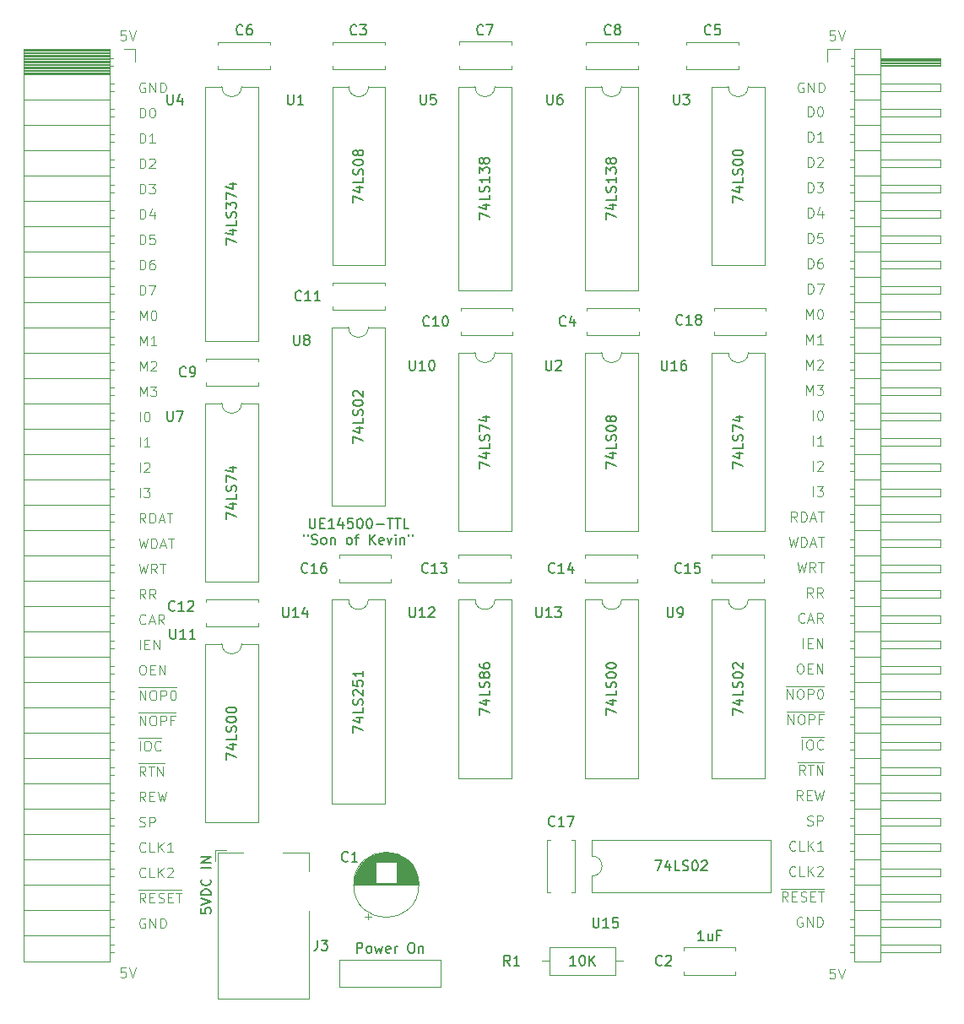
<source format=gto>
G04 #@! TF.GenerationSoftware,KiCad,Pcbnew,8.0.9-8.0.9-0~ubuntu22.04.1*
G04 #@! TF.CreationDate,2025-07-24T17:31:37+10:00*
G04 #@! TF.ProjectId,UE14500-TTL,55453134-3530-4302-9d54-544c2e6b6963,rev?*
G04 #@! TF.SameCoordinates,Original*
G04 #@! TF.FileFunction,Legend,Top*
G04 #@! TF.FilePolarity,Positive*
%FSLAX46Y46*%
G04 Gerber Fmt 4.6, Leading zero omitted, Abs format (unit mm)*
G04 Created by KiCad (PCBNEW 8.0.9-8.0.9-0~ubuntu22.04.1) date 2025-07-24 17:31:37*
%MOMM*%
%LPD*%
G01*
G04 APERTURE LIST*
%ADD10C,0.100000*%
%ADD11C,0.200000*%
%ADD12C,0.150000*%
%ADD13C,0.120000*%
G04 APERTURE END LIST*
D10*
X92315312Y-107187419D02*
X91981979Y-106711228D01*
X91743884Y-107187419D02*
X91743884Y-106187419D01*
X91743884Y-106187419D02*
X92124836Y-106187419D01*
X92124836Y-106187419D02*
X92220074Y-106235038D01*
X92220074Y-106235038D02*
X92267693Y-106282657D01*
X92267693Y-106282657D02*
X92315312Y-106377895D01*
X92315312Y-106377895D02*
X92315312Y-106520752D01*
X92315312Y-106520752D02*
X92267693Y-106615990D01*
X92267693Y-106615990D02*
X92220074Y-106663609D01*
X92220074Y-106663609D02*
X92124836Y-106711228D01*
X92124836Y-106711228D02*
X91743884Y-106711228D01*
X93315312Y-107187419D02*
X92981979Y-106711228D01*
X92743884Y-107187419D02*
X92743884Y-106187419D01*
X92743884Y-106187419D02*
X93124836Y-106187419D01*
X93124836Y-106187419D02*
X93220074Y-106235038D01*
X93220074Y-106235038D02*
X93267693Y-106282657D01*
X93267693Y-106282657D02*
X93315312Y-106377895D01*
X93315312Y-106377895D02*
X93315312Y-106520752D01*
X93315312Y-106520752D02*
X93267693Y-106615990D01*
X93267693Y-106615990D02*
X93220074Y-106663609D01*
X93220074Y-106663609D02*
X93124836Y-106711228D01*
X93124836Y-106711228D02*
X92743884Y-106711228D01*
X91743884Y-94487419D02*
X91743884Y-93487419D01*
X92172455Y-93582657D02*
X92220074Y-93535038D01*
X92220074Y-93535038D02*
X92315312Y-93487419D01*
X92315312Y-93487419D02*
X92553407Y-93487419D01*
X92553407Y-93487419D02*
X92648645Y-93535038D01*
X92648645Y-93535038D02*
X92696264Y-93582657D01*
X92696264Y-93582657D02*
X92743883Y-93677895D01*
X92743883Y-93677895D02*
X92743883Y-93773133D01*
X92743883Y-93773133D02*
X92696264Y-93915990D01*
X92696264Y-93915990D02*
X92124836Y-94487419D01*
X92124836Y-94487419D02*
X92743883Y-94487419D01*
X91743884Y-61467419D02*
X91743884Y-60467419D01*
X91743884Y-60467419D02*
X91981979Y-60467419D01*
X91981979Y-60467419D02*
X92124836Y-60515038D01*
X92124836Y-60515038D02*
X92220074Y-60610276D01*
X92220074Y-60610276D02*
X92267693Y-60705514D01*
X92267693Y-60705514D02*
X92315312Y-60895990D01*
X92315312Y-60895990D02*
X92315312Y-61038847D01*
X92315312Y-61038847D02*
X92267693Y-61229323D01*
X92267693Y-61229323D02*
X92220074Y-61324561D01*
X92220074Y-61324561D02*
X92124836Y-61419800D01*
X92124836Y-61419800D02*
X91981979Y-61467419D01*
X91981979Y-61467419D02*
X91743884Y-61467419D01*
X93267693Y-61467419D02*
X92696265Y-61467419D01*
X92981979Y-61467419D02*
X92981979Y-60467419D01*
X92981979Y-60467419D02*
X92886741Y-60610276D01*
X92886741Y-60610276D02*
X92791503Y-60705514D01*
X92791503Y-60705514D02*
X92696265Y-60753133D01*
X92315312Y-127507419D02*
X91981979Y-127031228D01*
X91743884Y-127507419D02*
X91743884Y-126507419D01*
X91743884Y-126507419D02*
X92124836Y-126507419D01*
X92124836Y-126507419D02*
X92220074Y-126555038D01*
X92220074Y-126555038D02*
X92267693Y-126602657D01*
X92267693Y-126602657D02*
X92315312Y-126697895D01*
X92315312Y-126697895D02*
X92315312Y-126840752D01*
X92315312Y-126840752D02*
X92267693Y-126935990D01*
X92267693Y-126935990D02*
X92220074Y-126983609D01*
X92220074Y-126983609D02*
X92124836Y-127031228D01*
X92124836Y-127031228D02*
X91743884Y-127031228D01*
X92743884Y-126983609D02*
X93077217Y-126983609D01*
X93220074Y-127507419D02*
X92743884Y-127507419D01*
X92743884Y-127507419D02*
X92743884Y-126507419D01*
X92743884Y-126507419D02*
X93220074Y-126507419D01*
X93553408Y-126507419D02*
X93791503Y-127507419D01*
X93791503Y-127507419D02*
X93981979Y-126793133D01*
X93981979Y-126793133D02*
X94172455Y-127507419D01*
X94172455Y-127507419D02*
X94410551Y-126507419D01*
X91743884Y-74167419D02*
X91743884Y-73167419D01*
X91743884Y-73167419D02*
X91981979Y-73167419D01*
X91981979Y-73167419D02*
X92124836Y-73215038D01*
X92124836Y-73215038D02*
X92220074Y-73310276D01*
X92220074Y-73310276D02*
X92267693Y-73405514D01*
X92267693Y-73405514D02*
X92315312Y-73595990D01*
X92315312Y-73595990D02*
X92315312Y-73738847D01*
X92315312Y-73738847D02*
X92267693Y-73929323D01*
X92267693Y-73929323D02*
X92220074Y-74024561D01*
X92220074Y-74024561D02*
X92124836Y-74119800D01*
X92124836Y-74119800D02*
X91981979Y-74167419D01*
X91981979Y-74167419D02*
X91743884Y-74167419D01*
X93172455Y-73167419D02*
X92981979Y-73167419D01*
X92981979Y-73167419D02*
X92886741Y-73215038D01*
X92886741Y-73215038D02*
X92839122Y-73262657D01*
X92839122Y-73262657D02*
X92743884Y-73405514D01*
X92743884Y-73405514D02*
X92696265Y-73595990D01*
X92696265Y-73595990D02*
X92696265Y-73976942D01*
X92696265Y-73976942D02*
X92743884Y-74072180D01*
X92743884Y-74072180D02*
X92791503Y-74119800D01*
X92791503Y-74119800D02*
X92886741Y-74167419D01*
X92886741Y-74167419D02*
X93077217Y-74167419D01*
X93077217Y-74167419D02*
X93172455Y-74119800D01*
X93172455Y-74119800D02*
X93220074Y-74072180D01*
X93220074Y-74072180D02*
X93267693Y-73976942D01*
X93267693Y-73976942D02*
X93267693Y-73738847D01*
X93267693Y-73738847D02*
X93220074Y-73643609D01*
X93220074Y-73643609D02*
X93172455Y-73595990D01*
X93172455Y-73595990D02*
X93077217Y-73548371D01*
X93077217Y-73548371D02*
X92886741Y-73548371D01*
X92886741Y-73548371D02*
X92791503Y-73595990D01*
X92791503Y-73595990D02*
X92743884Y-73643609D01*
X92743884Y-73643609D02*
X92696265Y-73738847D01*
X91743884Y-89407419D02*
X91743884Y-88407419D01*
X92410550Y-88407419D02*
X92505788Y-88407419D01*
X92505788Y-88407419D02*
X92601026Y-88455038D01*
X92601026Y-88455038D02*
X92648645Y-88502657D01*
X92648645Y-88502657D02*
X92696264Y-88597895D01*
X92696264Y-88597895D02*
X92743883Y-88788371D01*
X92743883Y-88788371D02*
X92743883Y-89026466D01*
X92743883Y-89026466D02*
X92696264Y-89216942D01*
X92696264Y-89216942D02*
X92648645Y-89312180D01*
X92648645Y-89312180D02*
X92601026Y-89359800D01*
X92601026Y-89359800D02*
X92505788Y-89407419D01*
X92505788Y-89407419D02*
X92410550Y-89407419D01*
X92410550Y-89407419D02*
X92315312Y-89359800D01*
X92315312Y-89359800D02*
X92267693Y-89312180D01*
X92267693Y-89312180D02*
X92220074Y-89216942D01*
X92220074Y-89216942D02*
X92172455Y-89026466D01*
X92172455Y-89026466D02*
X92172455Y-88788371D01*
X92172455Y-88788371D02*
X92220074Y-88597895D01*
X92220074Y-88597895D02*
X92267693Y-88502657D01*
X92267693Y-88502657D02*
X92315312Y-88455038D01*
X92315312Y-88455038D02*
X92410550Y-88407419D01*
X91648646Y-103647419D02*
X91886741Y-104647419D01*
X91886741Y-104647419D02*
X92077217Y-103933133D01*
X92077217Y-103933133D02*
X92267693Y-104647419D01*
X92267693Y-104647419D02*
X92505789Y-103647419D01*
X93458169Y-104647419D02*
X93124836Y-104171228D01*
X92886741Y-104647419D02*
X92886741Y-103647419D01*
X92886741Y-103647419D02*
X93267693Y-103647419D01*
X93267693Y-103647419D02*
X93362931Y-103695038D01*
X93362931Y-103695038D02*
X93410550Y-103742657D01*
X93410550Y-103742657D02*
X93458169Y-103837895D01*
X93458169Y-103837895D02*
X93458169Y-103980752D01*
X93458169Y-103980752D02*
X93410550Y-104075990D01*
X93410550Y-104075990D02*
X93362931Y-104123609D01*
X93362931Y-104123609D02*
X93267693Y-104171228D01*
X93267693Y-104171228D02*
X92886741Y-104171228D01*
X93743884Y-103647419D02*
X94315312Y-103647419D01*
X94029598Y-104647419D02*
X94029598Y-103647419D01*
X159271734Y-107060419D02*
X158938401Y-106584228D01*
X158700306Y-107060419D02*
X158700306Y-106060419D01*
X158700306Y-106060419D02*
X159081258Y-106060419D01*
X159081258Y-106060419D02*
X159176496Y-106108038D01*
X159176496Y-106108038D02*
X159224115Y-106155657D01*
X159224115Y-106155657D02*
X159271734Y-106250895D01*
X159271734Y-106250895D02*
X159271734Y-106393752D01*
X159271734Y-106393752D02*
X159224115Y-106488990D01*
X159224115Y-106488990D02*
X159176496Y-106536609D01*
X159176496Y-106536609D02*
X159081258Y-106584228D01*
X159081258Y-106584228D02*
X158700306Y-106584228D01*
X160271734Y-107060419D02*
X159938401Y-106584228D01*
X159700306Y-107060419D02*
X159700306Y-106060419D01*
X159700306Y-106060419D02*
X160081258Y-106060419D01*
X160081258Y-106060419D02*
X160176496Y-106108038D01*
X160176496Y-106108038D02*
X160224115Y-106155657D01*
X160224115Y-106155657D02*
X160271734Y-106250895D01*
X160271734Y-106250895D02*
X160271734Y-106393752D01*
X160271734Y-106393752D02*
X160224115Y-106488990D01*
X160224115Y-106488990D02*
X160176496Y-106536609D01*
X160176496Y-106536609D02*
X160081258Y-106584228D01*
X160081258Y-106584228D02*
X159700306Y-106584228D01*
X158605068Y-84200419D02*
X158605068Y-83200419D01*
X158605068Y-83200419D02*
X158938401Y-83914704D01*
X158938401Y-83914704D02*
X159271734Y-83200419D01*
X159271734Y-83200419D02*
X159271734Y-84200419D01*
X159700306Y-83295657D02*
X159747925Y-83248038D01*
X159747925Y-83248038D02*
X159843163Y-83200419D01*
X159843163Y-83200419D02*
X160081258Y-83200419D01*
X160081258Y-83200419D02*
X160176496Y-83248038D01*
X160176496Y-83248038D02*
X160224115Y-83295657D01*
X160224115Y-83295657D02*
X160271734Y-83390895D01*
X160271734Y-83390895D02*
X160271734Y-83486133D01*
X160271734Y-83486133D02*
X160224115Y-83628990D01*
X160224115Y-83628990D02*
X159652687Y-84200419D01*
X159652687Y-84200419D02*
X160271734Y-84200419D01*
X159271735Y-89280419D02*
X159271735Y-88280419D01*
X159938401Y-88280419D02*
X160033639Y-88280419D01*
X160033639Y-88280419D02*
X160128877Y-88328038D01*
X160128877Y-88328038D02*
X160176496Y-88375657D01*
X160176496Y-88375657D02*
X160224115Y-88470895D01*
X160224115Y-88470895D02*
X160271734Y-88661371D01*
X160271734Y-88661371D02*
X160271734Y-88899466D01*
X160271734Y-88899466D02*
X160224115Y-89089942D01*
X160224115Y-89089942D02*
X160176496Y-89185180D01*
X160176496Y-89185180D02*
X160128877Y-89232800D01*
X160128877Y-89232800D02*
X160033639Y-89280419D01*
X160033639Y-89280419D02*
X159938401Y-89280419D01*
X159938401Y-89280419D02*
X159843163Y-89232800D01*
X159843163Y-89232800D02*
X159795544Y-89185180D01*
X159795544Y-89185180D02*
X159747925Y-89089942D01*
X159747925Y-89089942D02*
X159700306Y-88899466D01*
X159700306Y-88899466D02*
X159700306Y-88661371D01*
X159700306Y-88661371D02*
X159747925Y-88470895D01*
X159747925Y-88470895D02*
X159795544Y-88375657D01*
X159795544Y-88375657D02*
X159843163Y-88328038D01*
X159843163Y-88328038D02*
X159938401Y-88280419D01*
X91743884Y-97027419D02*
X91743884Y-96027419D01*
X92124836Y-96027419D02*
X92743883Y-96027419D01*
X92743883Y-96027419D02*
X92410550Y-96408371D01*
X92410550Y-96408371D02*
X92553407Y-96408371D01*
X92553407Y-96408371D02*
X92648645Y-96455990D01*
X92648645Y-96455990D02*
X92696264Y-96503609D01*
X92696264Y-96503609D02*
X92743883Y-96598847D01*
X92743883Y-96598847D02*
X92743883Y-96836942D01*
X92743883Y-96836942D02*
X92696264Y-96932180D01*
X92696264Y-96932180D02*
X92648645Y-96979800D01*
X92648645Y-96979800D02*
X92553407Y-97027419D01*
X92553407Y-97027419D02*
X92267693Y-97027419D01*
X92267693Y-97027419D02*
X92172455Y-96979800D01*
X92172455Y-96979800D02*
X92124836Y-96932180D01*
X91743884Y-64007419D02*
X91743884Y-63007419D01*
X91743884Y-63007419D02*
X91981979Y-63007419D01*
X91981979Y-63007419D02*
X92124836Y-63055038D01*
X92124836Y-63055038D02*
X92220074Y-63150276D01*
X92220074Y-63150276D02*
X92267693Y-63245514D01*
X92267693Y-63245514D02*
X92315312Y-63435990D01*
X92315312Y-63435990D02*
X92315312Y-63578847D01*
X92315312Y-63578847D02*
X92267693Y-63769323D01*
X92267693Y-63769323D02*
X92220074Y-63864561D01*
X92220074Y-63864561D02*
X92124836Y-63959800D01*
X92124836Y-63959800D02*
X91981979Y-64007419D01*
X91981979Y-64007419D02*
X91743884Y-64007419D01*
X92696265Y-63102657D02*
X92743884Y-63055038D01*
X92743884Y-63055038D02*
X92839122Y-63007419D01*
X92839122Y-63007419D02*
X93077217Y-63007419D01*
X93077217Y-63007419D02*
X93172455Y-63055038D01*
X93172455Y-63055038D02*
X93220074Y-63102657D01*
X93220074Y-63102657D02*
X93267693Y-63197895D01*
X93267693Y-63197895D02*
X93267693Y-63293133D01*
X93267693Y-63293133D02*
X93220074Y-63435990D01*
X93220074Y-63435990D02*
X92648646Y-64007419D01*
X92648646Y-64007419D02*
X93267693Y-64007419D01*
X91743884Y-86867419D02*
X91743884Y-85867419D01*
X91743884Y-85867419D02*
X92077217Y-86581704D01*
X92077217Y-86581704D02*
X92410550Y-85867419D01*
X92410550Y-85867419D02*
X92410550Y-86867419D01*
X92791503Y-85867419D02*
X93410550Y-85867419D01*
X93410550Y-85867419D02*
X93077217Y-86248371D01*
X93077217Y-86248371D02*
X93220074Y-86248371D01*
X93220074Y-86248371D02*
X93315312Y-86295990D01*
X93315312Y-86295990D02*
X93362931Y-86343609D01*
X93362931Y-86343609D02*
X93410550Y-86438847D01*
X93410550Y-86438847D02*
X93410550Y-86676942D01*
X93410550Y-86676942D02*
X93362931Y-86772180D01*
X93362931Y-86772180D02*
X93315312Y-86819800D01*
X93315312Y-86819800D02*
X93220074Y-86867419D01*
X93220074Y-86867419D02*
X92934360Y-86867419D01*
X92934360Y-86867419D02*
X92839122Y-86819800D01*
X92839122Y-86819800D02*
X92791503Y-86772180D01*
X91696265Y-129999800D02*
X91839122Y-130047419D01*
X91839122Y-130047419D02*
X92077217Y-130047419D01*
X92077217Y-130047419D02*
X92172455Y-129999800D01*
X92172455Y-129999800D02*
X92220074Y-129952180D01*
X92220074Y-129952180D02*
X92267693Y-129856942D01*
X92267693Y-129856942D02*
X92267693Y-129761704D01*
X92267693Y-129761704D02*
X92220074Y-129666466D01*
X92220074Y-129666466D02*
X92172455Y-129618847D01*
X92172455Y-129618847D02*
X92077217Y-129571228D01*
X92077217Y-129571228D02*
X91886741Y-129523609D01*
X91886741Y-129523609D02*
X91791503Y-129475990D01*
X91791503Y-129475990D02*
X91743884Y-129428371D01*
X91743884Y-129428371D02*
X91696265Y-129333133D01*
X91696265Y-129333133D02*
X91696265Y-129237895D01*
X91696265Y-129237895D02*
X91743884Y-129142657D01*
X91743884Y-129142657D02*
X91791503Y-129095038D01*
X91791503Y-129095038D02*
X91886741Y-129047419D01*
X91886741Y-129047419D02*
X92124836Y-129047419D01*
X92124836Y-129047419D02*
X92267693Y-129095038D01*
X92696265Y-130047419D02*
X92696265Y-129047419D01*
X92696265Y-129047419D02*
X93077217Y-129047419D01*
X93077217Y-129047419D02*
X93172455Y-129095038D01*
X93172455Y-129095038D02*
X93220074Y-129142657D01*
X93220074Y-129142657D02*
X93267693Y-129237895D01*
X93267693Y-129237895D02*
X93267693Y-129380752D01*
X93267693Y-129380752D02*
X93220074Y-129475990D01*
X93220074Y-129475990D02*
X93172455Y-129523609D01*
X93172455Y-129523609D02*
X93077217Y-129571228D01*
X93077217Y-129571228D02*
X92696265Y-129571228D01*
X159271735Y-96900419D02*
X159271735Y-95900419D01*
X159652687Y-95900419D02*
X160271734Y-95900419D01*
X160271734Y-95900419D02*
X159938401Y-96281371D01*
X159938401Y-96281371D02*
X160081258Y-96281371D01*
X160081258Y-96281371D02*
X160176496Y-96328990D01*
X160176496Y-96328990D02*
X160224115Y-96376609D01*
X160224115Y-96376609D02*
X160271734Y-96471847D01*
X160271734Y-96471847D02*
X160271734Y-96709942D01*
X160271734Y-96709942D02*
X160224115Y-96805180D01*
X160224115Y-96805180D02*
X160176496Y-96852800D01*
X160176496Y-96852800D02*
X160081258Y-96900419D01*
X160081258Y-96900419D02*
X159795544Y-96900419D01*
X159795544Y-96900419D02*
X159700306Y-96852800D01*
X159700306Y-96852800D02*
X159652687Y-96805180D01*
X91934360Y-113807419D02*
X92124836Y-113807419D01*
X92124836Y-113807419D02*
X92220074Y-113855038D01*
X92220074Y-113855038D02*
X92315312Y-113950276D01*
X92315312Y-113950276D02*
X92362931Y-114140752D01*
X92362931Y-114140752D02*
X92362931Y-114474085D01*
X92362931Y-114474085D02*
X92315312Y-114664561D01*
X92315312Y-114664561D02*
X92220074Y-114759800D01*
X92220074Y-114759800D02*
X92124836Y-114807419D01*
X92124836Y-114807419D02*
X91934360Y-114807419D01*
X91934360Y-114807419D02*
X91839122Y-114759800D01*
X91839122Y-114759800D02*
X91743884Y-114664561D01*
X91743884Y-114664561D02*
X91696265Y-114474085D01*
X91696265Y-114474085D02*
X91696265Y-114140752D01*
X91696265Y-114140752D02*
X91743884Y-113950276D01*
X91743884Y-113950276D02*
X91839122Y-113855038D01*
X91839122Y-113855038D02*
X91934360Y-113807419D01*
X92791503Y-114283609D02*
X93124836Y-114283609D01*
X93267693Y-114807419D02*
X92791503Y-114807419D01*
X92791503Y-114807419D02*
X92791503Y-113807419D01*
X92791503Y-113807419D02*
X93267693Y-113807419D01*
X93696265Y-114807419D02*
X93696265Y-113807419D01*
X93696265Y-113807419D02*
X94267693Y-114807419D01*
X94267693Y-114807419D02*
X94267693Y-113807419D01*
X158747925Y-74040419D02*
X158747925Y-73040419D01*
X158747925Y-73040419D02*
X158986020Y-73040419D01*
X158986020Y-73040419D02*
X159128877Y-73088038D01*
X159128877Y-73088038D02*
X159224115Y-73183276D01*
X159224115Y-73183276D02*
X159271734Y-73278514D01*
X159271734Y-73278514D02*
X159319353Y-73468990D01*
X159319353Y-73468990D02*
X159319353Y-73611847D01*
X159319353Y-73611847D02*
X159271734Y-73802323D01*
X159271734Y-73802323D02*
X159224115Y-73897561D01*
X159224115Y-73897561D02*
X159128877Y-73992800D01*
X159128877Y-73992800D02*
X158986020Y-74040419D01*
X158986020Y-74040419D02*
X158747925Y-74040419D01*
X160176496Y-73040419D02*
X159986020Y-73040419D01*
X159986020Y-73040419D02*
X159890782Y-73088038D01*
X159890782Y-73088038D02*
X159843163Y-73135657D01*
X159843163Y-73135657D02*
X159747925Y-73278514D01*
X159747925Y-73278514D02*
X159700306Y-73468990D01*
X159700306Y-73468990D02*
X159700306Y-73849942D01*
X159700306Y-73849942D02*
X159747925Y-73945180D01*
X159747925Y-73945180D02*
X159795544Y-73992800D01*
X159795544Y-73992800D02*
X159890782Y-74040419D01*
X159890782Y-74040419D02*
X160081258Y-74040419D01*
X160081258Y-74040419D02*
X160176496Y-73992800D01*
X160176496Y-73992800D02*
X160224115Y-73945180D01*
X160224115Y-73945180D02*
X160271734Y-73849942D01*
X160271734Y-73849942D02*
X160271734Y-73611847D01*
X160271734Y-73611847D02*
X160224115Y-73516609D01*
X160224115Y-73516609D02*
X160176496Y-73468990D01*
X160176496Y-73468990D02*
X160081258Y-73421371D01*
X160081258Y-73421371D02*
X159890782Y-73421371D01*
X159890782Y-73421371D02*
X159795544Y-73468990D01*
X159795544Y-73468990D02*
X159747925Y-73516609D01*
X159747925Y-73516609D02*
X159700306Y-73611847D01*
X157509829Y-132365180D02*
X157462210Y-132412800D01*
X157462210Y-132412800D02*
X157319353Y-132460419D01*
X157319353Y-132460419D02*
X157224115Y-132460419D01*
X157224115Y-132460419D02*
X157081258Y-132412800D01*
X157081258Y-132412800D02*
X156986020Y-132317561D01*
X156986020Y-132317561D02*
X156938401Y-132222323D01*
X156938401Y-132222323D02*
X156890782Y-132031847D01*
X156890782Y-132031847D02*
X156890782Y-131888990D01*
X156890782Y-131888990D02*
X156938401Y-131698514D01*
X156938401Y-131698514D02*
X156986020Y-131603276D01*
X156986020Y-131603276D02*
X157081258Y-131508038D01*
X157081258Y-131508038D02*
X157224115Y-131460419D01*
X157224115Y-131460419D02*
X157319353Y-131460419D01*
X157319353Y-131460419D02*
X157462210Y-131508038D01*
X157462210Y-131508038D02*
X157509829Y-131555657D01*
X158414591Y-132460419D02*
X157938401Y-132460419D01*
X157938401Y-132460419D02*
X157938401Y-131460419D01*
X158747925Y-132460419D02*
X158747925Y-131460419D01*
X159319353Y-132460419D02*
X158890782Y-131888990D01*
X159319353Y-131460419D02*
X158747925Y-132031847D01*
X160271734Y-132460419D02*
X159700306Y-132460419D01*
X159986020Y-132460419D02*
X159986020Y-131460419D01*
X159986020Y-131460419D02*
X159890782Y-131603276D01*
X159890782Y-131603276D02*
X159795544Y-131698514D01*
X159795544Y-131698514D02*
X159700306Y-131746133D01*
X158224115Y-127380419D02*
X157890782Y-126904228D01*
X157652687Y-127380419D02*
X157652687Y-126380419D01*
X157652687Y-126380419D02*
X158033639Y-126380419D01*
X158033639Y-126380419D02*
X158128877Y-126428038D01*
X158128877Y-126428038D02*
X158176496Y-126475657D01*
X158176496Y-126475657D02*
X158224115Y-126570895D01*
X158224115Y-126570895D02*
X158224115Y-126713752D01*
X158224115Y-126713752D02*
X158176496Y-126808990D01*
X158176496Y-126808990D02*
X158128877Y-126856609D01*
X158128877Y-126856609D02*
X158033639Y-126904228D01*
X158033639Y-126904228D02*
X157652687Y-126904228D01*
X158652687Y-126856609D02*
X158986020Y-126856609D01*
X159128877Y-127380419D02*
X158652687Y-127380419D01*
X158652687Y-127380419D02*
X158652687Y-126380419D01*
X158652687Y-126380419D02*
X159128877Y-126380419D01*
X159462211Y-126380419D02*
X159700306Y-127380419D01*
X159700306Y-127380419D02*
X159890782Y-126666133D01*
X159890782Y-126666133D02*
X160081258Y-127380419D01*
X160081258Y-127380419D02*
X160319354Y-126380419D01*
X91648646Y-101107419D02*
X91886741Y-102107419D01*
X91886741Y-102107419D02*
X92077217Y-101393133D01*
X92077217Y-101393133D02*
X92267693Y-102107419D01*
X92267693Y-102107419D02*
X92505789Y-101107419D01*
X92886741Y-102107419D02*
X92886741Y-101107419D01*
X92886741Y-101107419D02*
X93124836Y-101107419D01*
X93124836Y-101107419D02*
X93267693Y-101155038D01*
X93267693Y-101155038D02*
X93362931Y-101250276D01*
X93362931Y-101250276D02*
X93410550Y-101345514D01*
X93410550Y-101345514D02*
X93458169Y-101535990D01*
X93458169Y-101535990D02*
X93458169Y-101678847D01*
X93458169Y-101678847D02*
X93410550Y-101869323D01*
X93410550Y-101869323D02*
X93362931Y-101964561D01*
X93362931Y-101964561D02*
X93267693Y-102059800D01*
X93267693Y-102059800D02*
X93124836Y-102107419D01*
X93124836Y-102107419D02*
X92886741Y-102107419D01*
X93839122Y-101821704D02*
X94315312Y-101821704D01*
X93743884Y-102107419D02*
X94077217Y-101107419D01*
X94077217Y-101107419D02*
X94410550Y-102107419D01*
X94601027Y-101107419D02*
X95172455Y-101107419D01*
X94886741Y-102107419D02*
X94886741Y-101107419D01*
X158747925Y-68960419D02*
X158747925Y-67960419D01*
X158747925Y-67960419D02*
X158986020Y-67960419D01*
X158986020Y-67960419D02*
X159128877Y-68008038D01*
X159128877Y-68008038D02*
X159224115Y-68103276D01*
X159224115Y-68103276D02*
X159271734Y-68198514D01*
X159271734Y-68198514D02*
X159319353Y-68388990D01*
X159319353Y-68388990D02*
X159319353Y-68531847D01*
X159319353Y-68531847D02*
X159271734Y-68722323D01*
X159271734Y-68722323D02*
X159224115Y-68817561D01*
X159224115Y-68817561D02*
X159128877Y-68912800D01*
X159128877Y-68912800D02*
X158986020Y-68960419D01*
X158986020Y-68960419D02*
X158747925Y-68960419D01*
X160176496Y-68293752D02*
X160176496Y-68960419D01*
X159938401Y-67912800D02*
X159700306Y-68627085D01*
X159700306Y-68627085D02*
X160319353Y-68627085D01*
X158747925Y-63880419D02*
X158747925Y-62880419D01*
X158747925Y-62880419D02*
X158986020Y-62880419D01*
X158986020Y-62880419D02*
X159128877Y-62928038D01*
X159128877Y-62928038D02*
X159224115Y-63023276D01*
X159224115Y-63023276D02*
X159271734Y-63118514D01*
X159271734Y-63118514D02*
X159319353Y-63308990D01*
X159319353Y-63308990D02*
X159319353Y-63451847D01*
X159319353Y-63451847D02*
X159271734Y-63642323D01*
X159271734Y-63642323D02*
X159224115Y-63737561D01*
X159224115Y-63737561D02*
X159128877Y-63832800D01*
X159128877Y-63832800D02*
X158986020Y-63880419D01*
X158986020Y-63880419D02*
X158747925Y-63880419D01*
X159700306Y-62975657D02*
X159747925Y-62928038D01*
X159747925Y-62928038D02*
X159843163Y-62880419D01*
X159843163Y-62880419D02*
X160081258Y-62880419D01*
X160081258Y-62880419D02*
X160176496Y-62928038D01*
X160176496Y-62928038D02*
X160224115Y-62975657D01*
X160224115Y-62975657D02*
X160271734Y-63070895D01*
X160271734Y-63070895D02*
X160271734Y-63166133D01*
X160271734Y-63166133D02*
X160224115Y-63308990D01*
X160224115Y-63308990D02*
X159652687Y-63880419D01*
X159652687Y-63880419D02*
X160271734Y-63880419D01*
X91743884Y-71627419D02*
X91743884Y-70627419D01*
X91743884Y-70627419D02*
X91981979Y-70627419D01*
X91981979Y-70627419D02*
X92124836Y-70675038D01*
X92124836Y-70675038D02*
X92220074Y-70770276D01*
X92220074Y-70770276D02*
X92267693Y-70865514D01*
X92267693Y-70865514D02*
X92315312Y-71055990D01*
X92315312Y-71055990D02*
X92315312Y-71198847D01*
X92315312Y-71198847D02*
X92267693Y-71389323D01*
X92267693Y-71389323D02*
X92220074Y-71484561D01*
X92220074Y-71484561D02*
X92124836Y-71579800D01*
X92124836Y-71579800D02*
X91981979Y-71627419D01*
X91981979Y-71627419D02*
X91743884Y-71627419D01*
X93220074Y-70627419D02*
X92743884Y-70627419D01*
X92743884Y-70627419D02*
X92696265Y-71103609D01*
X92696265Y-71103609D02*
X92743884Y-71055990D01*
X92743884Y-71055990D02*
X92839122Y-71008371D01*
X92839122Y-71008371D02*
X93077217Y-71008371D01*
X93077217Y-71008371D02*
X93172455Y-71055990D01*
X93172455Y-71055990D02*
X93220074Y-71103609D01*
X93220074Y-71103609D02*
X93267693Y-71198847D01*
X93267693Y-71198847D02*
X93267693Y-71436942D01*
X93267693Y-71436942D02*
X93220074Y-71532180D01*
X93220074Y-71532180D02*
X93172455Y-71579800D01*
X93172455Y-71579800D02*
X93077217Y-71627419D01*
X93077217Y-71627419D02*
X92839122Y-71627419D01*
X92839122Y-71627419D02*
X92743884Y-71579800D01*
X92743884Y-71579800D02*
X92696265Y-71532180D01*
X158176497Y-122300419D02*
X158176497Y-121300419D01*
X158843163Y-121300419D02*
X159033639Y-121300419D01*
X159033639Y-121300419D02*
X159128877Y-121348038D01*
X159128877Y-121348038D02*
X159224115Y-121443276D01*
X159224115Y-121443276D02*
X159271734Y-121633752D01*
X159271734Y-121633752D02*
X159271734Y-121967085D01*
X159271734Y-121967085D02*
X159224115Y-122157561D01*
X159224115Y-122157561D02*
X159128877Y-122252800D01*
X159128877Y-122252800D02*
X159033639Y-122300419D01*
X159033639Y-122300419D02*
X158843163Y-122300419D01*
X158843163Y-122300419D02*
X158747925Y-122252800D01*
X158747925Y-122252800D02*
X158652687Y-122157561D01*
X158652687Y-122157561D02*
X158605068Y-121967085D01*
X158605068Y-121967085D02*
X158605068Y-121633752D01*
X158605068Y-121633752D02*
X158652687Y-121443276D01*
X158652687Y-121443276D02*
X158747925Y-121348038D01*
X158747925Y-121348038D02*
X158843163Y-121300419D01*
X160271734Y-122205180D02*
X160224115Y-122252800D01*
X160224115Y-122252800D02*
X160081258Y-122300419D01*
X160081258Y-122300419D02*
X159986020Y-122300419D01*
X159986020Y-122300419D02*
X159843163Y-122252800D01*
X159843163Y-122252800D02*
X159747925Y-122157561D01*
X159747925Y-122157561D02*
X159700306Y-122062323D01*
X159700306Y-122062323D02*
X159652687Y-121871847D01*
X159652687Y-121871847D02*
X159652687Y-121728990D01*
X159652687Y-121728990D02*
X159700306Y-121538514D01*
X159700306Y-121538514D02*
X159747925Y-121443276D01*
X159747925Y-121443276D02*
X159843163Y-121348038D01*
X159843163Y-121348038D02*
X159986020Y-121300419D01*
X159986020Y-121300419D02*
X160081258Y-121300419D01*
X160081258Y-121300419D02*
X160224115Y-121348038D01*
X160224115Y-121348038D02*
X160271734Y-121395657D01*
X158038402Y-121022800D02*
X160362211Y-121022800D01*
X161435074Y-50180419D02*
X160958884Y-50180419D01*
X160958884Y-50180419D02*
X160911265Y-50656609D01*
X160911265Y-50656609D02*
X160958884Y-50608990D01*
X160958884Y-50608990D02*
X161054122Y-50561371D01*
X161054122Y-50561371D02*
X161292217Y-50561371D01*
X161292217Y-50561371D02*
X161387455Y-50608990D01*
X161387455Y-50608990D02*
X161435074Y-50656609D01*
X161435074Y-50656609D02*
X161482693Y-50751847D01*
X161482693Y-50751847D02*
X161482693Y-50989942D01*
X161482693Y-50989942D02*
X161435074Y-51085180D01*
X161435074Y-51085180D02*
X161387455Y-51132800D01*
X161387455Y-51132800D02*
X161292217Y-51180419D01*
X161292217Y-51180419D02*
X161054122Y-51180419D01*
X161054122Y-51180419D02*
X160958884Y-51132800D01*
X160958884Y-51132800D02*
X160911265Y-51085180D01*
X161768408Y-50180419D02*
X162101741Y-51180419D01*
X162101741Y-51180419D02*
X162435074Y-50180419D01*
X158747925Y-76580419D02*
X158747925Y-75580419D01*
X158747925Y-75580419D02*
X158986020Y-75580419D01*
X158986020Y-75580419D02*
X159128877Y-75628038D01*
X159128877Y-75628038D02*
X159224115Y-75723276D01*
X159224115Y-75723276D02*
X159271734Y-75818514D01*
X159271734Y-75818514D02*
X159319353Y-76008990D01*
X159319353Y-76008990D02*
X159319353Y-76151847D01*
X159319353Y-76151847D02*
X159271734Y-76342323D01*
X159271734Y-76342323D02*
X159224115Y-76437561D01*
X159224115Y-76437561D02*
X159128877Y-76532800D01*
X159128877Y-76532800D02*
X158986020Y-76580419D01*
X158986020Y-76580419D02*
X158747925Y-76580419D01*
X159652687Y-75580419D02*
X160319353Y-75580419D01*
X160319353Y-75580419D02*
X159890782Y-76580419D01*
X92315312Y-135032180D02*
X92267693Y-135079800D01*
X92267693Y-135079800D02*
X92124836Y-135127419D01*
X92124836Y-135127419D02*
X92029598Y-135127419D01*
X92029598Y-135127419D02*
X91886741Y-135079800D01*
X91886741Y-135079800D02*
X91791503Y-134984561D01*
X91791503Y-134984561D02*
X91743884Y-134889323D01*
X91743884Y-134889323D02*
X91696265Y-134698847D01*
X91696265Y-134698847D02*
X91696265Y-134555990D01*
X91696265Y-134555990D02*
X91743884Y-134365514D01*
X91743884Y-134365514D02*
X91791503Y-134270276D01*
X91791503Y-134270276D02*
X91886741Y-134175038D01*
X91886741Y-134175038D02*
X92029598Y-134127419D01*
X92029598Y-134127419D02*
X92124836Y-134127419D01*
X92124836Y-134127419D02*
X92267693Y-134175038D01*
X92267693Y-134175038D02*
X92315312Y-134222657D01*
X93220074Y-135127419D02*
X92743884Y-135127419D01*
X92743884Y-135127419D02*
X92743884Y-134127419D01*
X93553408Y-135127419D02*
X93553408Y-134127419D01*
X94124836Y-135127419D02*
X93696265Y-134555990D01*
X94124836Y-134127419D02*
X93553408Y-134698847D01*
X94505789Y-134222657D02*
X94553408Y-134175038D01*
X94553408Y-134175038D02*
X94648646Y-134127419D01*
X94648646Y-134127419D02*
X94886741Y-134127419D01*
X94886741Y-134127419D02*
X94981979Y-134175038D01*
X94981979Y-134175038D02*
X95029598Y-134222657D01*
X95029598Y-134222657D02*
X95077217Y-134317895D01*
X95077217Y-134317895D02*
X95077217Y-134413133D01*
X95077217Y-134413133D02*
X95029598Y-134555990D01*
X95029598Y-134555990D02*
X94458170Y-135127419D01*
X94458170Y-135127419D02*
X95077217Y-135127419D01*
X91743884Y-91947419D02*
X91743884Y-90947419D01*
X92743883Y-91947419D02*
X92172455Y-91947419D01*
X92458169Y-91947419D02*
X92458169Y-90947419D01*
X92458169Y-90947419D02*
X92362931Y-91090276D01*
X92362931Y-91090276D02*
X92267693Y-91185514D01*
X92267693Y-91185514D02*
X92172455Y-91233133D01*
X92267693Y-55435038D02*
X92172455Y-55387419D01*
X92172455Y-55387419D02*
X92029598Y-55387419D01*
X92029598Y-55387419D02*
X91886741Y-55435038D01*
X91886741Y-55435038D02*
X91791503Y-55530276D01*
X91791503Y-55530276D02*
X91743884Y-55625514D01*
X91743884Y-55625514D02*
X91696265Y-55815990D01*
X91696265Y-55815990D02*
X91696265Y-55958847D01*
X91696265Y-55958847D02*
X91743884Y-56149323D01*
X91743884Y-56149323D02*
X91791503Y-56244561D01*
X91791503Y-56244561D02*
X91886741Y-56339800D01*
X91886741Y-56339800D02*
X92029598Y-56387419D01*
X92029598Y-56387419D02*
X92124836Y-56387419D01*
X92124836Y-56387419D02*
X92267693Y-56339800D01*
X92267693Y-56339800D02*
X92315312Y-56292180D01*
X92315312Y-56292180D02*
X92315312Y-55958847D01*
X92315312Y-55958847D02*
X92124836Y-55958847D01*
X92743884Y-56387419D02*
X92743884Y-55387419D01*
X92743884Y-55387419D02*
X93315312Y-56387419D01*
X93315312Y-56387419D02*
X93315312Y-55387419D01*
X93791503Y-56387419D02*
X93791503Y-55387419D01*
X93791503Y-55387419D02*
X94029598Y-55387419D01*
X94029598Y-55387419D02*
X94172455Y-55435038D01*
X94172455Y-55435038D02*
X94267693Y-55530276D01*
X94267693Y-55530276D02*
X94315312Y-55625514D01*
X94315312Y-55625514D02*
X94362931Y-55815990D01*
X94362931Y-55815990D02*
X94362931Y-55958847D01*
X94362931Y-55958847D02*
X94315312Y-56149323D01*
X94315312Y-56149323D02*
X94267693Y-56244561D01*
X94267693Y-56244561D02*
X94172455Y-56339800D01*
X94172455Y-56339800D02*
X94029598Y-56387419D01*
X94029598Y-56387419D02*
X93791503Y-56387419D01*
X158414591Y-109505180D02*
X158366972Y-109552800D01*
X158366972Y-109552800D02*
X158224115Y-109600419D01*
X158224115Y-109600419D02*
X158128877Y-109600419D01*
X158128877Y-109600419D02*
X157986020Y-109552800D01*
X157986020Y-109552800D02*
X157890782Y-109457561D01*
X157890782Y-109457561D02*
X157843163Y-109362323D01*
X157843163Y-109362323D02*
X157795544Y-109171847D01*
X157795544Y-109171847D02*
X157795544Y-109028990D01*
X157795544Y-109028990D02*
X157843163Y-108838514D01*
X157843163Y-108838514D02*
X157890782Y-108743276D01*
X157890782Y-108743276D02*
X157986020Y-108648038D01*
X157986020Y-108648038D02*
X158128877Y-108600419D01*
X158128877Y-108600419D02*
X158224115Y-108600419D01*
X158224115Y-108600419D02*
X158366972Y-108648038D01*
X158366972Y-108648038D02*
X158414591Y-108695657D01*
X158795544Y-109314704D02*
X159271734Y-109314704D01*
X158700306Y-109600419D02*
X159033639Y-108600419D01*
X159033639Y-108600419D02*
X159366972Y-109600419D01*
X160271734Y-109600419D02*
X159938401Y-109124228D01*
X159700306Y-109600419D02*
X159700306Y-108600419D01*
X159700306Y-108600419D02*
X160081258Y-108600419D01*
X160081258Y-108600419D02*
X160176496Y-108648038D01*
X160176496Y-108648038D02*
X160224115Y-108695657D01*
X160224115Y-108695657D02*
X160271734Y-108790895D01*
X160271734Y-108790895D02*
X160271734Y-108933752D01*
X160271734Y-108933752D02*
X160224115Y-109028990D01*
X160224115Y-109028990D02*
X160176496Y-109076609D01*
X160176496Y-109076609D02*
X160081258Y-109124228D01*
X160081258Y-109124228D02*
X159700306Y-109124228D01*
X158747925Y-61340419D02*
X158747925Y-60340419D01*
X158747925Y-60340419D02*
X158986020Y-60340419D01*
X158986020Y-60340419D02*
X159128877Y-60388038D01*
X159128877Y-60388038D02*
X159224115Y-60483276D01*
X159224115Y-60483276D02*
X159271734Y-60578514D01*
X159271734Y-60578514D02*
X159319353Y-60768990D01*
X159319353Y-60768990D02*
X159319353Y-60911847D01*
X159319353Y-60911847D02*
X159271734Y-61102323D01*
X159271734Y-61102323D02*
X159224115Y-61197561D01*
X159224115Y-61197561D02*
X159128877Y-61292800D01*
X159128877Y-61292800D02*
X158986020Y-61340419D01*
X158986020Y-61340419D02*
X158747925Y-61340419D01*
X160271734Y-61340419D02*
X159700306Y-61340419D01*
X159986020Y-61340419D02*
X159986020Y-60340419D01*
X159986020Y-60340419D02*
X159890782Y-60483276D01*
X159890782Y-60483276D02*
X159795544Y-60578514D01*
X159795544Y-60578514D02*
X159700306Y-60626133D01*
X91743884Y-79247419D02*
X91743884Y-78247419D01*
X91743884Y-78247419D02*
X92077217Y-78961704D01*
X92077217Y-78961704D02*
X92410550Y-78247419D01*
X92410550Y-78247419D02*
X92410550Y-79247419D01*
X93077217Y-78247419D02*
X93172455Y-78247419D01*
X93172455Y-78247419D02*
X93267693Y-78295038D01*
X93267693Y-78295038D02*
X93315312Y-78342657D01*
X93315312Y-78342657D02*
X93362931Y-78437895D01*
X93362931Y-78437895D02*
X93410550Y-78628371D01*
X93410550Y-78628371D02*
X93410550Y-78866466D01*
X93410550Y-78866466D02*
X93362931Y-79056942D01*
X93362931Y-79056942D02*
X93315312Y-79152180D01*
X93315312Y-79152180D02*
X93267693Y-79199800D01*
X93267693Y-79199800D02*
X93172455Y-79247419D01*
X93172455Y-79247419D02*
X93077217Y-79247419D01*
X93077217Y-79247419D02*
X92981979Y-79199800D01*
X92981979Y-79199800D02*
X92934360Y-79152180D01*
X92934360Y-79152180D02*
X92886741Y-79056942D01*
X92886741Y-79056942D02*
X92839122Y-78866466D01*
X92839122Y-78866466D02*
X92839122Y-78628371D01*
X92839122Y-78628371D02*
X92886741Y-78437895D01*
X92886741Y-78437895D02*
X92934360Y-78342657D01*
X92934360Y-78342657D02*
X92981979Y-78295038D01*
X92981979Y-78295038D02*
X93077217Y-78247419D01*
X158747925Y-71500419D02*
X158747925Y-70500419D01*
X158747925Y-70500419D02*
X158986020Y-70500419D01*
X158986020Y-70500419D02*
X159128877Y-70548038D01*
X159128877Y-70548038D02*
X159224115Y-70643276D01*
X159224115Y-70643276D02*
X159271734Y-70738514D01*
X159271734Y-70738514D02*
X159319353Y-70928990D01*
X159319353Y-70928990D02*
X159319353Y-71071847D01*
X159319353Y-71071847D02*
X159271734Y-71262323D01*
X159271734Y-71262323D02*
X159224115Y-71357561D01*
X159224115Y-71357561D02*
X159128877Y-71452800D01*
X159128877Y-71452800D02*
X158986020Y-71500419D01*
X158986020Y-71500419D02*
X158747925Y-71500419D01*
X160224115Y-70500419D02*
X159747925Y-70500419D01*
X159747925Y-70500419D02*
X159700306Y-70976609D01*
X159700306Y-70976609D02*
X159747925Y-70928990D01*
X159747925Y-70928990D02*
X159843163Y-70881371D01*
X159843163Y-70881371D02*
X160081258Y-70881371D01*
X160081258Y-70881371D02*
X160176496Y-70928990D01*
X160176496Y-70928990D02*
X160224115Y-70976609D01*
X160224115Y-70976609D02*
X160271734Y-71071847D01*
X160271734Y-71071847D02*
X160271734Y-71309942D01*
X160271734Y-71309942D02*
X160224115Y-71405180D01*
X160224115Y-71405180D02*
X160176496Y-71452800D01*
X160176496Y-71452800D02*
X160081258Y-71500419D01*
X160081258Y-71500419D02*
X159843163Y-71500419D01*
X159843163Y-71500419D02*
X159747925Y-71452800D01*
X159747925Y-71452800D02*
X159700306Y-71405180D01*
X157890782Y-113680419D02*
X158081258Y-113680419D01*
X158081258Y-113680419D02*
X158176496Y-113728038D01*
X158176496Y-113728038D02*
X158271734Y-113823276D01*
X158271734Y-113823276D02*
X158319353Y-114013752D01*
X158319353Y-114013752D02*
X158319353Y-114347085D01*
X158319353Y-114347085D02*
X158271734Y-114537561D01*
X158271734Y-114537561D02*
X158176496Y-114632800D01*
X158176496Y-114632800D02*
X158081258Y-114680419D01*
X158081258Y-114680419D02*
X157890782Y-114680419D01*
X157890782Y-114680419D02*
X157795544Y-114632800D01*
X157795544Y-114632800D02*
X157700306Y-114537561D01*
X157700306Y-114537561D02*
X157652687Y-114347085D01*
X157652687Y-114347085D02*
X157652687Y-114013752D01*
X157652687Y-114013752D02*
X157700306Y-113823276D01*
X157700306Y-113823276D02*
X157795544Y-113728038D01*
X157795544Y-113728038D02*
X157890782Y-113680419D01*
X158747925Y-114156609D02*
X159081258Y-114156609D01*
X159224115Y-114680419D02*
X158747925Y-114680419D01*
X158747925Y-114680419D02*
X158747925Y-113680419D01*
X158747925Y-113680419D02*
X159224115Y-113680419D01*
X159652687Y-114680419D02*
X159652687Y-113680419D01*
X159652687Y-113680419D02*
X160224115Y-114680419D01*
X160224115Y-114680419D02*
X160224115Y-113680419D01*
X157652686Y-99440419D02*
X157319353Y-98964228D01*
X157081258Y-99440419D02*
X157081258Y-98440419D01*
X157081258Y-98440419D02*
X157462210Y-98440419D01*
X157462210Y-98440419D02*
X157557448Y-98488038D01*
X157557448Y-98488038D02*
X157605067Y-98535657D01*
X157605067Y-98535657D02*
X157652686Y-98630895D01*
X157652686Y-98630895D02*
X157652686Y-98773752D01*
X157652686Y-98773752D02*
X157605067Y-98868990D01*
X157605067Y-98868990D02*
X157557448Y-98916609D01*
X157557448Y-98916609D02*
X157462210Y-98964228D01*
X157462210Y-98964228D02*
X157081258Y-98964228D01*
X158081258Y-99440419D02*
X158081258Y-98440419D01*
X158081258Y-98440419D02*
X158319353Y-98440419D01*
X158319353Y-98440419D02*
X158462210Y-98488038D01*
X158462210Y-98488038D02*
X158557448Y-98583276D01*
X158557448Y-98583276D02*
X158605067Y-98678514D01*
X158605067Y-98678514D02*
X158652686Y-98868990D01*
X158652686Y-98868990D02*
X158652686Y-99011847D01*
X158652686Y-99011847D02*
X158605067Y-99202323D01*
X158605067Y-99202323D02*
X158557448Y-99297561D01*
X158557448Y-99297561D02*
X158462210Y-99392800D01*
X158462210Y-99392800D02*
X158319353Y-99440419D01*
X158319353Y-99440419D02*
X158081258Y-99440419D01*
X159033639Y-99154704D02*
X159509829Y-99154704D01*
X158938401Y-99440419D02*
X159271734Y-98440419D01*
X159271734Y-98440419D02*
X159605067Y-99440419D01*
X159795544Y-98440419D02*
X160366972Y-98440419D01*
X160081258Y-99440419D02*
X160081258Y-98440419D01*
X91743884Y-112267419D02*
X91743884Y-111267419D01*
X92220074Y-111743609D02*
X92553407Y-111743609D01*
X92696264Y-112267419D02*
X92220074Y-112267419D01*
X92220074Y-112267419D02*
X92220074Y-111267419D01*
X92220074Y-111267419D02*
X92696264Y-111267419D01*
X93124836Y-112267419D02*
X93124836Y-111267419D01*
X93124836Y-111267419D02*
X93696264Y-112267419D01*
X93696264Y-112267419D02*
X93696264Y-111267419D01*
X158747925Y-66420419D02*
X158747925Y-65420419D01*
X158747925Y-65420419D02*
X158986020Y-65420419D01*
X158986020Y-65420419D02*
X159128877Y-65468038D01*
X159128877Y-65468038D02*
X159224115Y-65563276D01*
X159224115Y-65563276D02*
X159271734Y-65658514D01*
X159271734Y-65658514D02*
X159319353Y-65848990D01*
X159319353Y-65848990D02*
X159319353Y-65991847D01*
X159319353Y-65991847D02*
X159271734Y-66182323D01*
X159271734Y-66182323D02*
X159224115Y-66277561D01*
X159224115Y-66277561D02*
X159128877Y-66372800D01*
X159128877Y-66372800D02*
X158986020Y-66420419D01*
X158986020Y-66420419D02*
X158747925Y-66420419D01*
X159652687Y-65420419D02*
X160271734Y-65420419D01*
X160271734Y-65420419D02*
X159938401Y-65801371D01*
X159938401Y-65801371D02*
X160081258Y-65801371D01*
X160081258Y-65801371D02*
X160176496Y-65848990D01*
X160176496Y-65848990D02*
X160224115Y-65896609D01*
X160224115Y-65896609D02*
X160271734Y-65991847D01*
X160271734Y-65991847D02*
X160271734Y-66229942D01*
X160271734Y-66229942D02*
X160224115Y-66325180D01*
X160224115Y-66325180D02*
X160176496Y-66372800D01*
X160176496Y-66372800D02*
X160081258Y-66420419D01*
X160081258Y-66420419D02*
X159795544Y-66420419D01*
X159795544Y-66420419D02*
X159700306Y-66372800D01*
X159700306Y-66372800D02*
X159652687Y-66325180D01*
X92315312Y-109632180D02*
X92267693Y-109679800D01*
X92267693Y-109679800D02*
X92124836Y-109727419D01*
X92124836Y-109727419D02*
X92029598Y-109727419D01*
X92029598Y-109727419D02*
X91886741Y-109679800D01*
X91886741Y-109679800D02*
X91791503Y-109584561D01*
X91791503Y-109584561D02*
X91743884Y-109489323D01*
X91743884Y-109489323D02*
X91696265Y-109298847D01*
X91696265Y-109298847D02*
X91696265Y-109155990D01*
X91696265Y-109155990D02*
X91743884Y-108965514D01*
X91743884Y-108965514D02*
X91791503Y-108870276D01*
X91791503Y-108870276D02*
X91886741Y-108775038D01*
X91886741Y-108775038D02*
X92029598Y-108727419D01*
X92029598Y-108727419D02*
X92124836Y-108727419D01*
X92124836Y-108727419D02*
X92267693Y-108775038D01*
X92267693Y-108775038D02*
X92315312Y-108822657D01*
X92696265Y-109441704D02*
X93172455Y-109441704D01*
X92601027Y-109727419D02*
X92934360Y-108727419D01*
X92934360Y-108727419D02*
X93267693Y-109727419D01*
X94172455Y-109727419D02*
X93839122Y-109251228D01*
X93601027Y-109727419D02*
X93601027Y-108727419D01*
X93601027Y-108727419D02*
X93981979Y-108727419D01*
X93981979Y-108727419D02*
X94077217Y-108775038D01*
X94077217Y-108775038D02*
X94124836Y-108822657D01*
X94124836Y-108822657D02*
X94172455Y-108917895D01*
X94172455Y-108917895D02*
X94172455Y-109060752D01*
X94172455Y-109060752D02*
X94124836Y-109155990D01*
X94124836Y-109155990D02*
X94077217Y-109203609D01*
X94077217Y-109203609D02*
X93981979Y-109251228D01*
X93981979Y-109251228D02*
X93601027Y-109251228D01*
X158271735Y-112140419D02*
X158271735Y-111140419D01*
X158747925Y-111616609D02*
X159081258Y-111616609D01*
X159224115Y-112140419D02*
X158747925Y-112140419D01*
X158747925Y-112140419D02*
X158747925Y-111140419D01*
X158747925Y-111140419D02*
X159224115Y-111140419D01*
X159652687Y-112140419D02*
X159652687Y-111140419D01*
X159652687Y-111140419D02*
X160224115Y-112140419D01*
X160224115Y-112140419D02*
X160224115Y-111140419D01*
X92315312Y-132492180D02*
X92267693Y-132539800D01*
X92267693Y-132539800D02*
X92124836Y-132587419D01*
X92124836Y-132587419D02*
X92029598Y-132587419D01*
X92029598Y-132587419D02*
X91886741Y-132539800D01*
X91886741Y-132539800D02*
X91791503Y-132444561D01*
X91791503Y-132444561D02*
X91743884Y-132349323D01*
X91743884Y-132349323D02*
X91696265Y-132158847D01*
X91696265Y-132158847D02*
X91696265Y-132015990D01*
X91696265Y-132015990D02*
X91743884Y-131825514D01*
X91743884Y-131825514D02*
X91791503Y-131730276D01*
X91791503Y-131730276D02*
X91886741Y-131635038D01*
X91886741Y-131635038D02*
X92029598Y-131587419D01*
X92029598Y-131587419D02*
X92124836Y-131587419D01*
X92124836Y-131587419D02*
X92267693Y-131635038D01*
X92267693Y-131635038D02*
X92315312Y-131682657D01*
X93220074Y-132587419D02*
X92743884Y-132587419D01*
X92743884Y-132587419D02*
X92743884Y-131587419D01*
X93553408Y-132587419D02*
X93553408Y-131587419D01*
X94124836Y-132587419D02*
X93696265Y-132015990D01*
X94124836Y-131587419D02*
X93553408Y-132158847D01*
X95077217Y-132587419D02*
X94505789Y-132587419D01*
X94791503Y-132587419D02*
X94791503Y-131587419D01*
X94791503Y-131587419D02*
X94696265Y-131730276D01*
X94696265Y-131730276D02*
X94601027Y-131825514D01*
X94601027Y-131825514D02*
X94505789Y-131873133D01*
X161435074Y-144287419D02*
X160958884Y-144287419D01*
X160958884Y-144287419D02*
X160911265Y-144763609D01*
X160911265Y-144763609D02*
X160958884Y-144715990D01*
X160958884Y-144715990D02*
X161054122Y-144668371D01*
X161054122Y-144668371D02*
X161292217Y-144668371D01*
X161292217Y-144668371D02*
X161387455Y-144715990D01*
X161387455Y-144715990D02*
X161435074Y-144763609D01*
X161435074Y-144763609D02*
X161482693Y-144858847D01*
X161482693Y-144858847D02*
X161482693Y-145096942D01*
X161482693Y-145096942D02*
X161435074Y-145192180D01*
X161435074Y-145192180D02*
X161387455Y-145239800D01*
X161387455Y-145239800D02*
X161292217Y-145287419D01*
X161292217Y-145287419D02*
X161054122Y-145287419D01*
X161054122Y-145287419D02*
X160958884Y-145239800D01*
X160958884Y-145239800D02*
X160911265Y-145192180D01*
X161768408Y-144287419D02*
X162101741Y-145287419D01*
X162101741Y-145287419D02*
X162435074Y-144287419D01*
X92267693Y-139255038D02*
X92172455Y-139207419D01*
X92172455Y-139207419D02*
X92029598Y-139207419D01*
X92029598Y-139207419D02*
X91886741Y-139255038D01*
X91886741Y-139255038D02*
X91791503Y-139350276D01*
X91791503Y-139350276D02*
X91743884Y-139445514D01*
X91743884Y-139445514D02*
X91696265Y-139635990D01*
X91696265Y-139635990D02*
X91696265Y-139778847D01*
X91696265Y-139778847D02*
X91743884Y-139969323D01*
X91743884Y-139969323D02*
X91791503Y-140064561D01*
X91791503Y-140064561D02*
X91886741Y-140159800D01*
X91886741Y-140159800D02*
X92029598Y-140207419D01*
X92029598Y-140207419D02*
X92124836Y-140207419D01*
X92124836Y-140207419D02*
X92267693Y-140159800D01*
X92267693Y-140159800D02*
X92315312Y-140112180D01*
X92315312Y-140112180D02*
X92315312Y-139778847D01*
X92315312Y-139778847D02*
X92124836Y-139778847D01*
X92743884Y-140207419D02*
X92743884Y-139207419D01*
X92743884Y-139207419D02*
X93315312Y-140207419D01*
X93315312Y-140207419D02*
X93315312Y-139207419D01*
X93791503Y-140207419D02*
X93791503Y-139207419D01*
X93791503Y-139207419D02*
X94029598Y-139207419D01*
X94029598Y-139207419D02*
X94172455Y-139255038D01*
X94172455Y-139255038D02*
X94267693Y-139350276D01*
X94267693Y-139350276D02*
X94315312Y-139445514D01*
X94315312Y-139445514D02*
X94362931Y-139635990D01*
X94362931Y-139635990D02*
X94362931Y-139778847D01*
X94362931Y-139778847D02*
X94315312Y-139969323D01*
X94315312Y-139969323D02*
X94267693Y-140064561D01*
X94267693Y-140064561D02*
X94172455Y-140159800D01*
X94172455Y-140159800D02*
X94029598Y-140207419D01*
X94029598Y-140207419D02*
X93791503Y-140207419D01*
X158700306Y-129872800D02*
X158843163Y-129920419D01*
X158843163Y-129920419D02*
X159081258Y-129920419D01*
X159081258Y-129920419D02*
X159176496Y-129872800D01*
X159176496Y-129872800D02*
X159224115Y-129825180D01*
X159224115Y-129825180D02*
X159271734Y-129729942D01*
X159271734Y-129729942D02*
X159271734Y-129634704D01*
X159271734Y-129634704D02*
X159224115Y-129539466D01*
X159224115Y-129539466D02*
X159176496Y-129491847D01*
X159176496Y-129491847D02*
X159081258Y-129444228D01*
X159081258Y-129444228D02*
X158890782Y-129396609D01*
X158890782Y-129396609D02*
X158795544Y-129348990D01*
X158795544Y-129348990D02*
X158747925Y-129301371D01*
X158747925Y-129301371D02*
X158700306Y-129206133D01*
X158700306Y-129206133D02*
X158700306Y-129110895D01*
X158700306Y-129110895D02*
X158747925Y-129015657D01*
X158747925Y-129015657D02*
X158795544Y-128968038D01*
X158795544Y-128968038D02*
X158890782Y-128920419D01*
X158890782Y-128920419D02*
X159128877Y-128920419D01*
X159128877Y-128920419D02*
X159271734Y-128968038D01*
X159700306Y-129920419D02*
X159700306Y-128920419D01*
X159700306Y-128920419D02*
X160081258Y-128920419D01*
X160081258Y-128920419D02*
X160176496Y-128968038D01*
X160176496Y-128968038D02*
X160224115Y-129015657D01*
X160224115Y-129015657D02*
X160271734Y-129110895D01*
X160271734Y-129110895D02*
X160271734Y-129253752D01*
X160271734Y-129253752D02*
X160224115Y-129348990D01*
X160224115Y-129348990D02*
X160176496Y-129396609D01*
X160176496Y-129396609D02*
X160081258Y-129444228D01*
X160081258Y-129444228D02*
X159700306Y-129444228D01*
X91743884Y-76707419D02*
X91743884Y-75707419D01*
X91743884Y-75707419D02*
X91981979Y-75707419D01*
X91981979Y-75707419D02*
X92124836Y-75755038D01*
X92124836Y-75755038D02*
X92220074Y-75850276D01*
X92220074Y-75850276D02*
X92267693Y-75945514D01*
X92267693Y-75945514D02*
X92315312Y-76135990D01*
X92315312Y-76135990D02*
X92315312Y-76278847D01*
X92315312Y-76278847D02*
X92267693Y-76469323D01*
X92267693Y-76469323D02*
X92220074Y-76564561D01*
X92220074Y-76564561D02*
X92124836Y-76659800D01*
X92124836Y-76659800D02*
X91981979Y-76707419D01*
X91981979Y-76707419D02*
X91743884Y-76707419D01*
X92648646Y-75707419D02*
X93315312Y-75707419D01*
X93315312Y-75707419D02*
X92886741Y-76707419D01*
X90315074Y-144160419D02*
X89838884Y-144160419D01*
X89838884Y-144160419D02*
X89791265Y-144636609D01*
X89791265Y-144636609D02*
X89838884Y-144588990D01*
X89838884Y-144588990D02*
X89934122Y-144541371D01*
X89934122Y-144541371D02*
X90172217Y-144541371D01*
X90172217Y-144541371D02*
X90267455Y-144588990D01*
X90267455Y-144588990D02*
X90315074Y-144636609D01*
X90315074Y-144636609D02*
X90362693Y-144731847D01*
X90362693Y-144731847D02*
X90362693Y-144969942D01*
X90362693Y-144969942D02*
X90315074Y-145065180D01*
X90315074Y-145065180D02*
X90267455Y-145112800D01*
X90267455Y-145112800D02*
X90172217Y-145160419D01*
X90172217Y-145160419D02*
X89934122Y-145160419D01*
X89934122Y-145160419D02*
X89838884Y-145112800D01*
X89838884Y-145112800D02*
X89791265Y-145065180D01*
X90648408Y-144160419D02*
X90981741Y-145160419D01*
X90981741Y-145160419D02*
X91315074Y-144160419D01*
X91743884Y-81787419D02*
X91743884Y-80787419D01*
X91743884Y-80787419D02*
X92077217Y-81501704D01*
X92077217Y-81501704D02*
X92410550Y-80787419D01*
X92410550Y-80787419D02*
X92410550Y-81787419D01*
X93410550Y-81787419D02*
X92839122Y-81787419D01*
X93124836Y-81787419D02*
X93124836Y-80787419D01*
X93124836Y-80787419D02*
X93029598Y-80930276D01*
X93029598Y-80930276D02*
X92934360Y-81025514D01*
X92934360Y-81025514D02*
X92839122Y-81073133D01*
X158605068Y-79120419D02*
X158605068Y-78120419D01*
X158605068Y-78120419D02*
X158938401Y-78834704D01*
X158938401Y-78834704D02*
X159271734Y-78120419D01*
X159271734Y-78120419D02*
X159271734Y-79120419D01*
X159938401Y-78120419D02*
X160033639Y-78120419D01*
X160033639Y-78120419D02*
X160128877Y-78168038D01*
X160128877Y-78168038D02*
X160176496Y-78215657D01*
X160176496Y-78215657D02*
X160224115Y-78310895D01*
X160224115Y-78310895D02*
X160271734Y-78501371D01*
X160271734Y-78501371D02*
X160271734Y-78739466D01*
X160271734Y-78739466D02*
X160224115Y-78929942D01*
X160224115Y-78929942D02*
X160176496Y-79025180D01*
X160176496Y-79025180D02*
X160128877Y-79072800D01*
X160128877Y-79072800D02*
X160033639Y-79120419D01*
X160033639Y-79120419D02*
X159938401Y-79120419D01*
X159938401Y-79120419D02*
X159843163Y-79072800D01*
X159843163Y-79072800D02*
X159795544Y-79025180D01*
X159795544Y-79025180D02*
X159747925Y-78929942D01*
X159747925Y-78929942D02*
X159700306Y-78739466D01*
X159700306Y-78739466D02*
X159700306Y-78501371D01*
X159700306Y-78501371D02*
X159747925Y-78310895D01*
X159747925Y-78310895D02*
X159795544Y-78215657D01*
X159795544Y-78215657D02*
X159843163Y-78168038D01*
X159843163Y-78168038D02*
X159938401Y-78120419D01*
X156843163Y-100980419D02*
X157081258Y-101980419D01*
X157081258Y-101980419D02*
X157271734Y-101266133D01*
X157271734Y-101266133D02*
X157462210Y-101980419D01*
X157462210Y-101980419D02*
X157700306Y-100980419D01*
X158081258Y-101980419D02*
X158081258Y-100980419D01*
X158081258Y-100980419D02*
X158319353Y-100980419D01*
X158319353Y-100980419D02*
X158462210Y-101028038D01*
X158462210Y-101028038D02*
X158557448Y-101123276D01*
X158557448Y-101123276D02*
X158605067Y-101218514D01*
X158605067Y-101218514D02*
X158652686Y-101408990D01*
X158652686Y-101408990D02*
X158652686Y-101551847D01*
X158652686Y-101551847D02*
X158605067Y-101742323D01*
X158605067Y-101742323D02*
X158557448Y-101837561D01*
X158557448Y-101837561D02*
X158462210Y-101932800D01*
X158462210Y-101932800D02*
X158319353Y-101980419D01*
X158319353Y-101980419D02*
X158081258Y-101980419D01*
X159033639Y-101694704D02*
X159509829Y-101694704D01*
X158938401Y-101980419D02*
X159271734Y-100980419D01*
X159271734Y-100980419D02*
X159605067Y-101980419D01*
X159795544Y-100980419D02*
X160366972Y-100980419D01*
X160081258Y-101980419D02*
X160081258Y-100980419D01*
X158176496Y-139128038D02*
X158081258Y-139080419D01*
X158081258Y-139080419D02*
X157938401Y-139080419D01*
X157938401Y-139080419D02*
X157795544Y-139128038D01*
X157795544Y-139128038D02*
X157700306Y-139223276D01*
X157700306Y-139223276D02*
X157652687Y-139318514D01*
X157652687Y-139318514D02*
X157605068Y-139508990D01*
X157605068Y-139508990D02*
X157605068Y-139651847D01*
X157605068Y-139651847D02*
X157652687Y-139842323D01*
X157652687Y-139842323D02*
X157700306Y-139937561D01*
X157700306Y-139937561D02*
X157795544Y-140032800D01*
X157795544Y-140032800D02*
X157938401Y-140080419D01*
X157938401Y-140080419D02*
X158033639Y-140080419D01*
X158033639Y-140080419D02*
X158176496Y-140032800D01*
X158176496Y-140032800D02*
X158224115Y-139985180D01*
X158224115Y-139985180D02*
X158224115Y-139651847D01*
X158224115Y-139651847D02*
X158033639Y-139651847D01*
X158652687Y-140080419D02*
X158652687Y-139080419D01*
X158652687Y-139080419D02*
X159224115Y-140080419D01*
X159224115Y-140080419D02*
X159224115Y-139080419D01*
X159700306Y-140080419D02*
X159700306Y-139080419D01*
X159700306Y-139080419D02*
X159938401Y-139080419D01*
X159938401Y-139080419D02*
X160081258Y-139128038D01*
X160081258Y-139128038D02*
X160176496Y-139223276D01*
X160176496Y-139223276D02*
X160224115Y-139318514D01*
X160224115Y-139318514D02*
X160271734Y-139508990D01*
X160271734Y-139508990D02*
X160271734Y-139651847D01*
X160271734Y-139651847D02*
X160224115Y-139842323D01*
X160224115Y-139842323D02*
X160176496Y-139937561D01*
X160176496Y-139937561D02*
X160081258Y-140032800D01*
X160081258Y-140032800D02*
X159938401Y-140080419D01*
X159938401Y-140080419D02*
X159700306Y-140080419D01*
X91743884Y-84327419D02*
X91743884Y-83327419D01*
X91743884Y-83327419D02*
X92077217Y-84041704D01*
X92077217Y-84041704D02*
X92410550Y-83327419D01*
X92410550Y-83327419D02*
X92410550Y-84327419D01*
X92839122Y-83422657D02*
X92886741Y-83375038D01*
X92886741Y-83375038D02*
X92981979Y-83327419D01*
X92981979Y-83327419D02*
X93220074Y-83327419D01*
X93220074Y-83327419D02*
X93315312Y-83375038D01*
X93315312Y-83375038D02*
X93362931Y-83422657D01*
X93362931Y-83422657D02*
X93410550Y-83517895D01*
X93410550Y-83517895D02*
X93410550Y-83613133D01*
X93410550Y-83613133D02*
X93362931Y-83755990D01*
X93362931Y-83755990D02*
X92791503Y-84327419D01*
X92791503Y-84327419D02*
X93410550Y-84327419D01*
X159271735Y-94360419D02*
X159271735Y-93360419D01*
X159700306Y-93455657D02*
X159747925Y-93408038D01*
X159747925Y-93408038D02*
X159843163Y-93360419D01*
X159843163Y-93360419D02*
X160081258Y-93360419D01*
X160081258Y-93360419D02*
X160176496Y-93408038D01*
X160176496Y-93408038D02*
X160224115Y-93455657D01*
X160224115Y-93455657D02*
X160271734Y-93550895D01*
X160271734Y-93550895D02*
X160271734Y-93646133D01*
X160271734Y-93646133D02*
X160224115Y-93788990D01*
X160224115Y-93788990D02*
X159652687Y-94360419D01*
X159652687Y-94360419D02*
X160271734Y-94360419D01*
X159271735Y-91820419D02*
X159271735Y-90820419D01*
X160271734Y-91820419D02*
X159700306Y-91820419D01*
X159986020Y-91820419D02*
X159986020Y-90820419D01*
X159986020Y-90820419D02*
X159890782Y-90963276D01*
X159890782Y-90963276D02*
X159795544Y-91058514D01*
X159795544Y-91058514D02*
X159700306Y-91106133D01*
X158462210Y-124840419D02*
X158128877Y-124364228D01*
X157890782Y-124840419D02*
X157890782Y-123840419D01*
X157890782Y-123840419D02*
X158271734Y-123840419D01*
X158271734Y-123840419D02*
X158366972Y-123888038D01*
X158366972Y-123888038D02*
X158414591Y-123935657D01*
X158414591Y-123935657D02*
X158462210Y-124030895D01*
X158462210Y-124030895D02*
X158462210Y-124173752D01*
X158462210Y-124173752D02*
X158414591Y-124268990D01*
X158414591Y-124268990D02*
X158366972Y-124316609D01*
X158366972Y-124316609D02*
X158271734Y-124364228D01*
X158271734Y-124364228D02*
X157890782Y-124364228D01*
X158747925Y-123840419D02*
X159319353Y-123840419D01*
X159033639Y-124840419D02*
X159033639Y-123840419D01*
X159652687Y-124840419D02*
X159652687Y-123840419D01*
X159652687Y-123840419D02*
X160224115Y-124840419D01*
X160224115Y-124840419D02*
X160224115Y-123840419D01*
X157752687Y-123562800D02*
X160362211Y-123562800D01*
X91743884Y-117347419D02*
X91743884Y-116347419D01*
X91743884Y-116347419D02*
X92315312Y-117347419D01*
X92315312Y-117347419D02*
X92315312Y-116347419D01*
X92981979Y-116347419D02*
X93172455Y-116347419D01*
X93172455Y-116347419D02*
X93267693Y-116395038D01*
X93267693Y-116395038D02*
X93362931Y-116490276D01*
X93362931Y-116490276D02*
X93410550Y-116680752D01*
X93410550Y-116680752D02*
X93410550Y-117014085D01*
X93410550Y-117014085D02*
X93362931Y-117204561D01*
X93362931Y-117204561D02*
X93267693Y-117299800D01*
X93267693Y-117299800D02*
X93172455Y-117347419D01*
X93172455Y-117347419D02*
X92981979Y-117347419D01*
X92981979Y-117347419D02*
X92886741Y-117299800D01*
X92886741Y-117299800D02*
X92791503Y-117204561D01*
X92791503Y-117204561D02*
X92743884Y-117014085D01*
X92743884Y-117014085D02*
X92743884Y-116680752D01*
X92743884Y-116680752D02*
X92791503Y-116490276D01*
X92791503Y-116490276D02*
X92886741Y-116395038D01*
X92886741Y-116395038D02*
X92981979Y-116347419D01*
X93839122Y-117347419D02*
X93839122Y-116347419D01*
X93839122Y-116347419D02*
X94220074Y-116347419D01*
X94220074Y-116347419D02*
X94315312Y-116395038D01*
X94315312Y-116395038D02*
X94362931Y-116442657D01*
X94362931Y-116442657D02*
X94410550Y-116537895D01*
X94410550Y-116537895D02*
X94410550Y-116680752D01*
X94410550Y-116680752D02*
X94362931Y-116775990D01*
X94362931Y-116775990D02*
X94315312Y-116823609D01*
X94315312Y-116823609D02*
X94220074Y-116871228D01*
X94220074Y-116871228D02*
X93839122Y-116871228D01*
X95029598Y-116347419D02*
X95124836Y-116347419D01*
X95124836Y-116347419D02*
X95220074Y-116395038D01*
X95220074Y-116395038D02*
X95267693Y-116442657D01*
X95267693Y-116442657D02*
X95315312Y-116537895D01*
X95315312Y-116537895D02*
X95362931Y-116728371D01*
X95362931Y-116728371D02*
X95362931Y-116966466D01*
X95362931Y-116966466D02*
X95315312Y-117156942D01*
X95315312Y-117156942D02*
X95267693Y-117252180D01*
X95267693Y-117252180D02*
X95220074Y-117299800D01*
X95220074Y-117299800D02*
X95124836Y-117347419D01*
X95124836Y-117347419D02*
X95029598Y-117347419D01*
X95029598Y-117347419D02*
X94934360Y-117299800D01*
X94934360Y-117299800D02*
X94886741Y-117252180D01*
X94886741Y-117252180D02*
X94839122Y-117156942D01*
X94839122Y-117156942D02*
X94791503Y-116966466D01*
X94791503Y-116966466D02*
X94791503Y-116728371D01*
X94791503Y-116728371D02*
X94839122Y-116537895D01*
X94839122Y-116537895D02*
X94886741Y-116442657D01*
X94886741Y-116442657D02*
X94934360Y-116395038D01*
X94934360Y-116395038D02*
X95029598Y-116347419D01*
X91605789Y-116069800D02*
X95453408Y-116069800D01*
X91743884Y-66547419D02*
X91743884Y-65547419D01*
X91743884Y-65547419D02*
X91981979Y-65547419D01*
X91981979Y-65547419D02*
X92124836Y-65595038D01*
X92124836Y-65595038D02*
X92220074Y-65690276D01*
X92220074Y-65690276D02*
X92267693Y-65785514D01*
X92267693Y-65785514D02*
X92315312Y-65975990D01*
X92315312Y-65975990D02*
X92315312Y-66118847D01*
X92315312Y-66118847D02*
X92267693Y-66309323D01*
X92267693Y-66309323D02*
X92220074Y-66404561D01*
X92220074Y-66404561D02*
X92124836Y-66499800D01*
X92124836Y-66499800D02*
X91981979Y-66547419D01*
X91981979Y-66547419D02*
X91743884Y-66547419D01*
X92648646Y-65547419D02*
X93267693Y-65547419D01*
X93267693Y-65547419D02*
X92934360Y-65928371D01*
X92934360Y-65928371D02*
X93077217Y-65928371D01*
X93077217Y-65928371D02*
X93172455Y-65975990D01*
X93172455Y-65975990D02*
X93220074Y-66023609D01*
X93220074Y-66023609D02*
X93267693Y-66118847D01*
X93267693Y-66118847D02*
X93267693Y-66356942D01*
X93267693Y-66356942D02*
X93220074Y-66452180D01*
X93220074Y-66452180D02*
X93172455Y-66499800D01*
X93172455Y-66499800D02*
X93077217Y-66547419D01*
X93077217Y-66547419D02*
X92791503Y-66547419D01*
X92791503Y-66547419D02*
X92696265Y-66499800D01*
X92696265Y-66499800D02*
X92648646Y-66452180D01*
X157509829Y-134905180D02*
X157462210Y-134952800D01*
X157462210Y-134952800D02*
X157319353Y-135000419D01*
X157319353Y-135000419D02*
X157224115Y-135000419D01*
X157224115Y-135000419D02*
X157081258Y-134952800D01*
X157081258Y-134952800D02*
X156986020Y-134857561D01*
X156986020Y-134857561D02*
X156938401Y-134762323D01*
X156938401Y-134762323D02*
X156890782Y-134571847D01*
X156890782Y-134571847D02*
X156890782Y-134428990D01*
X156890782Y-134428990D02*
X156938401Y-134238514D01*
X156938401Y-134238514D02*
X156986020Y-134143276D01*
X156986020Y-134143276D02*
X157081258Y-134048038D01*
X157081258Y-134048038D02*
X157224115Y-134000419D01*
X157224115Y-134000419D02*
X157319353Y-134000419D01*
X157319353Y-134000419D02*
X157462210Y-134048038D01*
X157462210Y-134048038D02*
X157509829Y-134095657D01*
X158414591Y-135000419D02*
X157938401Y-135000419D01*
X157938401Y-135000419D02*
X157938401Y-134000419D01*
X158747925Y-135000419D02*
X158747925Y-134000419D01*
X159319353Y-135000419D02*
X158890782Y-134428990D01*
X159319353Y-134000419D02*
X158747925Y-134571847D01*
X159700306Y-134095657D02*
X159747925Y-134048038D01*
X159747925Y-134048038D02*
X159843163Y-134000419D01*
X159843163Y-134000419D02*
X160081258Y-134000419D01*
X160081258Y-134000419D02*
X160176496Y-134048038D01*
X160176496Y-134048038D02*
X160224115Y-134095657D01*
X160224115Y-134095657D02*
X160271734Y-134190895D01*
X160271734Y-134190895D02*
X160271734Y-134286133D01*
X160271734Y-134286133D02*
X160224115Y-134428990D01*
X160224115Y-134428990D02*
X159652687Y-135000419D01*
X159652687Y-135000419D02*
X160271734Y-135000419D01*
X158747925Y-58800419D02*
X158747925Y-57800419D01*
X158747925Y-57800419D02*
X158986020Y-57800419D01*
X158986020Y-57800419D02*
X159128877Y-57848038D01*
X159128877Y-57848038D02*
X159224115Y-57943276D01*
X159224115Y-57943276D02*
X159271734Y-58038514D01*
X159271734Y-58038514D02*
X159319353Y-58228990D01*
X159319353Y-58228990D02*
X159319353Y-58371847D01*
X159319353Y-58371847D02*
X159271734Y-58562323D01*
X159271734Y-58562323D02*
X159224115Y-58657561D01*
X159224115Y-58657561D02*
X159128877Y-58752800D01*
X159128877Y-58752800D02*
X158986020Y-58800419D01*
X158986020Y-58800419D02*
X158747925Y-58800419D01*
X159938401Y-57800419D02*
X160033639Y-57800419D01*
X160033639Y-57800419D02*
X160128877Y-57848038D01*
X160128877Y-57848038D02*
X160176496Y-57895657D01*
X160176496Y-57895657D02*
X160224115Y-57990895D01*
X160224115Y-57990895D02*
X160271734Y-58181371D01*
X160271734Y-58181371D02*
X160271734Y-58419466D01*
X160271734Y-58419466D02*
X160224115Y-58609942D01*
X160224115Y-58609942D02*
X160176496Y-58705180D01*
X160176496Y-58705180D02*
X160128877Y-58752800D01*
X160128877Y-58752800D02*
X160033639Y-58800419D01*
X160033639Y-58800419D02*
X159938401Y-58800419D01*
X159938401Y-58800419D02*
X159843163Y-58752800D01*
X159843163Y-58752800D02*
X159795544Y-58705180D01*
X159795544Y-58705180D02*
X159747925Y-58609942D01*
X159747925Y-58609942D02*
X159700306Y-58419466D01*
X159700306Y-58419466D02*
X159700306Y-58181371D01*
X159700306Y-58181371D02*
X159747925Y-57990895D01*
X159747925Y-57990895D02*
X159795544Y-57895657D01*
X159795544Y-57895657D02*
X159843163Y-57848038D01*
X159843163Y-57848038D02*
X159938401Y-57800419D01*
X156747924Y-137540419D02*
X156414591Y-137064228D01*
X156176496Y-137540419D02*
X156176496Y-136540419D01*
X156176496Y-136540419D02*
X156557448Y-136540419D01*
X156557448Y-136540419D02*
X156652686Y-136588038D01*
X156652686Y-136588038D02*
X156700305Y-136635657D01*
X156700305Y-136635657D02*
X156747924Y-136730895D01*
X156747924Y-136730895D02*
X156747924Y-136873752D01*
X156747924Y-136873752D02*
X156700305Y-136968990D01*
X156700305Y-136968990D02*
X156652686Y-137016609D01*
X156652686Y-137016609D02*
X156557448Y-137064228D01*
X156557448Y-137064228D02*
X156176496Y-137064228D01*
X157176496Y-137016609D02*
X157509829Y-137016609D01*
X157652686Y-137540419D02*
X157176496Y-137540419D01*
X157176496Y-137540419D02*
X157176496Y-136540419D01*
X157176496Y-136540419D02*
X157652686Y-136540419D01*
X158033639Y-137492800D02*
X158176496Y-137540419D01*
X158176496Y-137540419D02*
X158414591Y-137540419D01*
X158414591Y-137540419D02*
X158509829Y-137492800D01*
X158509829Y-137492800D02*
X158557448Y-137445180D01*
X158557448Y-137445180D02*
X158605067Y-137349942D01*
X158605067Y-137349942D02*
X158605067Y-137254704D01*
X158605067Y-137254704D02*
X158557448Y-137159466D01*
X158557448Y-137159466D02*
X158509829Y-137111847D01*
X158509829Y-137111847D02*
X158414591Y-137064228D01*
X158414591Y-137064228D02*
X158224115Y-137016609D01*
X158224115Y-137016609D02*
X158128877Y-136968990D01*
X158128877Y-136968990D02*
X158081258Y-136921371D01*
X158081258Y-136921371D02*
X158033639Y-136826133D01*
X158033639Y-136826133D02*
X158033639Y-136730895D01*
X158033639Y-136730895D02*
X158081258Y-136635657D01*
X158081258Y-136635657D02*
X158128877Y-136588038D01*
X158128877Y-136588038D02*
X158224115Y-136540419D01*
X158224115Y-136540419D02*
X158462210Y-136540419D01*
X158462210Y-136540419D02*
X158605067Y-136588038D01*
X159033639Y-137016609D02*
X159366972Y-137016609D01*
X159509829Y-137540419D02*
X159033639Y-137540419D01*
X159033639Y-137540419D02*
X159033639Y-136540419D01*
X159033639Y-136540419D02*
X159509829Y-136540419D01*
X159795544Y-136540419D02*
X160366972Y-136540419D01*
X160081258Y-137540419D02*
X160081258Y-136540419D01*
X156038401Y-136262800D02*
X160362211Y-136262800D01*
X92315312Y-124967419D02*
X91981979Y-124491228D01*
X91743884Y-124967419D02*
X91743884Y-123967419D01*
X91743884Y-123967419D02*
X92124836Y-123967419D01*
X92124836Y-123967419D02*
X92220074Y-124015038D01*
X92220074Y-124015038D02*
X92267693Y-124062657D01*
X92267693Y-124062657D02*
X92315312Y-124157895D01*
X92315312Y-124157895D02*
X92315312Y-124300752D01*
X92315312Y-124300752D02*
X92267693Y-124395990D01*
X92267693Y-124395990D02*
X92220074Y-124443609D01*
X92220074Y-124443609D02*
X92124836Y-124491228D01*
X92124836Y-124491228D02*
X91743884Y-124491228D01*
X92601027Y-123967419D02*
X93172455Y-123967419D01*
X92886741Y-124967419D02*
X92886741Y-123967419D01*
X93505789Y-124967419D02*
X93505789Y-123967419D01*
X93505789Y-123967419D02*
X94077217Y-124967419D01*
X94077217Y-124967419D02*
X94077217Y-123967419D01*
X91605789Y-123689800D02*
X94215313Y-123689800D01*
X158605068Y-81660419D02*
X158605068Y-80660419D01*
X158605068Y-80660419D02*
X158938401Y-81374704D01*
X158938401Y-81374704D02*
X159271734Y-80660419D01*
X159271734Y-80660419D02*
X159271734Y-81660419D01*
X160271734Y-81660419D02*
X159700306Y-81660419D01*
X159986020Y-81660419D02*
X159986020Y-80660419D01*
X159986020Y-80660419D02*
X159890782Y-80803276D01*
X159890782Y-80803276D02*
X159795544Y-80898514D01*
X159795544Y-80898514D02*
X159700306Y-80946133D01*
X91743884Y-122427419D02*
X91743884Y-121427419D01*
X92410550Y-121427419D02*
X92601026Y-121427419D01*
X92601026Y-121427419D02*
X92696264Y-121475038D01*
X92696264Y-121475038D02*
X92791502Y-121570276D01*
X92791502Y-121570276D02*
X92839121Y-121760752D01*
X92839121Y-121760752D02*
X92839121Y-122094085D01*
X92839121Y-122094085D02*
X92791502Y-122284561D01*
X92791502Y-122284561D02*
X92696264Y-122379800D01*
X92696264Y-122379800D02*
X92601026Y-122427419D01*
X92601026Y-122427419D02*
X92410550Y-122427419D01*
X92410550Y-122427419D02*
X92315312Y-122379800D01*
X92315312Y-122379800D02*
X92220074Y-122284561D01*
X92220074Y-122284561D02*
X92172455Y-122094085D01*
X92172455Y-122094085D02*
X92172455Y-121760752D01*
X92172455Y-121760752D02*
X92220074Y-121570276D01*
X92220074Y-121570276D02*
X92315312Y-121475038D01*
X92315312Y-121475038D02*
X92410550Y-121427419D01*
X93839121Y-122332180D02*
X93791502Y-122379800D01*
X93791502Y-122379800D02*
X93648645Y-122427419D01*
X93648645Y-122427419D02*
X93553407Y-122427419D01*
X93553407Y-122427419D02*
X93410550Y-122379800D01*
X93410550Y-122379800D02*
X93315312Y-122284561D01*
X93315312Y-122284561D02*
X93267693Y-122189323D01*
X93267693Y-122189323D02*
X93220074Y-121998847D01*
X93220074Y-121998847D02*
X93220074Y-121855990D01*
X93220074Y-121855990D02*
X93267693Y-121665514D01*
X93267693Y-121665514D02*
X93315312Y-121570276D01*
X93315312Y-121570276D02*
X93410550Y-121475038D01*
X93410550Y-121475038D02*
X93553407Y-121427419D01*
X93553407Y-121427419D02*
X93648645Y-121427419D01*
X93648645Y-121427419D02*
X93791502Y-121475038D01*
X93791502Y-121475038D02*
X93839121Y-121522657D01*
X91605789Y-121149800D02*
X93929598Y-121149800D01*
X91743884Y-119887419D02*
X91743884Y-118887419D01*
X91743884Y-118887419D02*
X92315312Y-119887419D01*
X92315312Y-119887419D02*
X92315312Y-118887419D01*
X92981979Y-118887419D02*
X93172455Y-118887419D01*
X93172455Y-118887419D02*
X93267693Y-118935038D01*
X93267693Y-118935038D02*
X93362931Y-119030276D01*
X93362931Y-119030276D02*
X93410550Y-119220752D01*
X93410550Y-119220752D02*
X93410550Y-119554085D01*
X93410550Y-119554085D02*
X93362931Y-119744561D01*
X93362931Y-119744561D02*
X93267693Y-119839800D01*
X93267693Y-119839800D02*
X93172455Y-119887419D01*
X93172455Y-119887419D02*
X92981979Y-119887419D01*
X92981979Y-119887419D02*
X92886741Y-119839800D01*
X92886741Y-119839800D02*
X92791503Y-119744561D01*
X92791503Y-119744561D02*
X92743884Y-119554085D01*
X92743884Y-119554085D02*
X92743884Y-119220752D01*
X92743884Y-119220752D02*
X92791503Y-119030276D01*
X92791503Y-119030276D02*
X92886741Y-118935038D01*
X92886741Y-118935038D02*
X92981979Y-118887419D01*
X93839122Y-119887419D02*
X93839122Y-118887419D01*
X93839122Y-118887419D02*
X94220074Y-118887419D01*
X94220074Y-118887419D02*
X94315312Y-118935038D01*
X94315312Y-118935038D02*
X94362931Y-118982657D01*
X94362931Y-118982657D02*
X94410550Y-119077895D01*
X94410550Y-119077895D02*
X94410550Y-119220752D01*
X94410550Y-119220752D02*
X94362931Y-119315990D01*
X94362931Y-119315990D02*
X94315312Y-119363609D01*
X94315312Y-119363609D02*
X94220074Y-119411228D01*
X94220074Y-119411228D02*
X93839122Y-119411228D01*
X95172455Y-119363609D02*
X94839122Y-119363609D01*
X94839122Y-119887419D02*
X94839122Y-118887419D01*
X94839122Y-118887419D02*
X95315312Y-118887419D01*
X91605789Y-118609800D02*
X95358170Y-118609800D01*
X158605068Y-86740419D02*
X158605068Y-85740419D01*
X158605068Y-85740419D02*
X158938401Y-86454704D01*
X158938401Y-86454704D02*
X159271734Y-85740419D01*
X159271734Y-85740419D02*
X159271734Y-86740419D01*
X159652687Y-85740419D02*
X160271734Y-85740419D01*
X160271734Y-85740419D02*
X159938401Y-86121371D01*
X159938401Y-86121371D02*
X160081258Y-86121371D01*
X160081258Y-86121371D02*
X160176496Y-86168990D01*
X160176496Y-86168990D02*
X160224115Y-86216609D01*
X160224115Y-86216609D02*
X160271734Y-86311847D01*
X160271734Y-86311847D02*
X160271734Y-86549942D01*
X160271734Y-86549942D02*
X160224115Y-86645180D01*
X160224115Y-86645180D02*
X160176496Y-86692800D01*
X160176496Y-86692800D02*
X160081258Y-86740419D01*
X160081258Y-86740419D02*
X159795544Y-86740419D01*
X159795544Y-86740419D02*
X159700306Y-86692800D01*
X159700306Y-86692800D02*
X159652687Y-86645180D01*
X92315312Y-99567419D02*
X91981979Y-99091228D01*
X91743884Y-99567419D02*
X91743884Y-98567419D01*
X91743884Y-98567419D02*
X92124836Y-98567419D01*
X92124836Y-98567419D02*
X92220074Y-98615038D01*
X92220074Y-98615038D02*
X92267693Y-98662657D01*
X92267693Y-98662657D02*
X92315312Y-98757895D01*
X92315312Y-98757895D02*
X92315312Y-98900752D01*
X92315312Y-98900752D02*
X92267693Y-98995990D01*
X92267693Y-98995990D02*
X92220074Y-99043609D01*
X92220074Y-99043609D02*
X92124836Y-99091228D01*
X92124836Y-99091228D02*
X91743884Y-99091228D01*
X92743884Y-99567419D02*
X92743884Y-98567419D01*
X92743884Y-98567419D02*
X92981979Y-98567419D01*
X92981979Y-98567419D02*
X93124836Y-98615038D01*
X93124836Y-98615038D02*
X93220074Y-98710276D01*
X93220074Y-98710276D02*
X93267693Y-98805514D01*
X93267693Y-98805514D02*
X93315312Y-98995990D01*
X93315312Y-98995990D02*
X93315312Y-99138847D01*
X93315312Y-99138847D02*
X93267693Y-99329323D01*
X93267693Y-99329323D02*
X93220074Y-99424561D01*
X93220074Y-99424561D02*
X93124836Y-99519800D01*
X93124836Y-99519800D02*
X92981979Y-99567419D01*
X92981979Y-99567419D02*
X92743884Y-99567419D01*
X93696265Y-99281704D02*
X94172455Y-99281704D01*
X93601027Y-99567419D02*
X93934360Y-98567419D01*
X93934360Y-98567419D02*
X94267693Y-99567419D01*
X94458170Y-98567419D02*
X95029598Y-98567419D01*
X94743884Y-99567419D02*
X94743884Y-98567419D01*
X91743884Y-58927419D02*
X91743884Y-57927419D01*
X91743884Y-57927419D02*
X91981979Y-57927419D01*
X91981979Y-57927419D02*
X92124836Y-57975038D01*
X92124836Y-57975038D02*
X92220074Y-58070276D01*
X92220074Y-58070276D02*
X92267693Y-58165514D01*
X92267693Y-58165514D02*
X92315312Y-58355990D01*
X92315312Y-58355990D02*
X92315312Y-58498847D01*
X92315312Y-58498847D02*
X92267693Y-58689323D01*
X92267693Y-58689323D02*
X92220074Y-58784561D01*
X92220074Y-58784561D02*
X92124836Y-58879800D01*
X92124836Y-58879800D02*
X91981979Y-58927419D01*
X91981979Y-58927419D02*
X91743884Y-58927419D01*
X92934360Y-57927419D02*
X93029598Y-57927419D01*
X93029598Y-57927419D02*
X93124836Y-57975038D01*
X93124836Y-57975038D02*
X93172455Y-58022657D01*
X93172455Y-58022657D02*
X93220074Y-58117895D01*
X93220074Y-58117895D02*
X93267693Y-58308371D01*
X93267693Y-58308371D02*
X93267693Y-58546466D01*
X93267693Y-58546466D02*
X93220074Y-58736942D01*
X93220074Y-58736942D02*
X93172455Y-58832180D01*
X93172455Y-58832180D02*
X93124836Y-58879800D01*
X93124836Y-58879800D02*
X93029598Y-58927419D01*
X93029598Y-58927419D02*
X92934360Y-58927419D01*
X92934360Y-58927419D02*
X92839122Y-58879800D01*
X92839122Y-58879800D02*
X92791503Y-58832180D01*
X92791503Y-58832180D02*
X92743884Y-58736942D01*
X92743884Y-58736942D02*
X92696265Y-58546466D01*
X92696265Y-58546466D02*
X92696265Y-58308371D01*
X92696265Y-58308371D02*
X92743884Y-58117895D01*
X92743884Y-58117895D02*
X92791503Y-58022657D01*
X92791503Y-58022657D02*
X92839122Y-57975038D01*
X92839122Y-57975038D02*
X92934360Y-57927419D01*
X90315074Y-50180419D02*
X89838884Y-50180419D01*
X89838884Y-50180419D02*
X89791265Y-50656609D01*
X89791265Y-50656609D02*
X89838884Y-50608990D01*
X89838884Y-50608990D02*
X89934122Y-50561371D01*
X89934122Y-50561371D02*
X90172217Y-50561371D01*
X90172217Y-50561371D02*
X90267455Y-50608990D01*
X90267455Y-50608990D02*
X90315074Y-50656609D01*
X90315074Y-50656609D02*
X90362693Y-50751847D01*
X90362693Y-50751847D02*
X90362693Y-50989942D01*
X90362693Y-50989942D02*
X90315074Y-51085180D01*
X90315074Y-51085180D02*
X90267455Y-51132800D01*
X90267455Y-51132800D02*
X90172217Y-51180419D01*
X90172217Y-51180419D02*
X89934122Y-51180419D01*
X89934122Y-51180419D02*
X89838884Y-51132800D01*
X89838884Y-51132800D02*
X89791265Y-51085180D01*
X90648408Y-50180419D02*
X90981741Y-51180419D01*
X90981741Y-51180419D02*
X91315074Y-50180419D01*
X92315312Y-137667419D02*
X91981979Y-137191228D01*
X91743884Y-137667419D02*
X91743884Y-136667419D01*
X91743884Y-136667419D02*
X92124836Y-136667419D01*
X92124836Y-136667419D02*
X92220074Y-136715038D01*
X92220074Y-136715038D02*
X92267693Y-136762657D01*
X92267693Y-136762657D02*
X92315312Y-136857895D01*
X92315312Y-136857895D02*
X92315312Y-137000752D01*
X92315312Y-137000752D02*
X92267693Y-137095990D01*
X92267693Y-137095990D02*
X92220074Y-137143609D01*
X92220074Y-137143609D02*
X92124836Y-137191228D01*
X92124836Y-137191228D02*
X91743884Y-137191228D01*
X92743884Y-137143609D02*
X93077217Y-137143609D01*
X93220074Y-137667419D02*
X92743884Y-137667419D01*
X92743884Y-137667419D02*
X92743884Y-136667419D01*
X92743884Y-136667419D02*
X93220074Y-136667419D01*
X93601027Y-137619800D02*
X93743884Y-137667419D01*
X93743884Y-137667419D02*
X93981979Y-137667419D01*
X93981979Y-137667419D02*
X94077217Y-137619800D01*
X94077217Y-137619800D02*
X94124836Y-137572180D01*
X94124836Y-137572180D02*
X94172455Y-137476942D01*
X94172455Y-137476942D02*
X94172455Y-137381704D01*
X94172455Y-137381704D02*
X94124836Y-137286466D01*
X94124836Y-137286466D02*
X94077217Y-137238847D01*
X94077217Y-137238847D02*
X93981979Y-137191228D01*
X93981979Y-137191228D02*
X93791503Y-137143609D01*
X93791503Y-137143609D02*
X93696265Y-137095990D01*
X93696265Y-137095990D02*
X93648646Y-137048371D01*
X93648646Y-137048371D02*
X93601027Y-136953133D01*
X93601027Y-136953133D02*
X93601027Y-136857895D01*
X93601027Y-136857895D02*
X93648646Y-136762657D01*
X93648646Y-136762657D02*
X93696265Y-136715038D01*
X93696265Y-136715038D02*
X93791503Y-136667419D01*
X93791503Y-136667419D02*
X94029598Y-136667419D01*
X94029598Y-136667419D02*
X94172455Y-136715038D01*
X94601027Y-137143609D02*
X94934360Y-137143609D01*
X95077217Y-137667419D02*
X94601027Y-137667419D01*
X94601027Y-137667419D02*
X94601027Y-136667419D01*
X94601027Y-136667419D02*
X95077217Y-136667419D01*
X95362932Y-136667419D02*
X95934360Y-136667419D01*
X95648646Y-137667419D02*
X95648646Y-136667419D01*
X91605789Y-136389800D02*
X95929599Y-136389800D01*
X157700306Y-103520419D02*
X157938401Y-104520419D01*
X157938401Y-104520419D02*
X158128877Y-103806133D01*
X158128877Y-103806133D02*
X158319353Y-104520419D01*
X158319353Y-104520419D02*
X158557449Y-103520419D01*
X159509829Y-104520419D02*
X159176496Y-104044228D01*
X158938401Y-104520419D02*
X158938401Y-103520419D01*
X158938401Y-103520419D02*
X159319353Y-103520419D01*
X159319353Y-103520419D02*
X159414591Y-103568038D01*
X159414591Y-103568038D02*
X159462210Y-103615657D01*
X159462210Y-103615657D02*
X159509829Y-103710895D01*
X159509829Y-103710895D02*
X159509829Y-103853752D01*
X159509829Y-103853752D02*
X159462210Y-103948990D01*
X159462210Y-103948990D02*
X159414591Y-103996609D01*
X159414591Y-103996609D02*
X159319353Y-104044228D01*
X159319353Y-104044228D02*
X158938401Y-104044228D01*
X159795544Y-103520419D02*
X160366972Y-103520419D01*
X160081258Y-104520419D02*
X160081258Y-103520419D01*
X158303496Y-55435038D02*
X158208258Y-55387419D01*
X158208258Y-55387419D02*
X158065401Y-55387419D01*
X158065401Y-55387419D02*
X157922544Y-55435038D01*
X157922544Y-55435038D02*
X157827306Y-55530276D01*
X157827306Y-55530276D02*
X157779687Y-55625514D01*
X157779687Y-55625514D02*
X157732068Y-55815990D01*
X157732068Y-55815990D02*
X157732068Y-55958847D01*
X157732068Y-55958847D02*
X157779687Y-56149323D01*
X157779687Y-56149323D02*
X157827306Y-56244561D01*
X157827306Y-56244561D02*
X157922544Y-56339800D01*
X157922544Y-56339800D02*
X158065401Y-56387419D01*
X158065401Y-56387419D02*
X158160639Y-56387419D01*
X158160639Y-56387419D02*
X158303496Y-56339800D01*
X158303496Y-56339800D02*
X158351115Y-56292180D01*
X158351115Y-56292180D02*
X158351115Y-55958847D01*
X158351115Y-55958847D02*
X158160639Y-55958847D01*
X158779687Y-56387419D02*
X158779687Y-55387419D01*
X158779687Y-55387419D02*
X159351115Y-56387419D01*
X159351115Y-56387419D02*
X159351115Y-55387419D01*
X159827306Y-56387419D02*
X159827306Y-55387419D01*
X159827306Y-55387419D02*
X160065401Y-55387419D01*
X160065401Y-55387419D02*
X160208258Y-55435038D01*
X160208258Y-55435038D02*
X160303496Y-55530276D01*
X160303496Y-55530276D02*
X160351115Y-55625514D01*
X160351115Y-55625514D02*
X160398734Y-55815990D01*
X160398734Y-55815990D02*
X160398734Y-55958847D01*
X160398734Y-55958847D02*
X160351115Y-56149323D01*
X160351115Y-56149323D02*
X160303496Y-56244561D01*
X160303496Y-56244561D02*
X160208258Y-56339800D01*
X160208258Y-56339800D02*
X160065401Y-56387419D01*
X160065401Y-56387419D02*
X159827306Y-56387419D01*
X156652687Y-117220419D02*
X156652687Y-116220419D01*
X156652687Y-116220419D02*
X157224115Y-117220419D01*
X157224115Y-117220419D02*
X157224115Y-116220419D01*
X157890782Y-116220419D02*
X158081258Y-116220419D01*
X158081258Y-116220419D02*
X158176496Y-116268038D01*
X158176496Y-116268038D02*
X158271734Y-116363276D01*
X158271734Y-116363276D02*
X158319353Y-116553752D01*
X158319353Y-116553752D02*
X158319353Y-116887085D01*
X158319353Y-116887085D02*
X158271734Y-117077561D01*
X158271734Y-117077561D02*
X158176496Y-117172800D01*
X158176496Y-117172800D02*
X158081258Y-117220419D01*
X158081258Y-117220419D02*
X157890782Y-117220419D01*
X157890782Y-117220419D02*
X157795544Y-117172800D01*
X157795544Y-117172800D02*
X157700306Y-117077561D01*
X157700306Y-117077561D02*
X157652687Y-116887085D01*
X157652687Y-116887085D02*
X157652687Y-116553752D01*
X157652687Y-116553752D02*
X157700306Y-116363276D01*
X157700306Y-116363276D02*
X157795544Y-116268038D01*
X157795544Y-116268038D02*
X157890782Y-116220419D01*
X158747925Y-117220419D02*
X158747925Y-116220419D01*
X158747925Y-116220419D02*
X159128877Y-116220419D01*
X159128877Y-116220419D02*
X159224115Y-116268038D01*
X159224115Y-116268038D02*
X159271734Y-116315657D01*
X159271734Y-116315657D02*
X159319353Y-116410895D01*
X159319353Y-116410895D02*
X159319353Y-116553752D01*
X159319353Y-116553752D02*
X159271734Y-116648990D01*
X159271734Y-116648990D02*
X159224115Y-116696609D01*
X159224115Y-116696609D02*
X159128877Y-116744228D01*
X159128877Y-116744228D02*
X158747925Y-116744228D01*
X159938401Y-116220419D02*
X160033639Y-116220419D01*
X160033639Y-116220419D02*
X160128877Y-116268038D01*
X160128877Y-116268038D02*
X160176496Y-116315657D01*
X160176496Y-116315657D02*
X160224115Y-116410895D01*
X160224115Y-116410895D02*
X160271734Y-116601371D01*
X160271734Y-116601371D02*
X160271734Y-116839466D01*
X160271734Y-116839466D02*
X160224115Y-117029942D01*
X160224115Y-117029942D02*
X160176496Y-117125180D01*
X160176496Y-117125180D02*
X160128877Y-117172800D01*
X160128877Y-117172800D02*
X160033639Y-117220419D01*
X160033639Y-117220419D02*
X159938401Y-117220419D01*
X159938401Y-117220419D02*
X159843163Y-117172800D01*
X159843163Y-117172800D02*
X159795544Y-117125180D01*
X159795544Y-117125180D02*
X159747925Y-117029942D01*
X159747925Y-117029942D02*
X159700306Y-116839466D01*
X159700306Y-116839466D02*
X159700306Y-116601371D01*
X159700306Y-116601371D02*
X159747925Y-116410895D01*
X159747925Y-116410895D02*
X159795544Y-116315657D01*
X159795544Y-116315657D02*
X159843163Y-116268038D01*
X159843163Y-116268038D02*
X159938401Y-116220419D01*
X156514592Y-115942800D02*
X160362211Y-115942800D01*
X156747925Y-119760419D02*
X156747925Y-118760419D01*
X156747925Y-118760419D02*
X157319353Y-119760419D01*
X157319353Y-119760419D02*
X157319353Y-118760419D01*
X157986020Y-118760419D02*
X158176496Y-118760419D01*
X158176496Y-118760419D02*
X158271734Y-118808038D01*
X158271734Y-118808038D02*
X158366972Y-118903276D01*
X158366972Y-118903276D02*
X158414591Y-119093752D01*
X158414591Y-119093752D02*
X158414591Y-119427085D01*
X158414591Y-119427085D02*
X158366972Y-119617561D01*
X158366972Y-119617561D02*
X158271734Y-119712800D01*
X158271734Y-119712800D02*
X158176496Y-119760419D01*
X158176496Y-119760419D02*
X157986020Y-119760419D01*
X157986020Y-119760419D02*
X157890782Y-119712800D01*
X157890782Y-119712800D02*
X157795544Y-119617561D01*
X157795544Y-119617561D02*
X157747925Y-119427085D01*
X157747925Y-119427085D02*
X157747925Y-119093752D01*
X157747925Y-119093752D02*
X157795544Y-118903276D01*
X157795544Y-118903276D02*
X157890782Y-118808038D01*
X157890782Y-118808038D02*
X157986020Y-118760419D01*
X158843163Y-119760419D02*
X158843163Y-118760419D01*
X158843163Y-118760419D02*
X159224115Y-118760419D01*
X159224115Y-118760419D02*
X159319353Y-118808038D01*
X159319353Y-118808038D02*
X159366972Y-118855657D01*
X159366972Y-118855657D02*
X159414591Y-118950895D01*
X159414591Y-118950895D02*
X159414591Y-119093752D01*
X159414591Y-119093752D02*
X159366972Y-119188990D01*
X159366972Y-119188990D02*
X159319353Y-119236609D01*
X159319353Y-119236609D02*
X159224115Y-119284228D01*
X159224115Y-119284228D02*
X158843163Y-119284228D01*
X160176496Y-119236609D02*
X159843163Y-119236609D01*
X159843163Y-119760419D02*
X159843163Y-118760419D01*
X159843163Y-118760419D02*
X160319353Y-118760419D01*
X156609830Y-118482800D02*
X160362211Y-118482800D01*
X91743884Y-69087419D02*
X91743884Y-68087419D01*
X91743884Y-68087419D02*
X91981979Y-68087419D01*
X91981979Y-68087419D02*
X92124836Y-68135038D01*
X92124836Y-68135038D02*
X92220074Y-68230276D01*
X92220074Y-68230276D02*
X92267693Y-68325514D01*
X92267693Y-68325514D02*
X92315312Y-68515990D01*
X92315312Y-68515990D02*
X92315312Y-68658847D01*
X92315312Y-68658847D02*
X92267693Y-68849323D01*
X92267693Y-68849323D02*
X92220074Y-68944561D01*
X92220074Y-68944561D02*
X92124836Y-69039800D01*
X92124836Y-69039800D02*
X91981979Y-69087419D01*
X91981979Y-69087419D02*
X91743884Y-69087419D01*
X93172455Y-68420752D02*
X93172455Y-69087419D01*
X92934360Y-68039800D02*
X92696265Y-68754085D01*
X92696265Y-68754085D02*
X93315312Y-68754085D01*
D11*
X108760238Y-99111275D02*
X108760238Y-99920798D01*
X108760238Y-99920798D02*
X108807857Y-100016036D01*
X108807857Y-100016036D02*
X108855476Y-100063656D01*
X108855476Y-100063656D02*
X108950714Y-100111275D01*
X108950714Y-100111275D02*
X109141190Y-100111275D01*
X109141190Y-100111275D02*
X109236428Y-100063656D01*
X109236428Y-100063656D02*
X109284047Y-100016036D01*
X109284047Y-100016036D02*
X109331666Y-99920798D01*
X109331666Y-99920798D02*
X109331666Y-99111275D01*
X109807857Y-99587465D02*
X110141190Y-99587465D01*
X110284047Y-100111275D02*
X109807857Y-100111275D01*
X109807857Y-100111275D02*
X109807857Y-99111275D01*
X109807857Y-99111275D02*
X110284047Y-99111275D01*
X111236428Y-100111275D02*
X110665000Y-100111275D01*
X110950714Y-100111275D02*
X110950714Y-99111275D01*
X110950714Y-99111275D02*
X110855476Y-99254132D01*
X110855476Y-99254132D02*
X110760238Y-99349370D01*
X110760238Y-99349370D02*
X110665000Y-99396989D01*
X112093571Y-99444608D02*
X112093571Y-100111275D01*
X111855476Y-99063656D02*
X111617381Y-99777941D01*
X111617381Y-99777941D02*
X112236428Y-99777941D01*
X113093571Y-99111275D02*
X112617381Y-99111275D01*
X112617381Y-99111275D02*
X112569762Y-99587465D01*
X112569762Y-99587465D02*
X112617381Y-99539846D01*
X112617381Y-99539846D02*
X112712619Y-99492227D01*
X112712619Y-99492227D02*
X112950714Y-99492227D01*
X112950714Y-99492227D02*
X113045952Y-99539846D01*
X113045952Y-99539846D02*
X113093571Y-99587465D01*
X113093571Y-99587465D02*
X113141190Y-99682703D01*
X113141190Y-99682703D02*
X113141190Y-99920798D01*
X113141190Y-99920798D02*
X113093571Y-100016036D01*
X113093571Y-100016036D02*
X113045952Y-100063656D01*
X113045952Y-100063656D02*
X112950714Y-100111275D01*
X112950714Y-100111275D02*
X112712619Y-100111275D01*
X112712619Y-100111275D02*
X112617381Y-100063656D01*
X112617381Y-100063656D02*
X112569762Y-100016036D01*
X113760238Y-99111275D02*
X113855476Y-99111275D01*
X113855476Y-99111275D02*
X113950714Y-99158894D01*
X113950714Y-99158894D02*
X113998333Y-99206513D01*
X113998333Y-99206513D02*
X114045952Y-99301751D01*
X114045952Y-99301751D02*
X114093571Y-99492227D01*
X114093571Y-99492227D02*
X114093571Y-99730322D01*
X114093571Y-99730322D02*
X114045952Y-99920798D01*
X114045952Y-99920798D02*
X113998333Y-100016036D01*
X113998333Y-100016036D02*
X113950714Y-100063656D01*
X113950714Y-100063656D02*
X113855476Y-100111275D01*
X113855476Y-100111275D02*
X113760238Y-100111275D01*
X113760238Y-100111275D02*
X113665000Y-100063656D01*
X113665000Y-100063656D02*
X113617381Y-100016036D01*
X113617381Y-100016036D02*
X113569762Y-99920798D01*
X113569762Y-99920798D02*
X113522143Y-99730322D01*
X113522143Y-99730322D02*
X113522143Y-99492227D01*
X113522143Y-99492227D02*
X113569762Y-99301751D01*
X113569762Y-99301751D02*
X113617381Y-99206513D01*
X113617381Y-99206513D02*
X113665000Y-99158894D01*
X113665000Y-99158894D02*
X113760238Y-99111275D01*
X114712619Y-99111275D02*
X114807857Y-99111275D01*
X114807857Y-99111275D02*
X114903095Y-99158894D01*
X114903095Y-99158894D02*
X114950714Y-99206513D01*
X114950714Y-99206513D02*
X114998333Y-99301751D01*
X114998333Y-99301751D02*
X115045952Y-99492227D01*
X115045952Y-99492227D02*
X115045952Y-99730322D01*
X115045952Y-99730322D02*
X114998333Y-99920798D01*
X114998333Y-99920798D02*
X114950714Y-100016036D01*
X114950714Y-100016036D02*
X114903095Y-100063656D01*
X114903095Y-100063656D02*
X114807857Y-100111275D01*
X114807857Y-100111275D02*
X114712619Y-100111275D01*
X114712619Y-100111275D02*
X114617381Y-100063656D01*
X114617381Y-100063656D02*
X114569762Y-100016036D01*
X114569762Y-100016036D02*
X114522143Y-99920798D01*
X114522143Y-99920798D02*
X114474524Y-99730322D01*
X114474524Y-99730322D02*
X114474524Y-99492227D01*
X114474524Y-99492227D02*
X114522143Y-99301751D01*
X114522143Y-99301751D02*
X114569762Y-99206513D01*
X114569762Y-99206513D02*
X114617381Y-99158894D01*
X114617381Y-99158894D02*
X114712619Y-99111275D01*
X115474524Y-99730322D02*
X116236429Y-99730322D01*
X116569762Y-99111275D02*
X117141190Y-99111275D01*
X116855476Y-100111275D02*
X116855476Y-99111275D01*
X117331667Y-99111275D02*
X117903095Y-99111275D01*
X117617381Y-100111275D02*
X117617381Y-99111275D01*
X118712619Y-100111275D02*
X118236429Y-100111275D01*
X118236429Y-100111275D02*
X118236429Y-99111275D01*
X108212618Y-100721219D02*
X108212618Y-100911695D01*
X108593570Y-100721219D02*
X108593570Y-100911695D01*
X108974523Y-101673600D02*
X109117380Y-101721219D01*
X109117380Y-101721219D02*
X109355475Y-101721219D01*
X109355475Y-101721219D02*
X109450713Y-101673600D01*
X109450713Y-101673600D02*
X109498332Y-101625980D01*
X109498332Y-101625980D02*
X109545951Y-101530742D01*
X109545951Y-101530742D02*
X109545951Y-101435504D01*
X109545951Y-101435504D02*
X109498332Y-101340266D01*
X109498332Y-101340266D02*
X109450713Y-101292647D01*
X109450713Y-101292647D02*
X109355475Y-101245028D01*
X109355475Y-101245028D02*
X109164999Y-101197409D01*
X109164999Y-101197409D02*
X109069761Y-101149790D01*
X109069761Y-101149790D02*
X109022142Y-101102171D01*
X109022142Y-101102171D02*
X108974523Y-101006933D01*
X108974523Y-101006933D02*
X108974523Y-100911695D01*
X108974523Y-100911695D02*
X109022142Y-100816457D01*
X109022142Y-100816457D02*
X109069761Y-100768838D01*
X109069761Y-100768838D02*
X109164999Y-100721219D01*
X109164999Y-100721219D02*
X109403094Y-100721219D01*
X109403094Y-100721219D02*
X109545951Y-100768838D01*
X110117380Y-101721219D02*
X110022142Y-101673600D01*
X110022142Y-101673600D02*
X109974523Y-101625980D01*
X109974523Y-101625980D02*
X109926904Y-101530742D01*
X109926904Y-101530742D02*
X109926904Y-101245028D01*
X109926904Y-101245028D02*
X109974523Y-101149790D01*
X109974523Y-101149790D02*
X110022142Y-101102171D01*
X110022142Y-101102171D02*
X110117380Y-101054552D01*
X110117380Y-101054552D02*
X110260237Y-101054552D01*
X110260237Y-101054552D02*
X110355475Y-101102171D01*
X110355475Y-101102171D02*
X110403094Y-101149790D01*
X110403094Y-101149790D02*
X110450713Y-101245028D01*
X110450713Y-101245028D02*
X110450713Y-101530742D01*
X110450713Y-101530742D02*
X110403094Y-101625980D01*
X110403094Y-101625980D02*
X110355475Y-101673600D01*
X110355475Y-101673600D02*
X110260237Y-101721219D01*
X110260237Y-101721219D02*
X110117380Y-101721219D01*
X110879285Y-101054552D02*
X110879285Y-101721219D01*
X110879285Y-101149790D02*
X110926904Y-101102171D01*
X110926904Y-101102171D02*
X111022142Y-101054552D01*
X111022142Y-101054552D02*
X111164999Y-101054552D01*
X111164999Y-101054552D02*
X111260237Y-101102171D01*
X111260237Y-101102171D02*
X111307856Y-101197409D01*
X111307856Y-101197409D02*
X111307856Y-101721219D01*
X112688809Y-101721219D02*
X112593571Y-101673600D01*
X112593571Y-101673600D02*
X112545952Y-101625980D01*
X112545952Y-101625980D02*
X112498333Y-101530742D01*
X112498333Y-101530742D02*
X112498333Y-101245028D01*
X112498333Y-101245028D02*
X112545952Y-101149790D01*
X112545952Y-101149790D02*
X112593571Y-101102171D01*
X112593571Y-101102171D02*
X112688809Y-101054552D01*
X112688809Y-101054552D02*
X112831666Y-101054552D01*
X112831666Y-101054552D02*
X112926904Y-101102171D01*
X112926904Y-101102171D02*
X112974523Y-101149790D01*
X112974523Y-101149790D02*
X113022142Y-101245028D01*
X113022142Y-101245028D02*
X113022142Y-101530742D01*
X113022142Y-101530742D02*
X112974523Y-101625980D01*
X112974523Y-101625980D02*
X112926904Y-101673600D01*
X112926904Y-101673600D02*
X112831666Y-101721219D01*
X112831666Y-101721219D02*
X112688809Y-101721219D01*
X113307857Y-101054552D02*
X113688809Y-101054552D01*
X113450714Y-101721219D02*
X113450714Y-100864076D01*
X113450714Y-100864076D02*
X113498333Y-100768838D01*
X113498333Y-100768838D02*
X113593571Y-100721219D01*
X113593571Y-100721219D02*
X113688809Y-100721219D01*
X114784048Y-101721219D02*
X114784048Y-100721219D01*
X115355476Y-101721219D02*
X114926905Y-101149790D01*
X115355476Y-100721219D02*
X114784048Y-101292647D01*
X116165000Y-101673600D02*
X116069762Y-101721219D01*
X116069762Y-101721219D02*
X115879286Y-101721219D01*
X115879286Y-101721219D02*
X115784048Y-101673600D01*
X115784048Y-101673600D02*
X115736429Y-101578361D01*
X115736429Y-101578361D02*
X115736429Y-101197409D01*
X115736429Y-101197409D02*
X115784048Y-101102171D01*
X115784048Y-101102171D02*
X115879286Y-101054552D01*
X115879286Y-101054552D02*
X116069762Y-101054552D01*
X116069762Y-101054552D02*
X116165000Y-101102171D01*
X116165000Y-101102171D02*
X116212619Y-101197409D01*
X116212619Y-101197409D02*
X116212619Y-101292647D01*
X116212619Y-101292647D02*
X115736429Y-101387885D01*
X116545953Y-101054552D02*
X116784048Y-101721219D01*
X116784048Y-101721219D02*
X117022143Y-101054552D01*
X117403096Y-101721219D02*
X117403096Y-101054552D01*
X117403096Y-100721219D02*
X117355477Y-100768838D01*
X117355477Y-100768838D02*
X117403096Y-100816457D01*
X117403096Y-100816457D02*
X117450715Y-100768838D01*
X117450715Y-100768838D02*
X117403096Y-100721219D01*
X117403096Y-100721219D02*
X117403096Y-100816457D01*
X117879286Y-101054552D02*
X117879286Y-101721219D01*
X117879286Y-101149790D02*
X117926905Y-101102171D01*
X117926905Y-101102171D02*
X118022143Y-101054552D01*
X118022143Y-101054552D02*
X118165000Y-101054552D01*
X118165000Y-101054552D02*
X118260238Y-101102171D01*
X118260238Y-101102171D02*
X118307857Y-101197409D01*
X118307857Y-101197409D02*
X118307857Y-101721219D01*
X118736429Y-100721219D02*
X118736429Y-100911695D01*
X119117381Y-100721219D02*
X119117381Y-100911695D01*
D12*
X106076905Y-108039819D02*
X106076905Y-108849342D01*
X106076905Y-108849342D02*
X106124524Y-108944580D01*
X106124524Y-108944580D02*
X106172143Y-108992200D01*
X106172143Y-108992200D02*
X106267381Y-109039819D01*
X106267381Y-109039819D02*
X106457857Y-109039819D01*
X106457857Y-109039819D02*
X106553095Y-108992200D01*
X106553095Y-108992200D02*
X106600714Y-108944580D01*
X106600714Y-108944580D02*
X106648333Y-108849342D01*
X106648333Y-108849342D02*
X106648333Y-108039819D01*
X107648333Y-109039819D02*
X107076905Y-109039819D01*
X107362619Y-109039819D02*
X107362619Y-108039819D01*
X107362619Y-108039819D02*
X107267381Y-108182676D01*
X107267381Y-108182676D02*
X107172143Y-108277914D01*
X107172143Y-108277914D02*
X107076905Y-108325533D01*
X108505476Y-108373152D02*
X108505476Y-109039819D01*
X108267381Y-107992200D02*
X108029286Y-108706485D01*
X108029286Y-108706485D02*
X108648333Y-108706485D01*
X113119819Y-120594047D02*
X113119819Y-119927381D01*
X113119819Y-119927381D02*
X114119819Y-120355952D01*
X113453152Y-119117857D02*
X114119819Y-119117857D01*
X113072200Y-119355952D02*
X113786485Y-119594047D01*
X113786485Y-119594047D02*
X113786485Y-118975000D01*
X114119819Y-118117857D02*
X114119819Y-118594047D01*
X114119819Y-118594047D02*
X113119819Y-118594047D01*
X114072200Y-117832142D02*
X114119819Y-117689285D01*
X114119819Y-117689285D02*
X114119819Y-117451190D01*
X114119819Y-117451190D02*
X114072200Y-117355952D01*
X114072200Y-117355952D02*
X114024580Y-117308333D01*
X114024580Y-117308333D02*
X113929342Y-117260714D01*
X113929342Y-117260714D02*
X113834104Y-117260714D01*
X113834104Y-117260714D02*
X113738866Y-117308333D01*
X113738866Y-117308333D02*
X113691247Y-117355952D01*
X113691247Y-117355952D02*
X113643628Y-117451190D01*
X113643628Y-117451190D02*
X113596009Y-117641666D01*
X113596009Y-117641666D02*
X113548390Y-117736904D01*
X113548390Y-117736904D02*
X113500771Y-117784523D01*
X113500771Y-117784523D02*
X113405533Y-117832142D01*
X113405533Y-117832142D02*
X113310295Y-117832142D01*
X113310295Y-117832142D02*
X113215057Y-117784523D01*
X113215057Y-117784523D02*
X113167438Y-117736904D01*
X113167438Y-117736904D02*
X113119819Y-117641666D01*
X113119819Y-117641666D02*
X113119819Y-117403571D01*
X113119819Y-117403571D02*
X113167438Y-117260714D01*
X113215057Y-116879761D02*
X113167438Y-116832142D01*
X113167438Y-116832142D02*
X113119819Y-116736904D01*
X113119819Y-116736904D02*
X113119819Y-116498809D01*
X113119819Y-116498809D02*
X113167438Y-116403571D01*
X113167438Y-116403571D02*
X113215057Y-116355952D01*
X113215057Y-116355952D02*
X113310295Y-116308333D01*
X113310295Y-116308333D02*
X113405533Y-116308333D01*
X113405533Y-116308333D02*
X113548390Y-116355952D01*
X113548390Y-116355952D02*
X114119819Y-116927380D01*
X114119819Y-116927380D02*
X114119819Y-116308333D01*
X113119819Y-115403571D02*
X113119819Y-115879761D01*
X113119819Y-115879761D02*
X113596009Y-115927380D01*
X113596009Y-115927380D02*
X113548390Y-115879761D01*
X113548390Y-115879761D02*
X113500771Y-115784523D01*
X113500771Y-115784523D02*
X113500771Y-115546428D01*
X113500771Y-115546428D02*
X113548390Y-115451190D01*
X113548390Y-115451190D02*
X113596009Y-115403571D01*
X113596009Y-115403571D02*
X113691247Y-115355952D01*
X113691247Y-115355952D02*
X113929342Y-115355952D01*
X113929342Y-115355952D02*
X114024580Y-115403571D01*
X114024580Y-115403571D02*
X114072200Y-115451190D01*
X114072200Y-115451190D02*
X114119819Y-115546428D01*
X114119819Y-115546428D02*
X114119819Y-115784523D01*
X114119819Y-115784523D02*
X114072200Y-115879761D01*
X114072200Y-115879761D02*
X114024580Y-115927380D01*
X114119819Y-114403571D02*
X114119819Y-114974999D01*
X114119819Y-114689285D02*
X113119819Y-114689285D01*
X113119819Y-114689285D02*
X113262676Y-114784523D01*
X113262676Y-114784523D02*
X113357914Y-114879761D01*
X113357914Y-114879761D02*
X113405533Y-114974999D01*
X120769142Y-79734580D02*
X120721523Y-79782200D01*
X120721523Y-79782200D02*
X120578666Y-79829819D01*
X120578666Y-79829819D02*
X120483428Y-79829819D01*
X120483428Y-79829819D02*
X120340571Y-79782200D01*
X120340571Y-79782200D02*
X120245333Y-79686961D01*
X120245333Y-79686961D02*
X120197714Y-79591723D01*
X120197714Y-79591723D02*
X120150095Y-79401247D01*
X120150095Y-79401247D02*
X120150095Y-79258390D01*
X120150095Y-79258390D02*
X120197714Y-79067914D01*
X120197714Y-79067914D02*
X120245333Y-78972676D01*
X120245333Y-78972676D02*
X120340571Y-78877438D01*
X120340571Y-78877438D02*
X120483428Y-78829819D01*
X120483428Y-78829819D02*
X120578666Y-78829819D01*
X120578666Y-78829819D02*
X120721523Y-78877438D01*
X120721523Y-78877438D02*
X120769142Y-78925057D01*
X121721523Y-79829819D02*
X121150095Y-79829819D01*
X121435809Y-79829819D02*
X121435809Y-78829819D01*
X121435809Y-78829819D02*
X121340571Y-78972676D01*
X121340571Y-78972676D02*
X121245333Y-79067914D01*
X121245333Y-79067914D02*
X121150095Y-79115533D01*
X122340571Y-78829819D02*
X122435809Y-78829819D01*
X122435809Y-78829819D02*
X122531047Y-78877438D01*
X122531047Y-78877438D02*
X122578666Y-78925057D01*
X122578666Y-78925057D02*
X122626285Y-79020295D01*
X122626285Y-79020295D02*
X122673904Y-79210771D01*
X122673904Y-79210771D02*
X122673904Y-79448866D01*
X122673904Y-79448866D02*
X122626285Y-79639342D01*
X122626285Y-79639342D02*
X122578666Y-79734580D01*
X122578666Y-79734580D02*
X122531047Y-79782200D01*
X122531047Y-79782200D02*
X122435809Y-79829819D01*
X122435809Y-79829819D02*
X122340571Y-79829819D01*
X122340571Y-79829819D02*
X122245333Y-79782200D01*
X122245333Y-79782200D02*
X122197714Y-79734580D01*
X122197714Y-79734580D02*
X122150095Y-79639342D01*
X122150095Y-79639342D02*
X122102476Y-79448866D01*
X122102476Y-79448866D02*
X122102476Y-79210771D01*
X122102476Y-79210771D02*
X122150095Y-79020295D01*
X122150095Y-79020295D02*
X122197714Y-78925057D01*
X122197714Y-78925057D02*
X122245333Y-78877438D01*
X122245333Y-78877438D02*
X122340571Y-78829819D01*
X119888095Y-56604819D02*
X119888095Y-57414342D01*
X119888095Y-57414342D02*
X119935714Y-57509580D01*
X119935714Y-57509580D02*
X119983333Y-57557200D01*
X119983333Y-57557200D02*
X120078571Y-57604819D01*
X120078571Y-57604819D02*
X120269047Y-57604819D01*
X120269047Y-57604819D02*
X120364285Y-57557200D01*
X120364285Y-57557200D02*
X120411904Y-57509580D01*
X120411904Y-57509580D02*
X120459523Y-57414342D01*
X120459523Y-57414342D02*
X120459523Y-56604819D01*
X121411904Y-56604819D02*
X120935714Y-56604819D01*
X120935714Y-56604819D02*
X120888095Y-57081009D01*
X120888095Y-57081009D02*
X120935714Y-57033390D01*
X120935714Y-57033390D02*
X121030952Y-56985771D01*
X121030952Y-56985771D02*
X121269047Y-56985771D01*
X121269047Y-56985771D02*
X121364285Y-57033390D01*
X121364285Y-57033390D02*
X121411904Y-57081009D01*
X121411904Y-57081009D02*
X121459523Y-57176247D01*
X121459523Y-57176247D02*
X121459523Y-57414342D01*
X121459523Y-57414342D02*
X121411904Y-57509580D01*
X121411904Y-57509580D02*
X121364285Y-57557200D01*
X121364285Y-57557200D02*
X121269047Y-57604819D01*
X121269047Y-57604819D02*
X121030952Y-57604819D01*
X121030952Y-57604819D02*
X120935714Y-57557200D01*
X120935714Y-57557200D02*
X120888095Y-57509580D01*
X125799819Y-69144047D02*
X125799819Y-68477381D01*
X125799819Y-68477381D02*
X126799819Y-68905952D01*
X126133152Y-67667857D02*
X126799819Y-67667857D01*
X125752200Y-67905952D02*
X126466485Y-68144047D01*
X126466485Y-68144047D02*
X126466485Y-67525000D01*
X126799819Y-66667857D02*
X126799819Y-67144047D01*
X126799819Y-67144047D02*
X125799819Y-67144047D01*
X126752200Y-66382142D02*
X126799819Y-66239285D01*
X126799819Y-66239285D02*
X126799819Y-66001190D01*
X126799819Y-66001190D02*
X126752200Y-65905952D01*
X126752200Y-65905952D02*
X126704580Y-65858333D01*
X126704580Y-65858333D02*
X126609342Y-65810714D01*
X126609342Y-65810714D02*
X126514104Y-65810714D01*
X126514104Y-65810714D02*
X126418866Y-65858333D01*
X126418866Y-65858333D02*
X126371247Y-65905952D01*
X126371247Y-65905952D02*
X126323628Y-66001190D01*
X126323628Y-66001190D02*
X126276009Y-66191666D01*
X126276009Y-66191666D02*
X126228390Y-66286904D01*
X126228390Y-66286904D02*
X126180771Y-66334523D01*
X126180771Y-66334523D02*
X126085533Y-66382142D01*
X126085533Y-66382142D02*
X125990295Y-66382142D01*
X125990295Y-66382142D02*
X125895057Y-66334523D01*
X125895057Y-66334523D02*
X125847438Y-66286904D01*
X125847438Y-66286904D02*
X125799819Y-66191666D01*
X125799819Y-66191666D02*
X125799819Y-65953571D01*
X125799819Y-65953571D02*
X125847438Y-65810714D01*
X126799819Y-64858333D02*
X126799819Y-65429761D01*
X126799819Y-65144047D02*
X125799819Y-65144047D01*
X125799819Y-65144047D02*
X125942676Y-65239285D01*
X125942676Y-65239285D02*
X126037914Y-65334523D01*
X126037914Y-65334523D02*
X126085533Y-65429761D01*
X125799819Y-64524999D02*
X125799819Y-63905952D01*
X125799819Y-63905952D02*
X126180771Y-64239285D01*
X126180771Y-64239285D02*
X126180771Y-64096428D01*
X126180771Y-64096428D02*
X126228390Y-64001190D01*
X126228390Y-64001190D02*
X126276009Y-63953571D01*
X126276009Y-63953571D02*
X126371247Y-63905952D01*
X126371247Y-63905952D02*
X126609342Y-63905952D01*
X126609342Y-63905952D02*
X126704580Y-63953571D01*
X126704580Y-63953571D02*
X126752200Y-64001190D01*
X126752200Y-64001190D02*
X126799819Y-64096428D01*
X126799819Y-64096428D02*
X126799819Y-64382142D01*
X126799819Y-64382142D02*
X126752200Y-64477380D01*
X126752200Y-64477380D02*
X126704580Y-64524999D01*
X126228390Y-63334523D02*
X126180771Y-63429761D01*
X126180771Y-63429761D02*
X126133152Y-63477380D01*
X126133152Y-63477380D02*
X126037914Y-63524999D01*
X126037914Y-63524999D02*
X125990295Y-63524999D01*
X125990295Y-63524999D02*
X125895057Y-63477380D01*
X125895057Y-63477380D02*
X125847438Y-63429761D01*
X125847438Y-63429761D02*
X125799819Y-63334523D01*
X125799819Y-63334523D02*
X125799819Y-63144047D01*
X125799819Y-63144047D02*
X125847438Y-63048809D01*
X125847438Y-63048809D02*
X125895057Y-63001190D01*
X125895057Y-63001190D02*
X125990295Y-62953571D01*
X125990295Y-62953571D02*
X126037914Y-62953571D01*
X126037914Y-62953571D02*
X126133152Y-63001190D01*
X126133152Y-63001190D02*
X126180771Y-63048809D01*
X126180771Y-63048809D02*
X126228390Y-63144047D01*
X126228390Y-63144047D02*
X126228390Y-63334523D01*
X126228390Y-63334523D02*
X126276009Y-63429761D01*
X126276009Y-63429761D02*
X126323628Y-63477380D01*
X126323628Y-63477380D02*
X126418866Y-63524999D01*
X126418866Y-63524999D02*
X126609342Y-63524999D01*
X126609342Y-63524999D02*
X126704580Y-63477380D01*
X126704580Y-63477380D02*
X126752200Y-63429761D01*
X126752200Y-63429761D02*
X126799819Y-63334523D01*
X126799819Y-63334523D02*
X126799819Y-63144047D01*
X126799819Y-63144047D02*
X126752200Y-63048809D01*
X126752200Y-63048809D02*
X126704580Y-63001190D01*
X126704580Y-63001190D02*
X126609342Y-62953571D01*
X126609342Y-62953571D02*
X126418866Y-62953571D01*
X126418866Y-62953571D02*
X126323628Y-63001190D01*
X126323628Y-63001190D02*
X126276009Y-63048809D01*
X126276009Y-63048809D02*
X126228390Y-63144047D01*
X118776905Y-83274819D02*
X118776905Y-84084342D01*
X118776905Y-84084342D02*
X118824524Y-84179580D01*
X118824524Y-84179580D02*
X118872143Y-84227200D01*
X118872143Y-84227200D02*
X118967381Y-84274819D01*
X118967381Y-84274819D02*
X119157857Y-84274819D01*
X119157857Y-84274819D02*
X119253095Y-84227200D01*
X119253095Y-84227200D02*
X119300714Y-84179580D01*
X119300714Y-84179580D02*
X119348333Y-84084342D01*
X119348333Y-84084342D02*
X119348333Y-83274819D01*
X120348333Y-84274819D02*
X119776905Y-84274819D01*
X120062619Y-84274819D02*
X120062619Y-83274819D01*
X120062619Y-83274819D02*
X119967381Y-83417676D01*
X119967381Y-83417676D02*
X119872143Y-83512914D01*
X119872143Y-83512914D02*
X119776905Y-83560533D01*
X120967381Y-83274819D02*
X121062619Y-83274819D01*
X121062619Y-83274819D02*
X121157857Y-83322438D01*
X121157857Y-83322438D02*
X121205476Y-83370057D01*
X121205476Y-83370057D02*
X121253095Y-83465295D01*
X121253095Y-83465295D02*
X121300714Y-83655771D01*
X121300714Y-83655771D02*
X121300714Y-83893866D01*
X121300714Y-83893866D02*
X121253095Y-84084342D01*
X121253095Y-84084342D02*
X121205476Y-84179580D01*
X121205476Y-84179580D02*
X121157857Y-84227200D01*
X121157857Y-84227200D02*
X121062619Y-84274819D01*
X121062619Y-84274819D02*
X120967381Y-84274819D01*
X120967381Y-84274819D02*
X120872143Y-84227200D01*
X120872143Y-84227200D02*
X120824524Y-84179580D01*
X120824524Y-84179580D02*
X120776905Y-84084342D01*
X120776905Y-84084342D02*
X120729286Y-83893866D01*
X120729286Y-83893866D02*
X120729286Y-83655771D01*
X120729286Y-83655771D02*
X120776905Y-83465295D01*
X120776905Y-83465295D02*
X120824524Y-83370057D01*
X120824524Y-83370057D02*
X120872143Y-83322438D01*
X120872143Y-83322438D02*
X120967381Y-83274819D01*
X125809819Y-94082856D02*
X125809819Y-93416190D01*
X125809819Y-93416190D02*
X126809819Y-93844761D01*
X126143152Y-92606666D02*
X126809819Y-92606666D01*
X125762200Y-92844761D02*
X126476485Y-93082856D01*
X126476485Y-93082856D02*
X126476485Y-92463809D01*
X126809819Y-91606666D02*
X126809819Y-92082856D01*
X126809819Y-92082856D02*
X125809819Y-92082856D01*
X126762200Y-91320951D02*
X126809819Y-91178094D01*
X126809819Y-91178094D02*
X126809819Y-90939999D01*
X126809819Y-90939999D02*
X126762200Y-90844761D01*
X126762200Y-90844761D02*
X126714580Y-90797142D01*
X126714580Y-90797142D02*
X126619342Y-90749523D01*
X126619342Y-90749523D02*
X126524104Y-90749523D01*
X126524104Y-90749523D02*
X126428866Y-90797142D01*
X126428866Y-90797142D02*
X126381247Y-90844761D01*
X126381247Y-90844761D02*
X126333628Y-90939999D01*
X126333628Y-90939999D02*
X126286009Y-91130475D01*
X126286009Y-91130475D02*
X126238390Y-91225713D01*
X126238390Y-91225713D02*
X126190771Y-91273332D01*
X126190771Y-91273332D02*
X126095533Y-91320951D01*
X126095533Y-91320951D02*
X126000295Y-91320951D01*
X126000295Y-91320951D02*
X125905057Y-91273332D01*
X125905057Y-91273332D02*
X125857438Y-91225713D01*
X125857438Y-91225713D02*
X125809819Y-91130475D01*
X125809819Y-91130475D02*
X125809819Y-90892380D01*
X125809819Y-90892380D02*
X125857438Y-90749523D01*
X125809819Y-90416189D02*
X125809819Y-89749523D01*
X125809819Y-89749523D02*
X126809819Y-90178094D01*
X126143152Y-88939999D02*
X126809819Y-88939999D01*
X125762200Y-89178094D02*
X126476485Y-89416189D01*
X126476485Y-89416189D02*
X126476485Y-88797142D01*
X144653095Y-108039819D02*
X144653095Y-108849342D01*
X144653095Y-108849342D02*
X144700714Y-108944580D01*
X144700714Y-108944580D02*
X144748333Y-108992200D01*
X144748333Y-108992200D02*
X144843571Y-109039819D01*
X144843571Y-109039819D02*
X145034047Y-109039819D01*
X145034047Y-109039819D02*
X145129285Y-108992200D01*
X145129285Y-108992200D02*
X145176904Y-108944580D01*
X145176904Y-108944580D02*
X145224523Y-108849342D01*
X145224523Y-108849342D02*
X145224523Y-108039819D01*
X145748333Y-109039819D02*
X145938809Y-109039819D01*
X145938809Y-109039819D02*
X146034047Y-108992200D01*
X146034047Y-108992200D02*
X146081666Y-108944580D01*
X146081666Y-108944580D02*
X146176904Y-108801723D01*
X146176904Y-108801723D02*
X146224523Y-108611247D01*
X146224523Y-108611247D02*
X146224523Y-108230295D01*
X146224523Y-108230295D02*
X146176904Y-108135057D01*
X146176904Y-108135057D02*
X146129285Y-108087438D01*
X146129285Y-108087438D02*
X146034047Y-108039819D01*
X146034047Y-108039819D02*
X145843571Y-108039819D01*
X145843571Y-108039819D02*
X145748333Y-108087438D01*
X145748333Y-108087438D02*
X145700714Y-108135057D01*
X145700714Y-108135057D02*
X145653095Y-108230295D01*
X145653095Y-108230295D02*
X145653095Y-108468390D01*
X145653095Y-108468390D02*
X145700714Y-108563628D01*
X145700714Y-108563628D02*
X145748333Y-108611247D01*
X145748333Y-108611247D02*
X145843571Y-108658866D01*
X145843571Y-108658866D02*
X146034047Y-108658866D01*
X146034047Y-108658866D02*
X146129285Y-108611247D01*
X146129285Y-108611247D02*
X146176904Y-108563628D01*
X146176904Y-108563628D02*
X146224523Y-108468390D01*
X151219819Y-118847856D02*
X151219819Y-118181190D01*
X151219819Y-118181190D02*
X152219819Y-118609761D01*
X151553152Y-117371666D02*
X152219819Y-117371666D01*
X151172200Y-117609761D02*
X151886485Y-117847856D01*
X151886485Y-117847856D02*
X151886485Y-117228809D01*
X152219819Y-116371666D02*
X152219819Y-116847856D01*
X152219819Y-116847856D02*
X151219819Y-116847856D01*
X152172200Y-116085951D02*
X152219819Y-115943094D01*
X152219819Y-115943094D02*
X152219819Y-115704999D01*
X152219819Y-115704999D02*
X152172200Y-115609761D01*
X152172200Y-115609761D02*
X152124580Y-115562142D01*
X152124580Y-115562142D02*
X152029342Y-115514523D01*
X152029342Y-115514523D02*
X151934104Y-115514523D01*
X151934104Y-115514523D02*
X151838866Y-115562142D01*
X151838866Y-115562142D02*
X151791247Y-115609761D01*
X151791247Y-115609761D02*
X151743628Y-115704999D01*
X151743628Y-115704999D02*
X151696009Y-115895475D01*
X151696009Y-115895475D02*
X151648390Y-115990713D01*
X151648390Y-115990713D02*
X151600771Y-116038332D01*
X151600771Y-116038332D02*
X151505533Y-116085951D01*
X151505533Y-116085951D02*
X151410295Y-116085951D01*
X151410295Y-116085951D02*
X151315057Y-116038332D01*
X151315057Y-116038332D02*
X151267438Y-115990713D01*
X151267438Y-115990713D02*
X151219819Y-115895475D01*
X151219819Y-115895475D02*
X151219819Y-115657380D01*
X151219819Y-115657380D02*
X151267438Y-115514523D01*
X151219819Y-114895475D02*
X151219819Y-114800237D01*
X151219819Y-114800237D02*
X151267438Y-114704999D01*
X151267438Y-114704999D02*
X151315057Y-114657380D01*
X151315057Y-114657380D02*
X151410295Y-114609761D01*
X151410295Y-114609761D02*
X151600771Y-114562142D01*
X151600771Y-114562142D02*
X151838866Y-114562142D01*
X151838866Y-114562142D02*
X152029342Y-114609761D01*
X152029342Y-114609761D02*
X152124580Y-114657380D01*
X152124580Y-114657380D02*
X152172200Y-114704999D01*
X152172200Y-114704999D02*
X152219819Y-114800237D01*
X152219819Y-114800237D02*
X152219819Y-114895475D01*
X152219819Y-114895475D02*
X152172200Y-114990713D01*
X152172200Y-114990713D02*
X152124580Y-115038332D01*
X152124580Y-115038332D02*
X152029342Y-115085951D01*
X152029342Y-115085951D02*
X151838866Y-115133570D01*
X151838866Y-115133570D02*
X151600771Y-115133570D01*
X151600771Y-115133570D02*
X151410295Y-115085951D01*
X151410295Y-115085951D02*
X151315057Y-115038332D01*
X151315057Y-115038332D02*
X151267438Y-114990713D01*
X151267438Y-114990713D02*
X151219819Y-114895475D01*
X151315057Y-114181189D02*
X151267438Y-114133570D01*
X151267438Y-114133570D02*
X151219819Y-114038332D01*
X151219819Y-114038332D02*
X151219819Y-113800237D01*
X151219819Y-113800237D02*
X151267438Y-113704999D01*
X151267438Y-113704999D02*
X151315057Y-113657380D01*
X151315057Y-113657380D02*
X151410295Y-113609761D01*
X151410295Y-113609761D02*
X151505533Y-113609761D01*
X151505533Y-113609761D02*
X151648390Y-113657380D01*
X151648390Y-113657380D02*
X152219819Y-114228808D01*
X152219819Y-114228808D02*
X152219819Y-113609761D01*
X113506666Y-142694819D02*
X113506666Y-141694819D01*
X113506666Y-141694819D02*
X113887618Y-141694819D01*
X113887618Y-141694819D02*
X113982856Y-141742438D01*
X113982856Y-141742438D02*
X114030475Y-141790057D01*
X114030475Y-141790057D02*
X114078094Y-141885295D01*
X114078094Y-141885295D02*
X114078094Y-142028152D01*
X114078094Y-142028152D02*
X114030475Y-142123390D01*
X114030475Y-142123390D02*
X113982856Y-142171009D01*
X113982856Y-142171009D02*
X113887618Y-142218628D01*
X113887618Y-142218628D02*
X113506666Y-142218628D01*
X114649523Y-142694819D02*
X114554285Y-142647200D01*
X114554285Y-142647200D02*
X114506666Y-142599580D01*
X114506666Y-142599580D02*
X114459047Y-142504342D01*
X114459047Y-142504342D02*
X114459047Y-142218628D01*
X114459047Y-142218628D02*
X114506666Y-142123390D01*
X114506666Y-142123390D02*
X114554285Y-142075771D01*
X114554285Y-142075771D02*
X114649523Y-142028152D01*
X114649523Y-142028152D02*
X114792380Y-142028152D01*
X114792380Y-142028152D02*
X114887618Y-142075771D01*
X114887618Y-142075771D02*
X114935237Y-142123390D01*
X114935237Y-142123390D02*
X114982856Y-142218628D01*
X114982856Y-142218628D02*
X114982856Y-142504342D01*
X114982856Y-142504342D02*
X114935237Y-142599580D01*
X114935237Y-142599580D02*
X114887618Y-142647200D01*
X114887618Y-142647200D02*
X114792380Y-142694819D01*
X114792380Y-142694819D02*
X114649523Y-142694819D01*
X115316190Y-142028152D02*
X115506666Y-142694819D01*
X115506666Y-142694819D02*
X115697142Y-142218628D01*
X115697142Y-142218628D02*
X115887618Y-142694819D01*
X115887618Y-142694819D02*
X116078094Y-142028152D01*
X116839999Y-142647200D02*
X116744761Y-142694819D01*
X116744761Y-142694819D02*
X116554285Y-142694819D01*
X116554285Y-142694819D02*
X116459047Y-142647200D01*
X116459047Y-142647200D02*
X116411428Y-142551961D01*
X116411428Y-142551961D02*
X116411428Y-142171009D01*
X116411428Y-142171009D02*
X116459047Y-142075771D01*
X116459047Y-142075771D02*
X116554285Y-142028152D01*
X116554285Y-142028152D02*
X116744761Y-142028152D01*
X116744761Y-142028152D02*
X116839999Y-142075771D01*
X116839999Y-142075771D02*
X116887618Y-142171009D01*
X116887618Y-142171009D02*
X116887618Y-142266247D01*
X116887618Y-142266247D02*
X116411428Y-142361485D01*
X117316190Y-142694819D02*
X117316190Y-142028152D01*
X117316190Y-142218628D02*
X117363809Y-142123390D01*
X117363809Y-142123390D02*
X117411428Y-142075771D01*
X117411428Y-142075771D02*
X117506666Y-142028152D01*
X117506666Y-142028152D02*
X117601904Y-142028152D01*
X118887619Y-141694819D02*
X119078095Y-141694819D01*
X119078095Y-141694819D02*
X119173333Y-141742438D01*
X119173333Y-141742438D02*
X119268571Y-141837676D01*
X119268571Y-141837676D02*
X119316190Y-142028152D01*
X119316190Y-142028152D02*
X119316190Y-142361485D01*
X119316190Y-142361485D02*
X119268571Y-142551961D01*
X119268571Y-142551961D02*
X119173333Y-142647200D01*
X119173333Y-142647200D02*
X119078095Y-142694819D01*
X119078095Y-142694819D02*
X118887619Y-142694819D01*
X118887619Y-142694819D02*
X118792381Y-142647200D01*
X118792381Y-142647200D02*
X118697143Y-142551961D01*
X118697143Y-142551961D02*
X118649524Y-142361485D01*
X118649524Y-142361485D02*
X118649524Y-142028152D01*
X118649524Y-142028152D02*
X118697143Y-141837676D01*
X118697143Y-141837676D02*
X118792381Y-141742438D01*
X118792381Y-141742438D02*
X118887619Y-141694819D01*
X119744762Y-142028152D02*
X119744762Y-142694819D01*
X119744762Y-142123390D02*
X119792381Y-142075771D01*
X119792381Y-142075771D02*
X119887619Y-142028152D01*
X119887619Y-142028152D02*
X120030476Y-142028152D01*
X120030476Y-142028152D02*
X120125714Y-142075771D01*
X120125714Y-142075771D02*
X120173333Y-142171009D01*
X120173333Y-142171009D02*
X120173333Y-142694819D01*
X113488333Y-50524580D02*
X113440714Y-50572200D01*
X113440714Y-50572200D02*
X113297857Y-50619819D01*
X113297857Y-50619819D02*
X113202619Y-50619819D01*
X113202619Y-50619819D02*
X113059762Y-50572200D01*
X113059762Y-50572200D02*
X112964524Y-50476961D01*
X112964524Y-50476961D02*
X112916905Y-50381723D01*
X112916905Y-50381723D02*
X112869286Y-50191247D01*
X112869286Y-50191247D02*
X112869286Y-50048390D01*
X112869286Y-50048390D02*
X112916905Y-49857914D01*
X112916905Y-49857914D02*
X112964524Y-49762676D01*
X112964524Y-49762676D02*
X113059762Y-49667438D01*
X113059762Y-49667438D02*
X113202619Y-49619819D01*
X113202619Y-49619819D02*
X113297857Y-49619819D01*
X113297857Y-49619819D02*
X113440714Y-49667438D01*
X113440714Y-49667438D02*
X113488333Y-49715057D01*
X113821667Y-49619819D02*
X114440714Y-49619819D01*
X114440714Y-49619819D02*
X114107381Y-50000771D01*
X114107381Y-50000771D02*
X114250238Y-50000771D01*
X114250238Y-50000771D02*
X114345476Y-50048390D01*
X114345476Y-50048390D02*
X114393095Y-50096009D01*
X114393095Y-50096009D02*
X114440714Y-50191247D01*
X114440714Y-50191247D02*
X114440714Y-50429342D01*
X114440714Y-50429342D02*
X114393095Y-50524580D01*
X114393095Y-50524580D02*
X114345476Y-50572200D01*
X114345476Y-50572200D02*
X114250238Y-50619819D01*
X114250238Y-50619819D02*
X113964524Y-50619819D01*
X113964524Y-50619819D02*
X113869286Y-50572200D01*
X113869286Y-50572200D02*
X113821667Y-50524580D01*
X144105333Y-143869580D02*
X144057714Y-143917200D01*
X144057714Y-143917200D02*
X143914857Y-143964819D01*
X143914857Y-143964819D02*
X143819619Y-143964819D01*
X143819619Y-143964819D02*
X143676762Y-143917200D01*
X143676762Y-143917200D02*
X143581524Y-143821961D01*
X143581524Y-143821961D02*
X143533905Y-143726723D01*
X143533905Y-143726723D02*
X143486286Y-143536247D01*
X143486286Y-143536247D02*
X143486286Y-143393390D01*
X143486286Y-143393390D02*
X143533905Y-143202914D01*
X143533905Y-143202914D02*
X143581524Y-143107676D01*
X143581524Y-143107676D02*
X143676762Y-143012438D01*
X143676762Y-143012438D02*
X143819619Y-142964819D01*
X143819619Y-142964819D02*
X143914857Y-142964819D01*
X143914857Y-142964819D02*
X144057714Y-143012438D01*
X144057714Y-143012438D02*
X144105333Y-143060057D01*
X144486286Y-143060057D02*
X144533905Y-143012438D01*
X144533905Y-143012438D02*
X144629143Y-142964819D01*
X144629143Y-142964819D02*
X144867238Y-142964819D01*
X144867238Y-142964819D02*
X144962476Y-143012438D01*
X144962476Y-143012438D02*
X145010095Y-143060057D01*
X145010095Y-143060057D02*
X145057714Y-143155295D01*
X145057714Y-143155295D02*
X145057714Y-143250533D01*
X145057714Y-143250533D02*
X145010095Y-143393390D01*
X145010095Y-143393390D02*
X144438667Y-143964819D01*
X144438667Y-143964819D02*
X145057714Y-143964819D01*
X148288761Y-141464819D02*
X147717333Y-141464819D01*
X148003047Y-141464819D02*
X148003047Y-140464819D01*
X148003047Y-140464819D02*
X147907809Y-140607676D01*
X147907809Y-140607676D02*
X147812571Y-140702914D01*
X147812571Y-140702914D02*
X147717333Y-140750533D01*
X149145904Y-140798152D02*
X149145904Y-141464819D01*
X148717333Y-140798152D02*
X148717333Y-141321961D01*
X148717333Y-141321961D02*
X148764952Y-141417200D01*
X148764952Y-141417200D02*
X148860190Y-141464819D01*
X148860190Y-141464819D02*
X149003047Y-141464819D01*
X149003047Y-141464819D02*
X149098285Y-141417200D01*
X149098285Y-141417200D02*
X149145904Y-141369580D01*
X149955428Y-140941009D02*
X149622095Y-140941009D01*
X149622095Y-141464819D02*
X149622095Y-140464819D01*
X149622095Y-140464819D02*
X150098285Y-140464819D01*
X128865333Y-143964819D02*
X128532000Y-143488628D01*
X128293905Y-143964819D02*
X128293905Y-142964819D01*
X128293905Y-142964819D02*
X128674857Y-142964819D01*
X128674857Y-142964819D02*
X128770095Y-143012438D01*
X128770095Y-143012438D02*
X128817714Y-143060057D01*
X128817714Y-143060057D02*
X128865333Y-143155295D01*
X128865333Y-143155295D02*
X128865333Y-143298152D01*
X128865333Y-143298152D02*
X128817714Y-143393390D01*
X128817714Y-143393390D02*
X128770095Y-143441009D01*
X128770095Y-143441009D02*
X128674857Y-143488628D01*
X128674857Y-143488628D02*
X128293905Y-143488628D01*
X129817714Y-143964819D02*
X129246286Y-143964819D01*
X129532000Y-143964819D02*
X129532000Y-142964819D01*
X129532000Y-142964819D02*
X129436762Y-143107676D01*
X129436762Y-143107676D02*
X129341524Y-143202914D01*
X129341524Y-143202914D02*
X129246286Y-143250533D01*
X135453523Y-143964819D02*
X134882095Y-143964819D01*
X135167809Y-143964819D02*
X135167809Y-142964819D01*
X135167809Y-142964819D02*
X135072571Y-143107676D01*
X135072571Y-143107676D02*
X134977333Y-143202914D01*
X134977333Y-143202914D02*
X134882095Y-143250533D01*
X136072571Y-142964819D02*
X136167809Y-142964819D01*
X136167809Y-142964819D02*
X136263047Y-143012438D01*
X136263047Y-143012438D02*
X136310666Y-143060057D01*
X136310666Y-143060057D02*
X136358285Y-143155295D01*
X136358285Y-143155295D02*
X136405904Y-143345771D01*
X136405904Y-143345771D02*
X136405904Y-143583866D01*
X136405904Y-143583866D02*
X136358285Y-143774342D01*
X136358285Y-143774342D02*
X136310666Y-143869580D01*
X136310666Y-143869580D02*
X136263047Y-143917200D01*
X136263047Y-143917200D02*
X136167809Y-143964819D01*
X136167809Y-143964819D02*
X136072571Y-143964819D01*
X136072571Y-143964819D02*
X135977333Y-143917200D01*
X135977333Y-143917200D02*
X135929714Y-143869580D01*
X135929714Y-143869580D02*
X135882095Y-143774342D01*
X135882095Y-143774342D02*
X135834476Y-143583866D01*
X135834476Y-143583866D02*
X135834476Y-143345771D01*
X135834476Y-143345771D02*
X135882095Y-143155295D01*
X135882095Y-143155295D02*
X135929714Y-143060057D01*
X135929714Y-143060057D02*
X135977333Y-143012438D01*
X135977333Y-143012438D02*
X136072571Y-142964819D01*
X136834476Y-143964819D02*
X136834476Y-142964819D01*
X137405904Y-143964819D02*
X136977333Y-143393390D01*
X137405904Y-142964819D02*
X136834476Y-143536247D01*
X120642142Y-104499580D02*
X120594523Y-104547200D01*
X120594523Y-104547200D02*
X120451666Y-104594819D01*
X120451666Y-104594819D02*
X120356428Y-104594819D01*
X120356428Y-104594819D02*
X120213571Y-104547200D01*
X120213571Y-104547200D02*
X120118333Y-104451961D01*
X120118333Y-104451961D02*
X120070714Y-104356723D01*
X120070714Y-104356723D02*
X120023095Y-104166247D01*
X120023095Y-104166247D02*
X120023095Y-104023390D01*
X120023095Y-104023390D02*
X120070714Y-103832914D01*
X120070714Y-103832914D02*
X120118333Y-103737676D01*
X120118333Y-103737676D02*
X120213571Y-103642438D01*
X120213571Y-103642438D02*
X120356428Y-103594819D01*
X120356428Y-103594819D02*
X120451666Y-103594819D01*
X120451666Y-103594819D02*
X120594523Y-103642438D01*
X120594523Y-103642438D02*
X120642142Y-103690057D01*
X121594523Y-104594819D02*
X121023095Y-104594819D01*
X121308809Y-104594819D02*
X121308809Y-103594819D01*
X121308809Y-103594819D02*
X121213571Y-103737676D01*
X121213571Y-103737676D02*
X121118333Y-103832914D01*
X121118333Y-103832914D02*
X121023095Y-103880533D01*
X121927857Y-103594819D02*
X122546904Y-103594819D01*
X122546904Y-103594819D02*
X122213571Y-103975771D01*
X122213571Y-103975771D02*
X122356428Y-103975771D01*
X122356428Y-103975771D02*
X122451666Y-104023390D01*
X122451666Y-104023390D02*
X122499285Y-104071009D01*
X122499285Y-104071009D02*
X122546904Y-104166247D01*
X122546904Y-104166247D02*
X122546904Y-104404342D01*
X122546904Y-104404342D02*
X122499285Y-104499580D01*
X122499285Y-104499580D02*
X122451666Y-104547200D01*
X122451666Y-104547200D02*
X122356428Y-104594819D01*
X122356428Y-104594819D02*
X122070714Y-104594819D01*
X122070714Y-104594819D02*
X121975476Y-104547200D01*
X121975476Y-104547200D02*
X121927857Y-104499580D01*
X108577142Y-104499580D02*
X108529523Y-104547200D01*
X108529523Y-104547200D02*
X108386666Y-104594819D01*
X108386666Y-104594819D02*
X108291428Y-104594819D01*
X108291428Y-104594819D02*
X108148571Y-104547200D01*
X108148571Y-104547200D02*
X108053333Y-104451961D01*
X108053333Y-104451961D02*
X108005714Y-104356723D01*
X108005714Y-104356723D02*
X107958095Y-104166247D01*
X107958095Y-104166247D02*
X107958095Y-104023390D01*
X107958095Y-104023390D02*
X108005714Y-103832914D01*
X108005714Y-103832914D02*
X108053333Y-103737676D01*
X108053333Y-103737676D02*
X108148571Y-103642438D01*
X108148571Y-103642438D02*
X108291428Y-103594819D01*
X108291428Y-103594819D02*
X108386666Y-103594819D01*
X108386666Y-103594819D02*
X108529523Y-103642438D01*
X108529523Y-103642438D02*
X108577142Y-103690057D01*
X109529523Y-104594819D02*
X108958095Y-104594819D01*
X109243809Y-104594819D02*
X109243809Y-103594819D01*
X109243809Y-103594819D02*
X109148571Y-103737676D01*
X109148571Y-103737676D02*
X109053333Y-103832914D01*
X109053333Y-103832914D02*
X108958095Y-103880533D01*
X110386666Y-103594819D02*
X110196190Y-103594819D01*
X110196190Y-103594819D02*
X110100952Y-103642438D01*
X110100952Y-103642438D02*
X110053333Y-103690057D01*
X110053333Y-103690057D02*
X109958095Y-103832914D01*
X109958095Y-103832914D02*
X109910476Y-104023390D01*
X109910476Y-104023390D02*
X109910476Y-104404342D01*
X109910476Y-104404342D02*
X109958095Y-104499580D01*
X109958095Y-104499580D02*
X110005714Y-104547200D01*
X110005714Y-104547200D02*
X110100952Y-104594819D01*
X110100952Y-104594819D02*
X110291428Y-104594819D01*
X110291428Y-104594819D02*
X110386666Y-104547200D01*
X110386666Y-104547200D02*
X110434285Y-104499580D01*
X110434285Y-104499580D02*
X110481904Y-104404342D01*
X110481904Y-104404342D02*
X110481904Y-104166247D01*
X110481904Y-104166247D02*
X110434285Y-104071009D01*
X110434285Y-104071009D02*
X110386666Y-104023390D01*
X110386666Y-104023390D02*
X110291428Y-103975771D01*
X110291428Y-103975771D02*
X110100952Y-103975771D01*
X110100952Y-103975771D02*
X110005714Y-104023390D01*
X110005714Y-104023390D02*
X109958095Y-104071009D01*
X109958095Y-104071009D02*
X109910476Y-104166247D01*
X112609333Y-133455580D02*
X112561714Y-133503200D01*
X112561714Y-133503200D02*
X112418857Y-133550819D01*
X112418857Y-133550819D02*
X112323619Y-133550819D01*
X112323619Y-133550819D02*
X112180762Y-133503200D01*
X112180762Y-133503200D02*
X112085524Y-133407961D01*
X112085524Y-133407961D02*
X112037905Y-133312723D01*
X112037905Y-133312723D02*
X111990286Y-133122247D01*
X111990286Y-133122247D02*
X111990286Y-132979390D01*
X111990286Y-132979390D02*
X112037905Y-132788914D01*
X112037905Y-132788914D02*
X112085524Y-132693676D01*
X112085524Y-132693676D02*
X112180762Y-132598438D01*
X112180762Y-132598438D02*
X112323619Y-132550819D01*
X112323619Y-132550819D02*
X112418857Y-132550819D01*
X112418857Y-132550819D02*
X112561714Y-132598438D01*
X112561714Y-132598438D02*
X112609333Y-132646057D01*
X113561714Y-133550819D02*
X112990286Y-133550819D01*
X113276000Y-133550819D02*
X113276000Y-132550819D01*
X113276000Y-132550819D02*
X113180762Y-132693676D01*
X113180762Y-132693676D02*
X113085524Y-132788914D01*
X113085524Y-132788914D02*
X112990286Y-132836533D01*
X95242142Y-108309580D02*
X95194523Y-108357200D01*
X95194523Y-108357200D02*
X95051666Y-108404819D01*
X95051666Y-108404819D02*
X94956428Y-108404819D01*
X94956428Y-108404819D02*
X94813571Y-108357200D01*
X94813571Y-108357200D02*
X94718333Y-108261961D01*
X94718333Y-108261961D02*
X94670714Y-108166723D01*
X94670714Y-108166723D02*
X94623095Y-107976247D01*
X94623095Y-107976247D02*
X94623095Y-107833390D01*
X94623095Y-107833390D02*
X94670714Y-107642914D01*
X94670714Y-107642914D02*
X94718333Y-107547676D01*
X94718333Y-107547676D02*
X94813571Y-107452438D01*
X94813571Y-107452438D02*
X94956428Y-107404819D01*
X94956428Y-107404819D02*
X95051666Y-107404819D01*
X95051666Y-107404819D02*
X95194523Y-107452438D01*
X95194523Y-107452438D02*
X95242142Y-107500057D01*
X96194523Y-108404819D02*
X95623095Y-108404819D01*
X95908809Y-108404819D02*
X95908809Y-107404819D01*
X95908809Y-107404819D02*
X95813571Y-107547676D01*
X95813571Y-107547676D02*
X95718333Y-107642914D01*
X95718333Y-107642914D02*
X95623095Y-107690533D01*
X96575476Y-107500057D02*
X96623095Y-107452438D01*
X96623095Y-107452438D02*
X96718333Y-107404819D01*
X96718333Y-107404819D02*
X96956428Y-107404819D01*
X96956428Y-107404819D02*
X97051666Y-107452438D01*
X97051666Y-107452438D02*
X97099285Y-107500057D01*
X97099285Y-107500057D02*
X97146904Y-107595295D01*
X97146904Y-107595295D02*
X97146904Y-107690533D01*
X97146904Y-107690533D02*
X97099285Y-107833390D01*
X97099285Y-107833390D02*
X96527857Y-108404819D01*
X96527857Y-108404819D02*
X97146904Y-108404819D01*
X109556666Y-141429819D02*
X109556666Y-142144104D01*
X109556666Y-142144104D02*
X109509047Y-142286961D01*
X109509047Y-142286961D02*
X109413809Y-142382200D01*
X109413809Y-142382200D02*
X109270952Y-142429819D01*
X109270952Y-142429819D02*
X109175714Y-142429819D01*
X109937619Y-141429819D02*
X110556666Y-141429819D01*
X110556666Y-141429819D02*
X110223333Y-141810771D01*
X110223333Y-141810771D02*
X110366190Y-141810771D01*
X110366190Y-141810771D02*
X110461428Y-141858390D01*
X110461428Y-141858390D02*
X110509047Y-141906009D01*
X110509047Y-141906009D02*
X110556666Y-142001247D01*
X110556666Y-142001247D02*
X110556666Y-142239342D01*
X110556666Y-142239342D02*
X110509047Y-142334580D01*
X110509047Y-142334580D02*
X110461428Y-142382200D01*
X110461428Y-142382200D02*
X110366190Y-142429819D01*
X110366190Y-142429819D02*
X110080476Y-142429819D01*
X110080476Y-142429819D02*
X109985238Y-142382200D01*
X109985238Y-142382200D02*
X109937619Y-142334580D01*
X97879819Y-138223333D02*
X97879819Y-138699523D01*
X97879819Y-138699523D02*
X98356009Y-138747142D01*
X98356009Y-138747142D02*
X98308390Y-138699523D01*
X98308390Y-138699523D02*
X98260771Y-138604285D01*
X98260771Y-138604285D02*
X98260771Y-138366190D01*
X98260771Y-138366190D02*
X98308390Y-138270952D01*
X98308390Y-138270952D02*
X98356009Y-138223333D01*
X98356009Y-138223333D02*
X98451247Y-138175714D01*
X98451247Y-138175714D02*
X98689342Y-138175714D01*
X98689342Y-138175714D02*
X98784580Y-138223333D01*
X98784580Y-138223333D02*
X98832200Y-138270952D01*
X98832200Y-138270952D02*
X98879819Y-138366190D01*
X98879819Y-138366190D02*
X98879819Y-138604285D01*
X98879819Y-138604285D02*
X98832200Y-138699523D01*
X98832200Y-138699523D02*
X98784580Y-138747142D01*
X97879819Y-137889999D02*
X98879819Y-137556666D01*
X98879819Y-137556666D02*
X97879819Y-137223333D01*
X98879819Y-136889999D02*
X97879819Y-136889999D01*
X97879819Y-136889999D02*
X97879819Y-136651904D01*
X97879819Y-136651904D02*
X97927438Y-136509047D01*
X97927438Y-136509047D02*
X98022676Y-136413809D01*
X98022676Y-136413809D02*
X98117914Y-136366190D01*
X98117914Y-136366190D02*
X98308390Y-136318571D01*
X98308390Y-136318571D02*
X98451247Y-136318571D01*
X98451247Y-136318571D02*
X98641723Y-136366190D01*
X98641723Y-136366190D02*
X98736961Y-136413809D01*
X98736961Y-136413809D02*
X98832200Y-136509047D01*
X98832200Y-136509047D02*
X98879819Y-136651904D01*
X98879819Y-136651904D02*
X98879819Y-136889999D01*
X98784580Y-135318571D02*
X98832200Y-135366190D01*
X98832200Y-135366190D02*
X98879819Y-135509047D01*
X98879819Y-135509047D02*
X98879819Y-135604285D01*
X98879819Y-135604285D02*
X98832200Y-135747142D01*
X98832200Y-135747142D02*
X98736961Y-135842380D01*
X98736961Y-135842380D02*
X98641723Y-135889999D01*
X98641723Y-135889999D02*
X98451247Y-135937618D01*
X98451247Y-135937618D02*
X98308390Y-135937618D01*
X98308390Y-135937618D02*
X98117914Y-135889999D01*
X98117914Y-135889999D02*
X98022676Y-135842380D01*
X98022676Y-135842380D02*
X97927438Y-135747142D01*
X97927438Y-135747142D02*
X97879819Y-135604285D01*
X97879819Y-135604285D02*
X97879819Y-135509047D01*
X97879819Y-135509047D02*
X97927438Y-135366190D01*
X97927438Y-135366190D02*
X97975057Y-135318571D01*
X98879819Y-134128094D02*
X97879819Y-134128094D01*
X98879819Y-133651904D02*
X97879819Y-133651904D01*
X97879819Y-133651904D02*
X98879819Y-133080476D01*
X98879819Y-133080476D02*
X97879819Y-133080476D01*
X132461095Y-83274819D02*
X132461095Y-84084342D01*
X132461095Y-84084342D02*
X132508714Y-84179580D01*
X132508714Y-84179580D02*
X132556333Y-84227200D01*
X132556333Y-84227200D02*
X132651571Y-84274819D01*
X132651571Y-84274819D02*
X132842047Y-84274819D01*
X132842047Y-84274819D02*
X132937285Y-84227200D01*
X132937285Y-84227200D02*
X132984904Y-84179580D01*
X132984904Y-84179580D02*
X133032523Y-84084342D01*
X133032523Y-84084342D02*
X133032523Y-83274819D01*
X133461095Y-83370057D02*
X133508714Y-83322438D01*
X133508714Y-83322438D02*
X133603952Y-83274819D01*
X133603952Y-83274819D02*
X133842047Y-83274819D01*
X133842047Y-83274819D02*
X133937285Y-83322438D01*
X133937285Y-83322438D02*
X133984904Y-83370057D01*
X133984904Y-83370057D02*
X134032523Y-83465295D01*
X134032523Y-83465295D02*
X134032523Y-83560533D01*
X134032523Y-83560533D02*
X133984904Y-83703390D01*
X133984904Y-83703390D02*
X133413476Y-84274819D01*
X133413476Y-84274819D02*
X134032523Y-84274819D01*
X138509819Y-94087856D02*
X138509819Y-93421190D01*
X138509819Y-93421190D02*
X139509819Y-93849761D01*
X138843152Y-92611666D02*
X139509819Y-92611666D01*
X138462200Y-92849761D02*
X139176485Y-93087856D01*
X139176485Y-93087856D02*
X139176485Y-92468809D01*
X139509819Y-91611666D02*
X139509819Y-92087856D01*
X139509819Y-92087856D02*
X138509819Y-92087856D01*
X139462200Y-91325951D02*
X139509819Y-91183094D01*
X139509819Y-91183094D02*
X139509819Y-90944999D01*
X139509819Y-90944999D02*
X139462200Y-90849761D01*
X139462200Y-90849761D02*
X139414580Y-90802142D01*
X139414580Y-90802142D02*
X139319342Y-90754523D01*
X139319342Y-90754523D02*
X139224104Y-90754523D01*
X139224104Y-90754523D02*
X139128866Y-90802142D01*
X139128866Y-90802142D02*
X139081247Y-90849761D01*
X139081247Y-90849761D02*
X139033628Y-90944999D01*
X139033628Y-90944999D02*
X138986009Y-91135475D01*
X138986009Y-91135475D02*
X138938390Y-91230713D01*
X138938390Y-91230713D02*
X138890771Y-91278332D01*
X138890771Y-91278332D02*
X138795533Y-91325951D01*
X138795533Y-91325951D02*
X138700295Y-91325951D01*
X138700295Y-91325951D02*
X138605057Y-91278332D01*
X138605057Y-91278332D02*
X138557438Y-91230713D01*
X138557438Y-91230713D02*
X138509819Y-91135475D01*
X138509819Y-91135475D02*
X138509819Y-90897380D01*
X138509819Y-90897380D02*
X138557438Y-90754523D01*
X138509819Y-90135475D02*
X138509819Y-90040237D01*
X138509819Y-90040237D02*
X138557438Y-89944999D01*
X138557438Y-89944999D02*
X138605057Y-89897380D01*
X138605057Y-89897380D02*
X138700295Y-89849761D01*
X138700295Y-89849761D02*
X138890771Y-89802142D01*
X138890771Y-89802142D02*
X139128866Y-89802142D01*
X139128866Y-89802142D02*
X139319342Y-89849761D01*
X139319342Y-89849761D02*
X139414580Y-89897380D01*
X139414580Y-89897380D02*
X139462200Y-89944999D01*
X139462200Y-89944999D02*
X139509819Y-90040237D01*
X139509819Y-90040237D02*
X139509819Y-90135475D01*
X139509819Y-90135475D02*
X139462200Y-90230713D01*
X139462200Y-90230713D02*
X139414580Y-90278332D01*
X139414580Y-90278332D02*
X139319342Y-90325951D01*
X139319342Y-90325951D02*
X139128866Y-90373570D01*
X139128866Y-90373570D02*
X138890771Y-90373570D01*
X138890771Y-90373570D02*
X138700295Y-90325951D01*
X138700295Y-90325951D02*
X138605057Y-90278332D01*
X138605057Y-90278332D02*
X138557438Y-90230713D01*
X138557438Y-90230713D02*
X138509819Y-90135475D01*
X138938390Y-89230713D02*
X138890771Y-89325951D01*
X138890771Y-89325951D02*
X138843152Y-89373570D01*
X138843152Y-89373570D02*
X138747914Y-89421189D01*
X138747914Y-89421189D02*
X138700295Y-89421189D01*
X138700295Y-89421189D02*
X138605057Y-89373570D01*
X138605057Y-89373570D02*
X138557438Y-89325951D01*
X138557438Y-89325951D02*
X138509819Y-89230713D01*
X138509819Y-89230713D02*
X138509819Y-89040237D01*
X138509819Y-89040237D02*
X138557438Y-88944999D01*
X138557438Y-88944999D02*
X138605057Y-88897380D01*
X138605057Y-88897380D02*
X138700295Y-88849761D01*
X138700295Y-88849761D02*
X138747914Y-88849761D01*
X138747914Y-88849761D02*
X138843152Y-88897380D01*
X138843152Y-88897380D02*
X138890771Y-88944999D01*
X138890771Y-88944999D02*
X138938390Y-89040237D01*
X138938390Y-89040237D02*
X138938390Y-89230713D01*
X138938390Y-89230713D02*
X138986009Y-89325951D01*
X138986009Y-89325951D02*
X139033628Y-89373570D01*
X139033628Y-89373570D02*
X139128866Y-89421189D01*
X139128866Y-89421189D02*
X139319342Y-89421189D01*
X139319342Y-89421189D02*
X139414580Y-89373570D01*
X139414580Y-89373570D02*
X139462200Y-89325951D01*
X139462200Y-89325951D02*
X139509819Y-89230713D01*
X139509819Y-89230713D02*
X139509819Y-89040237D01*
X139509819Y-89040237D02*
X139462200Y-88944999D01*
X139462200Y-88944999D02*
X139414580Y-88897380D01*
X139414580Y-88897380D02*
X139319342Y-88849761D01*
X139319342Y-88849761D02*
X139128866Y-88849761D01*
X139128866Y-88849761D02*
X139033628Y-88897380D01*
X139033628Y-88897380D02*
X138986009Y-88944999D01*
X138986009Y-88944999D02*
X138938390Y-89040237D01*
X146042142Y-104499580D02*
X145994523Y-104547200D01*
X145994523Y-104547200D02*
X145851666Y-104594819D01*
X145851666Y-104594819D02*
X145756428Y-104594819D01*
X145756428Y-104594819D02*
X145613571Y-104547200D01*
X145613571Y-104547200D02*
X145518333Y-104451961D01*
X145518333Y-104451961D02*
X145470714Y-104356723D01*
X145470714Y-104356723D02*
X145423095Y-104166247D01*
X145423095Y-104166247D02*
X145423095Y-104023390D01*
X145423095Y-104023390D02*
X145470714Y-103832914D01*
X145470714Y-103832914D02*
X145518333Y-103737676D01*
X145518333Y-103737676D02*
X145613571Y-103642438D01*
X145613571Y-103642438D02*
X145756428Y-103594819D01*
X145756428Y-103594819D02*
X145851666Y-103594819D01*
X145851666Y-103594819D02*
X145994523Y-103642438D01*
X145994523Y-103642438D02*
X146042142Y-103690057D01*
X146994523Y-104594819D02*
X146423095Y-104594819D01*
X146708809Y-104594819D02*
X146708809Y-103594819D01*
X146708809Y-103594819D02*
X146613571Y-103737676D01*
X146613571Y-103737676D02*
X146518333Y-103832914D01*
X146518333Y-103832914D02*
X146423095Y-103880533D01*
X147899285Y-103594819D02*
X147423095Y-103594819D01*
X147423095Y-103594819D02*
X147375476Y-104071009D01*
X147375476Y-104071009D02*
X147423095Y-104023390D01*
X147423095Y-104023390D02*
X147518333Y-103975771D01*
X147518333Y-103975771D02*
X147756428Y-103975771D01*
X147756428Y-103975771D02*
X147851666Y-104023390D01*
X147851666Y-104023390D02*
X147899285Y-104071009D01*
X147899285Y-104071009D02*
X147946904Y-104166247D01*
X147946904Y-104166247D02*
X147946904Y-104404342D01*
X147946904Y-104404342D02*
X147899285Y-104499580D01*
X147899285Y-104499580D02*
X147851666Y-104547200D01*
X147851666Y-104547200D02*
X147756428Y-104594819D01*
X147756428Y-104594819D02*
X147518333Y-104594819D01*
X147518333Y-104594819D02*
X147423095Y-104547200D01*
X147423095Y-104547200D02*
X147375476Y-104499580D01*
X132588095Y-56604819D02*
X132588095Y-57414342D01*
X132588095Y-57414342D02*
X132635714Y-57509580D01*
X132635714Y-57509580D02*
X132683333Y-57557200D01*
X132683333Y-57557200D02*
X132778571Y-57604819D01*
X132778571Y-57604819D02*
X132969047Y-57604819D01*
X132969047Y-57604819D02*
X133064285Y-57557200D01*
X133064285Y-57557200D02*
X133111904Y-57509580D01*
X133111904Y-57509580D02*
X133159523Y-57414342D01*
X133159523Y-57414342D02*
X133159523Y-56604819D01*
X134064285Y-56604819D02*
X133873809Y-56604819D01*
X133873809Y-56604819D02*
X133778571Y-56652438D01*
X133778571Y-56652438D02*
X133730952Y-56700057D01*
X133730952Y-56700057D02*
X133635714Y-56842914D01*
X133635714Y-56842914D02*
X133588095Y-57033390D01*
X133588095Y-57033390D02*
X133588095Y-57414342D01*
X133588095Y-57414342D02*
X133635714Y-57509580D01*
X133635714Y-57509580D02*
X133683333Y-57557200D01*
X133683333Y-57557200D02*
X133778571Y-57604819D01*
X133778571Y-57604819D02*
X133969047Y-57604819D01*
X133969047Y-57604819D02*
X134064285Y-57557200D01*
X134064285Y-57557200D02*
X134111904Y-57509580D01*
X134111904Y-57509580D02*
X134159523Y-57414342D01*
X134159523Y-57414342D02*
X134159523Y-57176247D01*
X134159523Y-57176247D02*
X134111904Y-57081009D01*
X134111904Y-57081009D02*
X134064285Y-57033390D01*
X134064285Y-57033390D02*
X133969047Y-56985771D01*
X133969047Y-56985771D02*
X133778571Y-56985771D01*
X133778571Y-56985771D02*
X133683333Y-57033390D01*
X133683333Y-57033390D02*
X133635714Y-57081009D01*
X133635714Y-57081009D02*
X133588095Y-57176247D01*
X138509819Y-69159047D02*
X138509819Y-68492381D01*
X138509819Y-68492381D02*
X139509819Y-68920952D01*
X138843152Y-67682857D02*
X139509819Y-67682857D01*
X138462200Y-67920952D02*
X139176485Y-68159047D01*
X139176485Y-68159047D02*
X139176485Y-67540000D01*
X139509819Y-66682857D02*
X139509819Y-67159047D01*
X139509819Y-67159047D02*
X138509819Y-67159047D01*
X139462200Y-66397142D02*
X139509819Y-66254285D01*
X139509819Y-66254285D02*
X139509819Y-66016190D01*
X139509819Y-66016190D02*
X139462200Y-65920952D01*
X139462200Y-65920952D02*
X139414580Y-65873333D01*
X139414580Y-65873333D02*
X139319342Y-65825714D01*
X139319342Y-65825714D02*
X139224104Y-65825714D01*
X139224104Y-65825714D02*
X139128866Y-65873333D01*
X139128866Y-65873333D02*
X139081247Y-65920952D01*
X139081247Y-65920952D02*
X139033628Y-66016190D01*
X139033628Y-66016190D02*
X138986009Y-66206666D01*
X138986009Y-66206666D02*
X138938390Y-66301904D01*
X138938390Y-66301904D02*
X138890771Y-66349523D01*
X138890771Y-66349523D02*
X138795533Y-66397142D01*
X138795533Y-66397142D02*
X138700295Y-66397142D01*
X138700295Y-66397142D02*
X138605057Y-66349523D01*
X138605057Y-66349523D02*
X138557438Y-66301904D01*
X138557438Y-66301904D02*
X138509819Y-66206666D01*
X138509819Y-66206666D02*
X138509819Y-65968571D01*
X138509819Y-65968571D02*
X138557438Y-65825714D01*
X139509819Y-64873333D02*
X139509819Y-65444761D01*
X139509819Y-65159047D02*
X138509819Y-65159047D01*
X138509819Y-65159047D02*
X138652676Y-65254285D01*
X138652676Y-65254285D02*
X138747914Y-65349523D01*
X138747914Y-65349523D02*
X138795533Y-65444761D01*
X138509819Y-64539999D02*
X138509819Y-63920952D01*
X138509819Y-63920952D02*
X138890771Y-64254285D01*
X138890771Y-64254285D02*
X138890771Y-64111428D01*
X138890771Y-64111428D02*
X138938390Y-64016190D01*
X138938390Y-64016190D02*
X138986009Y-63968571D01*
X138986009Y-63968571D02*
X139081247Y-63920952D01*
X139081247Y-63920952D02*
X139319342Y-63920952D01*
X139319342Y-63920952D02*
X139414580Y-63968571D01*
X139414580Y-63968571D02*
X139462200Y-64016190D01*
X139462200Y-64016190D02*
X139509819Y-64111428D01*
X139509819Y-64111428D02*
X139509819Y-64397142D01*
X139509819Y-64397142D02*
X139462200Y-64492380D01*
X139462200Y-64492380D02*
X139414580Y-64539999D01*
X138938390Y-63349523D02*
X138890771Y-63444761D01*
X138890771Y-63444761D02*
X138843152Y-63492380D01*
X138843152Y-63492380D02*
X138747914Y-63539999D01*
X138747914Y-63539999D02*
X138700295Y-63539999D01*
X138700295Y-63539999D02*
X138605057Y-63492380D01*
X138605057Y-63492380D02*
X138557438Y-63444761D01*
X138557438Y-63444761D02*
X138509819Y-63349523D01*
X138509819Y-63349523D02*
X138509819Y-63159047D01*
X138509819Y-63159047D02*
X138557438Y-63063809D01*
X138557438Y-63063809D02*
X138605057Y-63016190D01*
X138605057Y-63016190D02*
X138700295Y-62968571D01*
X138700295Y-62968571D02*
X138747914Y-62968571D01*
X138747914Y-62968571D02*
X138843152Y-63016190D01*
X138843152Y-63016190D02*
X138890771Y-63063809D01*
X138890771Y-63063809D02*
X138938390Y-63159047D01*
X138938390Y-63159047D02*
X138938390Y-63349523D01*
X138938390Y-63349523D02*
X138986009Y-63444761D01*
X138986009Y-63444761D02*
X139033628Y-63492380D01*
X139033628Y-63492380D02*
X139128866Y-63539999D01*
X139128866Y-63539999D02*
X139319342Y-63539999D01*
X139319342Y-63539999D02*
X139414580Y-63492380D01*
X139414580Y-63492380D02*
X139462200Y-63444761D01*
X139462200Y-63444761D02*
X139509819Y-63349523D01*
X139509819Y-63349523D02*
X139509819Y-63159047D01*
X139509819Y-63159047D02*
X139462200Y-63063809D01*
X139462200Y-63063809D02*
X139414580Y-63016190D01*
X139414580Y-63016190D02*
X139319342Y-62968571D01*
X139319342Y-62968571D02*
X139128866Y-62968571D01*
X139128866Y-62968571D02*
X139033628Y-63016190D01*
X139033628Y-63016190D02*
X138986009Y-63063809D01*
X138986009Y-63063809D02*
X138938390Y-63159047D01*
X118776905Y-108039819D02*
X118776905Y-108849342D01*
X118776905Y-108849342D02*
X118824524Y-108944580D01*
X118824524Y-108944580D02*
X118872143Y-108992200D01*
X118872143Y-108992200D02*
X118967381Y-109039819D01*
X118967381Y-109039819D02*
X119157857Y-109039819D01*
X119157857Y-109039819D02*
X119253095Y-108992200D01*
X119253095Y-108992200D02*
X119300714Y-108944580D01*
X119300714Y-108944580D02*
X119348333Y-108849342D01*
X119348333Y-108849342D02*
X119348333Y-108039819D01*
X120348333Y-109039819D02*
X119776905Y-109039819D01*
X120062619Y-109039819D02*
X120062619Y-108039819D01*
X120062619Y-108039819D02*
X119967381Y-108182676D01*
X119967381Y-108182676D02*
X119872143Y-108277914D01*
X119872143Y-108277914D02*
X119776905Y-108325533D01*
X120729286Y-108135057D02*
X120776905Y-108087438D01*
X120776905Y-108087438D02*
X120872143Y-108039819D01*
X120872143Y-108039819D02*
X121110238Y-108039819D01*
X121110238Y-108039819D02*
X121205476Y-108087438D01*
X121205476Y-108087438D02*
X121253095Y-108135057D01*
X121253095Y-108135057D02*
X121300714Y-108230295D01*
X121300714Y-108230295D02*
X121300714Y-108325533D01*
X121300714Y-108325533D02*
X121253095Y-108468390D01*
X121253095Y-108468390D02*
X120681667Y-109039819D01*
X120681667Y-109039819D02*
X121300714Y-109039819D01*
X125819819Y-118847856D02*
X125819819Y-118181190D01*
X125819819Y-118181190D02*
X126819819Y-118609761D01*
X126153152Y-117371666D02*
X126819819Y-117371666D01*
X125772200Y-117609761D02*
X126486485Y-117847856D01*
X126486485Y-117847856D02*
X126486485Y-117228809D01*
X126819819Y-116371666D02*
X126819819Y-116847856D01*
X126819819Y-116847856D02*
X125819819Y-116847856D01*
X126772200Y-116085951D02*
X126819819Y-115943094D01*
X126819819Y-115943094D02*
X126819819Y-115704999D01*
X126819819Y-115704999D02*
X126772200Y-115609761D01*
X126772200Y-115609761D02*
X126724580Y-115562142D01*
X126724580Y-115562142D02*
X126629342Y-115514523D01*
X126629342Y-115514523D02*
X126534104Y-115514523D01*
X126534104Y-115514523D02*
X126438866Y-115562142D01*
X126438866Y-115562142D02*
X126391247Y-115609761D01*
X126391247Y-115609761D02*
X126343628Y-115704999D01*
X126343628Y-115704999D02*
X126296009Y-115895475D01*
X126296009Y-115895475D02*
X126248390Y-115990713D01*
X126248390Y-115990713D02*
X126200771Y-116038332D01*
X126200771Y-116038332D02*
X126105533Y-116085951D01*
X126105533Y-116085951D02*
X126010295Y-116085951D01*
X126010295Y-116085951D02*
X125915057Y-116038332D01*
X125915057Y-116038332D02*
X125867438Y-115990713D01*
X125867438Y-115990713D02*
X125819819Y-115895475D01*
X125819819Y-115895475D02*
X125819819Y-115657380D01*
X125819819Y-115657380D02*
X125867438Y-115514523D01*
X126248390Y-114943094D02*
X126200771Y-115038332D01*
X126200771Y-115038332D02*
X126153152Y-115085951D01*
X126153152Y-115085951D02*
X126057914Y-115133570D01*
X126057914Y-115133570D02*
X126010295Y-115133570D01*
X126010295Y-115133570D02*
X125915057Y-115085951D01*
X125915057Y-115085951D02*
X125867438Y-115038332D01*
X125867438Y-115038332D02*
X125819819Y-114943094D01*
X125819819Y-114943094D02*
X125819819Y-114752618D01*
X125819819Y-114752618D02*
X125867438Y-114657380D01*
X125867438Y-114657380D02*
X125915057Y-114609761D01*
X125915057Y-114609761D02*
X126010295Y-114562142D01*
X126010295Y-114562142D02*
X126057914Y-114562142D01*
X126057914Y-114562142D02*
X126153152Y-114609761D01*
X126153152Y-114609761D02*
X126200771Y-114657380D01*
X126200771Y-114657380D02*
X126248390Y-114752618D01*
X126248390Y-114752618D02*
X126248390Y-114943094D01*
X126248390Y-114943094D02*
X126296009Y-115038332D01*
X126296009Y-115038332D02*
X126343628Y-115085951D01*
X126343628Y-115085951D02*
X126438866Y-115133570D01*
X126438866Y-115133570D02*
X126629342Y-115133570D01*
X126629342Y-115133570D02*
X126724580Y-115085951D01*
X126724580Y-115085951D02*
X126772200Y-115038332D01*
X126772200Y-115038332D02*
X126819819Y-114943094D01*
X126819819Y-114943094D02*
X126819819Y-114752618D01*
X126819819Y-114752618D02*
X126772200Y-114657380D01*
X126772200Y-114657380D02*
X126724580Y-114609761D01*
X126724580Y-114609761D02*
X126629342Y-114562142D01*
X126629342Y-114562142D02*
X126438866Y-114562142D01*
X126438866Y-114562142D02*
X126343628Y-114609761D01*
X126343628Y-114609761D02*
X126296009Y-114657380D01*
X126296009Y-114657380D02*
X126248390Y-114752618D01*
X125819819Y-113704999D02*
X125819819Y-113895475D01*
X125819819Y-113895475D02*
X125867438Y-113990713D01*
X125867438Y-113990713D02*
X125915057Y-114038332D01*
X125915057Y-114038332D02*
X126057914Y-114133570D01*
X126057914Y-114133570D02*
X126248390Y-114181189D01*
X126248390Y-114181189D02*
X126629342Y-114181189D01*
X126629342Y-114181189D02*
X126724580Y-114133570D01*
X126724580Y-114133570D02*
X126772200Y-114085951D01*
X126772200Y-114085951D02*
X126819819Y-113990713D01*
X126819819Y-113990713D02*
X126819819Y-113800237D01*
X126819819Y-113800237D02*
X126772200Y-113704999D01*
X126772200Y-113704999D02*
X126724580Y-113657380D01*
X126724580Y-113657380D02*
X126629342Y-113609761D01*
X126629342Y-113609761D02*
X126391247Y-113609761D01*
X126391247Y-113609761D02*
X126296009Y-113657380D01*
X126296009Y-113657380D02*
X126248390Y-113704999D01*
X126248390Y-113704999D02*
X126200771Y-113800237D01*
X126200771Y-113800237D02*
X126200771Y-113990713D01*
X126200771Y-113990713D02*
X126248390Y-114085951D01*
X126248390Y-114085951D02*
X126296009Y-114133570D01*
X126296009Y-114133570D02*
X126391247Y-114181189D01*
X96353333Y-84814580D02*
X96305714Y-84862200D01*
X96305714Y-84862200D02*
X96162857Y-84909819D01*
X96162857Y-84909819D02*
X96067619Y-84909819D01*
X96067619Y-84909819D02*
X95924762Y-84862200D01*
X95924762Y-84862200D02*
X95829524Y-84766961D01*
X95829524Y-84766961D02*
X95781905Y-84671723D01*
X95781905Y-84671723D02*
X95734286Y-84481247D01*
X95734286Y-84481247D02*
X95734286Y-84338390D01*
X95734286Y-84338390D02*
X95781905Y-84147914D01*
X95781905Y-84147914D02*
X95829524Y-84052676D01*
X95829524Y-84052676D02*
X95924762Y-83957438D01*
X95924762Y-83957438D02*
X96067619Y-83909819D01*
X96067619Y-83909819D02*
X96162857Y-83909819D01*
X96162857Y-83909819D02*
X96305714Y-83957438D01*
X96305714Y-83957438D02*
X96353333Y-84005057D01*
X96829524Y-84909819D02*
X97020000Y-84909819D01*
X97020000Y-84909819D02*
X97115238Y-84862200D01*
X97115238Y-84862200D02*
X97162857Y-84814580D01*
X97162857Y-84814580D02*
X97258095Y-84671723D01*
X97258095Y-84671723D02*
X97305714Y-84481247D01*
X97305714Y-84481247D02*
X97305714Y-84100295D01*
X97305714Y-84100295D02*
X97258095Y-84005057D01*
X97258095Y-84005057D02*
X97210476Y-83957438D01*
X97210476Y-83957438D02*
X97115238Y-83909819D01*
X97115238Y-83909819D02*
X96924762Y-83909819D01*
X96924762Y-83909819D02*
X96829524Y-83957438D01*
X96829524Y-83957438D02*
X96781905Y-84005057D01*
X96781905Y-84005057D02*
X96734286Y-84100295D01*
X96734286Y-84100295D02*
X96734286Y-84338390D01*
X96734286Y-84338390D02*
X96781905Y-84433628D01*
X96781905Y-84433628D02*
X96829524Y-84481247D01*
X96829524Y-84481247D02*
X96924762Y-84528866D01*
X96924762Y-84528866D02*
X97115238Y-84528866D01*
X97115238Y-84528866D02*
X97210476Y-84481247D01*
X97210476Y-84481247D02*
X97258095Y-84433628D01*
X97258095Y-84433628D02*
X97305714Y-84338390D01*
X133347142Y-129899580D02*
X133299523Y-129947200D01*
X133299523Y-129947200D02*
X133156666Y-129994819D01*
X133156666Y-129994819D02*
X133061428Y-129994819D01*
X133061428Y-129994819D02*
X132918571Y-129947200D01*
X132918571Y-129947200D02*
X132823333Y-129851961D01*
X132823333Y-129851961D02*
X132775714Y-129756723D01*
X132775714Y-129756723D02*
X132728095Y-129566247D01*
X132728095Y-129566247D02*
X132728095Y-129423390D01*
X132728095Y-129423390D02*
X132775714Y-129232914D01*
X132775714Y-129232914D02*
X132823333Y-129137676D01*
X132823333Y-129137676D02*
X132918571Y-129042438D01*
X132918571Y-129042438D02*
X133061428Y-128994819D01*
X133061428Y-128994819D02*
X133156666Y-128994819D01*
X133156666Y-128994819D02*
X133299523Y-129042438D01*
X133299523Y-129042438D02*
X133347142Y-129090057D01*
X134299523Y-129994819D02*
X133728095Y-129994819D01*
X134013809Y-129994819D02*
X134013809Y-128994819D01*
X134013809Y-128994819D02*
X133918571Y-129137676D01*
X133918571Y-129137676D02*
X133823333Y-129232914D01*
X133823333Y-129232914D02*
X133728095Y-129280533D01*
X134632857Y-128994819D02*
X135299523Y-128994819D01*
X135299523Y-128994819D02*
X134870952Y-129994819D01*
X94488095Y-88354819D02*
X94488095Y-89164342D01*
X94488095Y-89164342D02*
X94535714Y-89259580D01*
X94535714Y-89259580D02*
X94583333Y-89307200D01*
X94583333Y-89307200D02*
X94678571Y-89354819D01*
X94678571Y-89354819D02*
X94869047Y-89354819D01*
X94869047Y-89354819D02*
X94964285Y-89307200D01*
X94964285Y-89307200D02*
X95011904Y-89259580D01*
X95011904Y-89259580D02*
X95059523Y-89164342D01*
X95059523Y-89164342D02*
X95059523Y-88354819D01*
X95440476Y-88354819D02*
X96107142Y-88354819D01*
X96107142Y-88354819D02*
X95678571Y-89354819D01*
X100409819Y-99162856D02*
X100409819Y-98496190D01*
X100409819Y-98496190D02*
X101409819Y-98924761D01*
X100743152Y-97686666D02*
X101409819Y-97686666D01*
X100362200Y-97924761D02*
X101076485Y-98162856D01*
X101076485Y-98162856D02*
X101076485Y-97543809D01*
X101409819Y-96686666D02*
X101409819Y-97162856D01*
X101409819Y-97162856D02*
X100409819Y-97162856D01*
X101362200Y-96400951D02*
X101409819Y-96258094D01*
X101409819Y-96258094D02*
X101409819Y-96019999D01*
X101409819Y-96019999D02*
X101362200Y-95924761D01*
X101362200Y-95924761D02*
X101314580Y-95877142D01*
X101314580Y-95877142D02*
X101219342Y-95829523D01*
X101219342Y-95829523D02*
X101124104Y-95829523D01*
X101124104Y-95829523D02*
X101028866Y-95877142D01*
X101028866Y-95877142D02*
X100981247Y-95924761D01*
X100981247Y-95924761D02*
X100933628Y-96019999D01*
X100933628Y-96019999D02*
X100886009Y-96210475D01*
X100886009Y-96210475D02*
X100838390Y-96305713D01*
X100838390Y-96305713D02*
X100790771Y-96353332D01*
X100790771Y-96353332D02*
X100695533Y-96400951D01*
X100695533Y-96400951D02*
X100600295Y-96400951D01*
X100600295Y-96400951D02*
X100505057Y-96353332D01*
X100505057Y-96353332D02*
X100457438Y-96305713D01*
X100457438Y-96305713D02*
X100409819Y-96210475D01*
X100409819Y-96210475D02*
X100409819Y-95972380D01*
X100409819Y-95972380D02*
X100457438Y-95829523D01*
X100409819Y-95496189D02*
X100409819Y-94829523D01*
X100409819Y-94829523D02*
X101409819Y-95258094D01*
X100743152Y-94019999D02*
X101409819Y-94019999D01*
X100362200Y-94258094D02*
X101076485Y-94496189D01*
X101076485Y-94496189D02*
X101076485Y-93877142D01*
X146169142Y-79607580D02*
X146121523Y-79655200D01*
X146121523Y-79655200D02*
X145978666Y-79702819D01*
X145978666Y-79702819D02*
X145883428Y-79702819D01*
X145883428Y-79702819D02*
X145740571Y-79655200D01*
X145740571Y-79655200D02*
X145645333Y-79559961D01*
X145645333Y-79559961D02*
X145597714Y-79464723D01*
X145597714Y-79464723D02*
X145550095Y-79274247D01*
X145550095Y-79274247D02*
X145550095Y-79131390D01*
X145550095Y-79131390D02*
X145597714Y-78940914D01*
X145597714Y-78940914D02*
X145645333Y-78845676D01*
X145645333Y-78845676D02*
X145740571Y-78750438D01*
X145740571Y-78750438D02*
X145883428Y-78702819D01*
X145883428Y-78702819D02*
X145978666Y-78702819D01*
X145978666Y-78702819D02*
X146121523Y-78750438D01*
X146121523Y-78750438D02*
X146169142Y-78798057D01*
X147121523Y-79702819D02*
X146550095Y-79702819D01*
X146835809Y-79702819D02*
X146835809Y-78702819D01*
X146835809Y-78702819D02*
X146740571Y-78845676D01*
X146740571Y-78845676D02*
X146645333Y-78940914D01*
X146645333Y-78940914D02*
X146550095Y-78988533D01*
X147692952Y-79131390D02*
X147597714Y-79083771D01*
X147597714Y-79083771D02*
X147550095Y-79036152D01*
X147550095Y-79036152D02*
X147502476Y-78940914D01*
X147502476Y-78940914D02*
X147502476Y-78893295D01*
X147502476Y-78893295D02*
X147550095Y-78798057D01*
X147550095Y-78798057D02*
X147597714Y-78750438D01*
X147597714Y-78750438D02*
X147692952Y-78702819D01*
X147692952Y-78702819D02*
X147883428Y-78702819D01*
X147883428Y-78702819D02*
X147978666Y-78750438D01*
X147978666Y-78750438D02*
X148026285Y-78798057D01*
X148026285Y-78798057D02*
X148073904Y-78893295D01*
X148073904Y-78893295D02*
X148073904Y-78940914D01*
X148073904Y-78940914D02*
X148026285Y-79036152D01*
X148026285Y-79036152D02*
X147978666Y-79083771D01*
X147978666Y-79083771D02*
X147883428Y-79131390D01*
X147883428Y-79131390D02*
X147692952Y-79131390D01*
X147692952Y-79131390D02*
X147597714Y-79179009D01*
X147597714Y-79179009D02*
X147550095Y-79226628D01*
X147550095Y-79226628D02*
X147502476Y-79321866D01*
X147502476Y-79321866D02*
X147502476Y-79512342D01*
X147502476Y-79512342D02*
X147550095Y-79607580D01*
X147550095Y-79607580D02*
X147597714Y-79655200D01*
X147597714Y-79655200D02*
X147692952Y-79702819D01*
X147692952Y-79702819D02*
X147883428Y-79702819D01*
X147883428Y-79702819D02*
X147978666Y-79655200D01*
X147978666Y-79655200D02*
X148026285Y-79607580D01*
X148026285Y-79607580D02*
X148073904Y-79512342D01*
X148073904Y-79512342D02*
X148073904Y-79321866D01*
X148073904Y-79321866D02*
X148026285Y-79226628D01*
X148026285Y-79226628D02*
X147978666Y-79179009D01*
X147978666Y-79179009D02*
X147883428Y-79131390D01*
X106583095Y-56604819D02*
X106583095Y-57414342D01*
X106583095Y-57414342D02*
X106630714Y-57509580D01*
X106630714Y-57509580D02*
X106678333Y-57557200D01*
X106678333Y-57557200D02*
X106773571Y-57604819D01*
X106773571Y-57604819D02*
X106964047Y-57604819D01*
X106964047Y-57604819D02*
X107059285Y-57557200D01*
X107059285Y-57557200D02*
X107106904Y-57509580D01*
X107106904Y-57509580D02*
X107154523Y-57414342D01*
X107154523Y-57414342D02*
X107154523Y-56604819D01*
X108154523Y-57604819D02*
X107583095Y-57604819D01*
X107868809Y-57604819D02*
X107868809Y-56604819D01*
X107868809Y-56604819D02*
X107773571Y-56747676D01*
X107773571Y-56747676D02*
X107678333Y-56842914D01*
X107678333Y-56842914D02*
X107583095Y-56890533D01*
X113149819Y-67412856D02*
X113149819Y-66746190D01*
X113149819Y-66746190D02*
X114149819Y-67174761D01*
X113483152Y-65936666D02*
X114149819Y-65936666D01*
X113102200Y-66174761D02*
X113816485Y-66412856D01*
X113816485Y-66412856D02*
X113816485Y-65793809D01*
X114149819Y-64936666D02*
X114149819Y-65412856D01*
X114149819Y-65412856D02*
X113149819Y-65412856D01*
X114102200Y-64650951D02*
X114149819Y-64508094D01*
X114149819Y-64508094D02*
X114149819Y-64269999D01*
X114149819Y-64269999D02*
X114102200Y-64174761D01*
X114102200Y-64174761D02*
X114054580Y-64127142D01*
X114054580Y-64127142D02*
X113959342Y-64079523D01*
X113959342Y-64079523D02*
X113864104Y-64079523D01*
X113864104Y-64079523D02*
X113768866Y-64127142D01*
X113768866Y-64127142D02*
X113721247Y-64174761D01*
X113721247Y-64174761D02*
X113673628Y-64269999D01*
X113673628Y-64269999D02*
X113626009Y-64460475D01*
X113626009Y-64460475D02*
X113578390Y-64555713D01*
X113578390Y-64555713D02*
X113530771Y-64603332D01*
X113530771Y-64603332D02*
X113435533Y-64650951D01*
X113435533Y-64650951D02*
X113340295Y-64650951D01*
X113340295Y-64650951D02*
X113245057Y-64603332D01*
X113245057Y-64603332D02*
X113197438Y-64555713D01*
X113197438Y-64555713D02*
X113149819Y-64460475D01*
X113149819Y-64460475D02*
X113149819Y-64222380D01*
X113149819Y-64222380D02*
X113197438Y-64079523D01*
X113149819Y-63460475D02*
X113149819Y-63365237D01*
X113149819Y-63365237D02*
X113197438Y-63269999D01*
X113197438Y-63269999D02*
X113245057Y-63222380D01*
X113245057Y-63222380D02*
X113340295Y-63174761D01*
X113340295Y-63174761D02*
X113530771Y-63127142D01*
X113530771Y-63127142D02*
X113768866Y-63127142D01*
X113768866Y-63127142D02*
X113959342Y-63174761D01*
X113959342Y-63174761D02*
X114054580Y-63222380D01*
X114054580Y-63222380D02*
X114102200Y-63269999D01*
X114102200Y-63269999D02*
X114149819Y-63365237D01*
X114149819Y-63365237D02*
X114149819Y-63460475D01*
X114149819Y-63460475D02*
X114102200Y-63555713D01*
X114102200Y-63555713D02*
X114054580Y-63603332D01*
X114054580Y-63603332D02*
X113959342Y-63650951D01*
X113959342Y-63650951D02*
X113768866Y-63698570D01*
X113768866Y-63698570D02*
X113530771Y-63698570D01*
X113530771Y-63698570D02*
X113340295Y-63650951D01*
X113340295Y-63650951D02*
X113245057Y-63603332D01*
X113245057Y-63603332D02*
X113197438Y-63555713D01*
X113197438Y-63555713D02*
X113149819Y-63460475D01*
X113578390Y-62555713D02*
X113530771Y-62650951D01*
X113530771Y-62650951D02*
X113483152Y-62698570D01*
X113483152Y-62698570D02*
X113387914Y-62746189D01*
X113387914Y-62746189D02*
X113340295Y-62746189D01*
X113340295Y-62746189D02*
X113245057Y-62698570D01*
X113245057Y-62698570D02*
X113197438Y-62650951D01*
X113197438Y-62650951D02*
X113149819Y-62555713D01*
X113149819Y-62555713D02*
X113149819Y-62365237D01*
X113149819Y-62365237D02*
X113197438Y-62269999D01*
X113197438Y-62269999D02*
X113245057Y-62222380D01*
X113245057Y-62222380D02*
X113340295Y-62174761D01*
X113340295Y-62174761D02*
X113387914Y-62174761D01*
X113387914Y-62174761D02*
X113483152Y-62222380D01*
X113483152Y-62222380D02*
X113530771Y-62269999D01*
X113530771Y-62269999D02*
X113578390Y-62365237D01*
X113578390Y-62365237D02*
X113578390Y-62555713D01*
X113578390Y-62555713D02*
X113626009Y-62650951D01*
X113626009Y-62650951D02*
X113673628Y-62698570D01*
X113673628Y-62698570D02*
X113768866Y-62746189D01*
X113768866Y-62746189D02*
X113959342Y-62746189D01*
X113959342Y-62746189D02*
X114054580Y-62698570D01*
X114054580Y-62698570D02*
X114102200Y-62650951D01*
X114102200Y-62650951D02*
X114149819Y-62555713D01*
X114149819Y-62555713D02*
X114149819Y-62365237D01*
X114149819Y-62365237D02*
X114102200Y-62269999D01*
X114102200Y-62269999D02*
X114054580Y-62222380D01*
X114054580Y-62222380D02*
X113959342Y-62174761D01*
X113959342Y-62174761D02*
X113768866Y-62174761D01*
X113768866Y-62174761D02*
X113673628Y-62222380D01*
X113673628Y-62222380D02*
X113626009Y-62269999D01*
X113626009Y-62269999D02*
X113578390Y-62365237D01*
X137196905Y-139164819D02*
X137196905Y-139974342D01*
X137196905Y-139974342D02*
X137244524Y-140069580D01*
X137244524Y-140069580D02*
X137292143Y-140117200D01*
X137292143Y-140117200D02*
X137387381Y-140164819D01*
X137387381Y-140164819D02*
X137577857Y-140164819D01*
X137577857Y-140164819D02*
X137673095Y-140117200D01*
X137673095Y-140117200D02*
X137720714Y-140069580D01*
X137720714Y-140069580D02*
X137768333Y-139974342D01*
X137768333Y-139974342D02*
X137768333Y-139164819D01*
X138768333Y-140164819D02*
X138196905Y-140164819D01*
X138482619Y-140164819D02*
X138482619Y-139164819D01*
X138482619Y-139164819D02*
X138387381Y-139307676D01*
X138387381Y-139307676D02*
X138292143Y-139402914D01*
X138292143Y-139402914D02*
X138196905Y-139450533D01*
X139673095Y-139164819D02*
X139196905Y-139164819D01*
X139196905Y-139164819D02*
X139149286Y-139641009D01*
X139149286Y-139641009D02*
X139196905Y-139593390D01*
X139196905Y-139593390D02*
X139292143Y-139545771D01*
X139292143Y-139545771D02*
X139530238Y-139545771D01*
X139530238Y-139545771D02*
X139625476Y-139593390D01*
X139625476Y-139593390D02*
X139673095Y-139641009D01*
X139673095Y-139641009D02*
X139720714Y-139736247D01*
X139720714Y-139736247D02*
X139720714Y-139974342D01*
X139720714Y-139974342D02*
X139673095Y-140069580D01*
X139673095Y-140069580D02*
X139625476Y-140117200D01*
X139625476Y-140117200D02*
X139530238Y-140164819D01*
X139530238Y-140164819D02*
X139292143Y-140164819D01*
X139292143Y-140164819D02*
X139196905Y-140117200D01*
X139196905Y-140117200D02*
X139149286Y-140069580D01*
X143412143Y-133439819D02*
X144078809Y-133439819D01*
X144078809Y-133439819D02*
X143650238Y-134439819D01*
X144888333Y-133773152D02*
X144888333Y-134439819D01*
X144650238Y-133392200D02*
X144412143Y-134106485D01*
X144412143Y-134106485D02*
X145031190Y-134106485D01*
X145888333Y-134439819D02*
X145412143Y-134439819D01*
X145412143Y-134439819D02*
X145412143Y-133439819D01*
X146174048Y-134392200D02*
X146316905Y-134439819D01*
X146316905Y-134439819D02*
X146555000Y-134439819D01*
X146555000Y-134439819D02*
X146650238Y-134392200D01*
X146650238Y-134392200D02*
X146697857Y-134344580D01*
X146697857Y-134344580D02*
X146745476Y-134249342D01*
X146745476Y-134249342D02*
X146745476Y-134154104D01*
X146745476Y-134154104D02*
X146697857Y-134058866D01*
X146697857Y-134058866D02*
X146650238Y-134011247D01*
X146650238Y-134011247D02*
X146555000Y-133963628D01*
X146555000Y-133963628D02*
X146364524Y-133916009D01*
X146364524Y-133916009D02*
X146269286Y-133868390D01*
X146269286Y-133868390D02*
X146221667Y-133820771D01*
X146221667Y-133820771D02*
X146174048Y-133725533D01*
X146174048Y-133725533D02*
X146174048Y-133630295D01*
X146174048Y-133630295D02*
X146221667Y-133535057D01*
X146221667Y-133535057D02*
X146269286Y-133487438D01*
X146269286Y-133487438D02*
X146364524Y-133439819D01*
X146364524Y-133439819D02*
X146602619Y-133439819D01*
X146602619Y-133439819D02*
X146745476Y-133487438D01*
X147364524Y-133439819D02*
X147459762Y-133439819D01*
X147459762Y-133439819D02*
X147555000Y-133487438D01*
X147555000Y-133487438D02*
X147602619Y-133535057D01*
X147602619Y-133535057D02*
X147650238Y-133630295D01*
X147650238Y-133630295D02*
X147697857Y-133820771D01*
X147697857Y-133820771D02*
X147697857Y-134058866D01*
X147697857Y-134058866D02*
X147650238Y-134249342D01*
X147650238Y-134249342D02*
X147602619Y-134344580D01*
X147602619Y-134344580D02*
X147555000Y-134392200D01*
X147555000Y-134392200D02*
X147459762Y-134439819D01*
X147459762Y-134439819D02*
X147364524Y-134439819D01*
X147364524Y-134439819D02*
X147269286Y-134392200D01*
X147269286Y-134392200D02*
X147221667Y-134344580D01*
X147221667Y-134344580D02*
X147174048Y-134249342D01*
X147174048Y-134249342D02*
X147126429Y-134058866D01*
X147126429Y-134058866D02*
X147126429Y-133820771D01*
X147126429Y-133820771D02*
X147174048Y-133630295D01*
X147174048Y-133630295D02*
X147221667Y-133535057D01*
X147221667Y-133535057D02*
X147269286Y-133487438D01*
X147269286Y-133487438D02*
X147364524Y-133439819D01*
X148078810Y-133535057D02*
X148126429Y-133487438D01*
X148126429Y-133487438D02*
X148221667Y-133439819D01*
X148221667Y-133439819D02*
X148459762Y-133439819D01*
X148459762Y-133439819D02*
X148555000Y-133487438D01*
X148555000Y-133487438D02*
X148602619Y-133535057D01*
X148602619Y-133535057D02*
X148650238Y-133630295D01*
X148650238Y-133630295D02*
X148650238Y-133725533D01*
X148650238Y-133725533D02*
X148602619Y-133868390D01*
X148602619Y-133868390D02*
X148031191Y-134439819D01*
X148031191Y-134439819D02*
X148650238Y-134439819D01*
X134453333Y-79734580D02*
X134405714Y-79782200D01*
X134405714Y-79782200D02*
X134262857Y-79829819D01*
X134262857Y-79829819D02*
X134167619Y-79829819D01*
X134167619Y-79829819D02*
X134024762Y-79782200D01*
X134024762Y-79782200D02*
X133929524Y-79686961D01*
X133929524Y-79686961D02*
X133881905Y-79591723D01*
X133881905Y-79591723D02*
X133834286Y-79401247D01*
X133834286Y-79401247D02*
X133834286Y-79258390D01*
X133834286Y-79258390D02*
X133881905Y-79067914D01*
X133881905Y-79067914D02*
X133929524Y-78972676D01*
X133929524Y-78972676D02*
X134024762Y-78877438D01*
X134024762Y-78877438D02*
X134167619Y-78829819D01*
X134167619Y-78829819D02*
X134262857Y-78829819D01*
X134262857Y-78829819D02*
X134405714Y-78877438D01*
X134405714Y-78877438D02*
X134453333Y-78925057D01*
X135310476Y-79163152D02*
X135310476Y-79829819D01*
X135072381Y-78782200D02*
X134834286Y-79496485D01*
X134834286Y-79496485D02*
X135453333Y-79496485D01*
X107188095Y-80734819D02*
X107188095Y-81544342D01*
X107188095Y-81544342D02*
X107235714Y-81639580D01*
X107235714Y-81639580D02*
X107283333Y-81687200D01*
X107283333Y-81687200D02*
X107378571Y-81734819D01*
X107378571Y-81734819D02*
X107569047Y-81734819D01*
X107569047Y-81734819D02*
X107664285Y-81687200D01*
X107664285Y-81687200D02*
X107711904Y-81639580D01*
X107711904Y-81639580D02*
X107759523Y-81544342D01*
X107759523Y-81544342D02*
X107759523Y-80734819D01*
X108378571Y-81163390D02*
X108283333Y-81115771D01*
X108283333Y-81115771D02*
X108235714Y-81068152D01*
X108235714Y-81068152D02*
X108188095Y-80972914D01*
X108188095Y-80972914D02*
X108188095Y-80925295D01*
X108188095Y-80925295D02*
X108235714Y-80830057D01*
X108235714Y-80830057D02*
X108283333Y-80782438D01*
X108283333Y-80782438D02*
X108378571Y-80734819D01*
X108378571Y-80734819D02*
X108569047Y-80734819D01*
X108569047Y-80734819D02*
X108664285Y-80782438D01*
X108664285Y-80782438D02*
X108711904Y-80830057D01*
X108711904Y-80830057D02*
X108759523Y-80925295D01*
X108759523Y-80925295D02*
X108759523Y-80972914D01*
X108759523Y-80972914D02*
X108711904Y-81068152D01*
X108711904Y-81068152D02*
X108664285Y-81115771D01*
X108664285Y-81115771D02*
X108569047Y-81163390D01*
X108569047Y-81163390D02*
X108378571Y-81163390D01*
X108378571Y-81163390D02*
X108283333Y-81211009D01*
X108283333Y-81211009D02*
X108235714Y-81258628D01*
X108235714Y-81258628D02*
X108188095Y-81353866D01*
X108188095Y-81353866D02*
X108188095Y-81544342D01*
X108188095Y-81544342D02*
X108235714Y-81639580D01*
X108235714Y-81639580D02*
X108283333Y-81687200D01*
X108283333Y-81687200D02*
X108378571Y-81734819D01*
X108378571Y-81734819D02*
X108569047Y-81734819D01*
X108569047Y-81734819D02*
X108664285Y-81687200D01*
X108664285Y-81687200D02*
X108711904Y-81639580D01*
X108711904Y-81639580D02*
X108759523Y-81544342D01*
X108759523Y-81544342D02*
X108759523Y-81353866D01*
X108759523Y-81353866D02*
X108711904Y-81258628D01*
X108711904Y-81258628D02*
X108664285Y-81211009D01*
X108664285Y-81211009D02*
X108569047Y-81163390D01*
X113119819Y-91542856D02*
X113119819Y-90876190D01*
X113119819Y-90876190D02*
X114119819Y-91304761D01*
X113453152Y-90066666D02*
X114119819Y-90066666D01*
X113072200Y-90304761D02*
X113786485Y-90542856D01*
X113786485Y-90542856D02*
X113786485Y-89923809D01*
X114119819Y-89066666D02*
X114119819Y-89542856D01*
X114119819Y-89542856D02*
X113119819Y-89542856D01*
X114072200Y-88780951D02*
X114119819Y-88638094D01*
X114119819Y-88638094D02*
X114119819Y-88399999D01*
X114119819Y-88399999D02*
X114072200Y-88304761D01*
X114072200Y-88304761D02*
X114024580Y-88257142D01*
X114024580Y-88257142D02*
X113929342Y-88209523D01*
X113929342Y-88209523D02*
X113834104Y-88209523D01*
X113834104Y-88209523D02*
X113738866Y-88257142D01*
X113738866Y-88257142D02*
X113691247Y-88304761D01*
X113691247Y-88304761D02*
X113643628Y-88399999D01*
X113643628Y-88399999D02*
X113596009Y-88590475D01*
X113596009Y-88590475D02*
X113548390Y-88685713D01*
X113548390Y-88685713D02*
X113500771Y-88733332D01*
X113500771Y-88733332D02*
X113405533Y-88780951D01*
X113405533Y-88780951D02*
X113310295Y-88780951D01*
X113310295Y-88780951D02*
X113215057Y-88733332D01*
X113215057Y-88733332D02*
X113167438Y-88685713D01*
X113167438Y-88685713D02*
X113119819Y-88590475D01*
X113119819Y-88590475D02*
X113119819Y-88352380D01*
X113119819Y-88352380D02*
X113167438Y-88209523D01*
X113119819Y-87590475D02*
X113119819Y-87495237D01*
X113119819Y-87495237D02*
X113167438Y-87399999D01*
X113167438Y-87399999D02*
X113215057Y-87352380D01*
X113215057Y-87352380D02*
X113310295Y-87304761D01*
X113310295Y-87304761D02*
X113500771Y-87257142D01*
X113500771Y-87257142D02*
X113738866Y-87257142D01*
X113738866Y-87257142D02*
X113929342Y-87304761D01*
X113929342Y-87304761D02*
X114024580Y-87352380D01*
X114024580Y-87352380D02*
X114072200Y-87399999D01*
X114072200Y-87399999D02*
X114119819Y-87495237D01*
X114119819Y-87495237D02*
X114119819Y-87590475D01*
X114119819Y-87590475D02*
X114072200Y-87685713D01*
X114072200Y-87685713D02*
X114024580Y-87733332D01*
X114024580Y-87733332D02*
X113929342Y-87780951D01*
X113929342Y-87780951D02*
X113738866Y-87828570D01*
X113738866Y-87828570D02*
X113500771Y-87828570D01*
X113500771Y-87828570D02*
X113310295Y-87780951D01*
X113310295Y-87780951D02*
X113215057Y-87733332D01*
X113215057Y-87733332D02*
X113167438Y-87685713D01*
X113167438Y-87685713D02*
X113119819Y-87590475D01*
X113215057Y-86876189D02*
X113167438Y-86828570D01*
X113167438Y-86828570D02*
X113119819Y-86733332D01*
X113119819Y-86733332D02*
X113119819Y-86495237D01*
X113119819Y-86495237D02*
X113167438Y-86399999D01*
X113167438Y-86399999D02*
X113215057Y-86352380D01*
X113215057Y-86352380D02*
X113310295Y-86304761D01*
X113310295Y-86304761D02*
X113405533Y-86304761D01*
X113405533Y-86304761D02*
X113548390Y-86352380D01*
X113548390Y-86352380D02*
X114119819Y-86923808D01*
X114119819Y-86923808D02*
X114119819Y-86304761D01*
X102058333Y-50524580D02*
X102010714Y-50572200D01*
X102010714Y-50572200D02*
X101867857Y-50619819D01*
X101867857Y-50619819D02*
X101772619Y-50619819D01*
X101772619Y-50619819D02*
X101629762Y-50572200D01*
X101629762Y-50572200D02*
X101534524Y-50476961D01*
X101534524Y-50476961D02*
X101486905Y-50381723D01*
X101486905Y-50381723D02*
X101439286Y-50191247D01*
X101439286Y-50191247D02*
X101439286Y-50048390D01*
X101439286Y-50048390D02*
X101486905Y-49857914D01*
X101486905Y-49857914D02*
X101534524Y-49762676D01*
X101534524Y-49762676D02*
X101629762Y-49667438D01*
X101629762Y-49667438D02*
X101772619Y-49619819D01*
X101772619Y-49619819D02*
X101867857Y-49619819D01*
X101867857Y-49619819D02*
X102010714Y-49667438D01*
X102010714Y-49667438D02*
X102058333Y-49715057D01*
X102915476Y-49619819D02*
X102725000Y-49619819D01*
X102725000Y-49619819D02*
X102629762Y-49667438D01*
X102629762Y-49667438D02*
X102582143Y-49715057D01*
X102582143Y-49715057D02*
X102486905Y-49857914D01*
X102486905Y-49857914D02*
X102439286Y-50048390D01*
X102439286Y-50048390D02*
X102439286Y-50429342D01*
X102439286Y-50429342D02*
X102486905Y-50524580D01*
X102486905Y-50524580D02*
X102534524Y-50572200D01*
X102534524Y-50572200D02*
X102629762Y-50619819D01*
X102629762Y-50619819D02*
X102820238Y-50619819D01*
X102820238Y-50619819D02*
X102915476Y-50572200D01*
X102915476Y-50572200D02*
X102963095Y-50524580D01*
X102963095Y-50524580D02*
X103010714Y-50429342D01*
X103010714Y-50429342D02*
X103010714Y-50191247D01*
X103010714Y-50191247D02*
X102963095Y-50096009D01*
X102963095Y-50096009D02*
X102915476Y-50048390D01*
X102915476Y-50048390D02*
X102820238Y-50000771D01*
X102820238Y-50000771D02*
X102629762Y-50000771D01*
X102629762Y-50000771D02*
X102534524Y-50048390D01*
X102534524Y-50048390D02*
X102486905Y-50096009D01*
X102486905Y-50096009D02*
X102439286Y-50191247D01*
X126188333Y-50524580D02*
X126140714Y-50572200D01*
X126140714Y-50572200D02*
X125997857Y-50619819D01*
X125997857Y-50619819D02*
X125902619Y-50619819D01*
X125902619Y-50619819D02*
X125759762Y-50572200D01*
X125759762Y-50572200D02*
X125664524Y-50476961D01*
X125664524Y-50476961D02*
X125616905Y-50381723D01*
X125616905Y-50381723D02*
X125569286Y-50191247D01*
X125569286Y-50191247D02*
X125569286Y-50048390D01*
X125569286Y-50048390D02*
X125616905Y-49857914D01*
X125616905Y-49857914D02*
X125664524Y-49762676D01*
X125664524Y-49762676D02*
X125759762Y-49667438D01*
X125759762Y-49667438D02*
X125902619Y-49619819D01*
X125902619Y-49619819D02*
X125997857Y-49619819D01*
X125997857Y-49619819D02*
X126140714Y-49667438D01*
X126140714Y-49667438D02*
X126188333Y-49715057D01*
X126521667Y-49619819D02*
X127188333Y-49619819D01*
X127188333Y-49619819D02*
X126759762Y-50619819D01*
X94488095Y-56604819D02*
X94488095Y-57414342D01*
X94488095Y-57414342D02*
X94535714Y-57509580D01*
X94535714Y-57509580D02*
X94583333Y-57557200D01*
X94583333Y-57557200D02*
X94678571Y-57604819D01*
X94678571Y-57604819D02*
X94869047Y-57604819D01*
X94869047Y-57604819D02*
X94964285Y-57557200D01*
X94964285Y-57557200D02*
X95011904Y-57509580D01*
X95011904Y-57509580D02*
X95059523Y-57414342D01*
X95059523Y-57414342D02*
X95059523Y-56604819D01*
X95964285Y-56938152D02*
X95964285Y-57604819D01*
X95726190Y-56557200D02*
X95488095Y-57271485D01*
X95488095Y-57271485D02*
X96107142Y-57271485D01*
X100409819Y-71699047D02*
X100409819Y-71032381D01*
X100409819Y-71032381D02*
X101409819Y-71460952D01*
X100743152Y-70222857D02*
X101409819Y-70222857D01*
X100362200Y-70460952D02*
X101076485Y-70699047D01*
X101076485Y-70699047D02*
X101076485Y-70080000D01*
X101409819Y-69222857D02*
X101409819Y-69699047D01*
X101409819Y-69699047D02*
X100409819Y-69699047D01*
X101362200Y-68937142D02*
X101409819Y-68794285D01*
X101409819Y-68794285D02*
X101409819Y-68556190D01*
X101409819Y-68556190D02*
X101362200Y-68460952D01*
X101362200Y-68460952D02*
X101314580Y-68413333D01*
X101314580Y-68413333D02*
X101219342Y-68365714D01*
X101219342Y-68365714D02*
X101124104Y-68365714D01*
X101124104Y-68365714D02*
X101028866Y-68413333D01*
X101028866Y-68413333D02*
X100981247Y-68460952D01*
X100981247Y-68460952D02*
X100933628Y-68556190D01*
X100933628Y-68556190D02*
X100886009Y-68746666D01*
X100886009Y-68746666D02*
X100838390Y-68841904D01*
X100838390Y-68841904D02*
X100790771Y-68889523D01*
X100790771Y-68889523D02*
X100695533Y-68937142D01*
X100695533Y-68937142D02*
X100600295Y-68937142D01*
X100600295Y-68937142D02*
X100505057Y-68889523D01*
X100505057Y-68889523D02*
X100457438Y-68841904D01*
X100457438Y-68841904D02*
X100409819Y-68746666D01*
X100409819Y-68746666D02*
X100409819Y-68508571D01*
X100409819Y-68508571D02*
X100457438Y-68365714D01*
X100409819Y-68032380D02*
X100409819Y-67413333D01*
X100409819Y-67413333D02*
X100790771Y-67746666D01*
X100790771Y-67746666D02*
X100790771Y-67603809D01*
X100790771Y-67603809D02*
X100838390Y-67508571D01*
X100838390Y-67508571D02*
X100886009Y-67460952D01*
X100886009Y-67460952D02*
X100981247Y-67413333D01*
X100981247Y-67413333D02*
X101219342Y-67413333D01*
X101219342Y-67413333D02*
X101314580Y-67460952D01*
X101314580Y-67460952D02*
X101362200Y-67508571D01*
X101362200Y-67508571D02*
X101409819Y-67603809D01*
X101409819Y-67603809D02*
X101409819Y-67889523D01*
X101409819Y-67889523D02*
X101362200Y-67984761D01*
X101362200Y-67984761D02*
X101314580Y-68032380D01*
X100409819Y-67079999D02*
X100409819Y-66413333D01*
X100409819Y-66413333D02*
X101409819Y-66841904D01*
X100743152Y-65603809D02*
X101409819Y-65603809D01*
X100362200Y-65841904D02*
X101076485Y-66079999D01*
X101076485Y-66079999D02*
X101076485Y-65460952D01*
X94773905Y-110198819D02*
X94773905Y-111008342D01*
X94773905Y-111008342D02*
X94821524Y-111103580D01*
X94821524Y-111103580D02*
X94869143Y-111151200D01*
X94869143Y-111151200D02*
X94964381Y-111198819D01*
X94964381Y-111198819D02*
X95154857Y-111198819D01*
X95154857Y-111198819D02*
X95250095Y-111151200D01*
X95250095Y-111151200D02*
X95297714Y-111103580D01*
X95297714Y-111103580D02*
X95345333Y-111008342D01*
X95345333Y-111008342D02*
X95345333Y-110198819D01*
X96345333Y-111198819D02*
X95773905Y-111198819D01*
X96059619Y-111198819D02*
X96059619Y-110198819D01*
X96059619Y-110198819D02*
X95964381Y-110341676D01*
X95964381Y-110341676D02*
X95869143Y-110436914D01*
X95869143Y-110436914D02*
X95773905Y-110484533D01*
X97297714Y-111198819D02*
X96726286Y-111198819D01*
X97012000Y-111198819D02*
X97012000Y-110198819D01*
X97012000Y-110198819D02*
X96916762Y-110341676D01*
X96916762Y-110341676D02*
X96821524Y-110436914D01*
X96821524Y-110436914D02*
X96726286Y-110484533D01*
X100419819Y-123292856D02*
X100419819Y-122626190D01*
X100419819Y-122626190D02*
X101419819Y-123054761D01*
X100753152Y-121816666D02*
X101419819Y-121816666D01*
X100372200Y-122054761D02*
X101086485Y-122292856D01*
X101086485Y-122292856D02*
X101086485Y-121673809D01*
X101419819Y-120816666D02*
X101419819Y-121292856D01*
X101419819Y-121292856D02*
X100419819Y-121292856D01*
X101372200Y-120530951D02*
X101419819Y-120388094D01*
X101419819Y-120388094D02*
X101419819Y-120149999D01*
X101419819Y-120149999D02*
X101372200Y-120054761D01*
X101372200Y-120054761D02*
X101324580Y-120007142D01*
X101324580Y-120007142D02*
X101229342Y-119959523D01*
X101229342Y-119959523D02*
X101134104Y-119959523D01*
X101134104Y-119959523D02*
X101038866Y-120007142D01*
X101038866Y-120007142D02*
X100991247Y-120054761D01*
X100991247Y-120054761D02*
X100943628Y-120149999D01*
X100943628Y-120149999D02*
X100896009Y-120340475D01*
X100896009Y-120340475D02*
X100848390Y-120435713D01*
X100848390Y-120435713D02*
X100800771Y-120483332D01*
X100800771Y-120483332D02*
X100705533Y-120530951D01*
X100705533Y-120530951D02*
X100610295Y-120530951D01*
X100610295Y-120530951D02*
X100515057Y-120483332D01*
X100515057Y-120483332D02*
X100467438Y-120435713D01*
X100467438Y-120435713D02*
X100419819Y-120340475D01*
X100419819Y-120340475D02*
X100419819Y-120102380D01*
X100419819Y-120102380D02*
X100467438Y-119959523D01*
X100419819Y-119340475D02*
X100419819Y-119245237D01*
X100419819Y-119245237D02*
X100467438Y-119149999D01*
X100467438Y-119149999D02*
X100515057Y-119102380D01*
X100515057Y-119102380D02*
X100610295Y-119054761D01*
X100610295Y-119054761D02*
X100800771Y-119007142D01*
X100800771Y-119007142D02*
X101038866Y-119007142D01*
X101038866Y-119007142D02*
X101229342Y-119054761D01*
X101229342Y-119054761D02*
X101324580Y-119102380D01*
X101324580Y-119102380D02*
X101372200Y-119149999D01*
X101372200Y-119149999D02*
X101419819Y-119245237D01*
X101419819Y-119245237D02*
X101419819Y-119340475D01*
X101419819Y-119340475D02*
X101372200Y-119435713D01*
X101372200Y-119435713D02*
X101324580Y-119483332D01*
X101324580Y-119483332D02*
X101229342Y-119530951D01*
X101229342Y-119530951D02*
X101038866Y-119578570D01*
X101038866Y-119578570D02*
X100800771Y-119578570D01*
X100800771Y-119578570D02*
X100610295Y-119530951D01*
X100610295Y-119530951D02*
X100515057Y-119483332D01*
X100515057Y-119483332D02*
X100467438Y-119435713D01*
X100467438Y-119435713D02*
X100419819Y-119340475D01*
X100419819Y-118388094D02*
X100419819Y-118292856D01*
X100419819Y-118292856D02*
X100467438Y-118197618D01*
X100467438Y-118197618D02*
X100515057Y-118149999D01*
X100515057Y-118149999D02*
X100610295Y-118102380D01*
X100610295Y-118102380D02*
X100800771Y-118054761D01*
X100800771Y-118054761D02*
X101038866Y-118054761D01*
X101038866Y-118054761D02*
X101229342Y-118102380D01*
X101229342Y-118102380D02*
X101324580Y-118149999D01*
X101324580Y-118149999D02*
X101372200Y-118197618D01*
X101372200Y-118197618D02*
X101419819Y-118292856D01*
X101419819Y-118292856D02*
X101419819Y-118388094D01*
X101419819Y-118388094D02*
X101372200Y-118483332D01*
X101372200Y-118483332D02*
X101324580Y-118530951D01*
X101324580Y-118530951D02*
X101229342Y-118578570D01*
X101229342Y-118578570D02*
X101038866Y-118626189D01*
X101038866Y-118626189D02*
X100800771Y-118626189D01*
X100800771Y-118626189D02*
X100610295Y-118578570D01*
X100610295Y-118578570D02*
X100515057Y-118530951D01*
X100515057Y-118530951D02*
X100467438Y-118483332D01*
X100467438Y-118483332D02*
X100419819Y-118388094D01*
X107942142Y-77194580D02*
X107894523Y-77242200D01*
X107894523Y-77242200D02*
X107751666Y-77289819D01*
X107751666Y-77289819D02*
X107656428Y-77289819D01*
X107656428Y-77289819D02*
X107513571Y-77242200D01*
X107513571Y-77242200D02*
X107418333Y-77146961D01*
X107418333Y-77146961D02*
X107370714Y-77051723D01*
X107370714Y-77051723D02*
X107323095Y-76861247D01*
X107323095Y-76861247D02*
X107323095Y-76718390D01*
X107323095Y-76718390D02*
X107370714Y-76527914D01*
X107370714Y-76527914D02*
X107418333Y-76432676D01*
X107418333Y-76432676D02*
X107513571Y-76337438D01*
X107513571Y-76337438D02*
X107656428Y-76289819D01*
X107656428Y-76289819D02*
X107751666Y-76289819D01*
X107751666Y-76289819D02*
X107894523Y-76337438D01*
X107894523Y-76337438D02*
X107942142Y-76385057D01*
X108894523Y-77289819D02*
X108323095Y-77289819D01*
X108608809Y-77289819D02*
X108608809Y-76289819D01*
X108608809Y-76289819D02*
X108513571Y-76432676D01*
X108513571Y-76432676D02*
X108418333Y-76527914D01*
X108418333Y-76527914D02*
X108323095Y-76575533D01*
X109846904Y-77289819D02*
X109275476Y-77289819D01*
X109561190Y-77289819D02*
X109561190Y-76289819D01*
X109561190Y-76289819D02*
X109465952Y-76432676D01*
X109465952Y-76432676D02*
X109370714Y-76527914D01*
X109370714Y-76527914D02*
X109275476Y-76575533D01*
X144059905Y-83274819D02*
X144059905Y-84084342D01*
X144059905Y-84084342D02*
X144107524Y-84179580D01*
X144107524Y-84179580D02*
X144155143Y-84227200D01*
X144155143Y-84227200D02*
X144250381Y-84274819D01*
X144250381Y-84274819D02*
X144440857Y-84274819D01*
X144440857Y-84274819D02*
X144536095Y-84227200D01*
X144536095Y-84227200D02*
X144583714Y-84179580D01*
X144583714Y-84179580D02*
X144631333Y-84084342D01*
X144631333Y-84084342D02*
X144631333Y-83274819D01*
X145631333Y-84274819D02*
X145059905Y-84274819D01*
X145345619Y-84274819D02*
X145345619Y-83274819D01*
X145345619Y-83274819D02*
X145250381Y-83417676D01*
X145250381Y-83417676D02*
X145155143Y-83512914D01*
X145155143Y-83512914D02*
X145059905Y-83560533D01*
X146488476Y-83274819D02*
X146298000Y-83274819D01*
X146298000Y-83274819D02*
X146202762Y-83322438D01*
X146202762Y-83322438D02*
X146155143Y-83370057D01*
X146155143Y-83370057D02*
X146059905Y-83512914D01*
X146059905Y-83512914D02*
X146012286Y-83703390D01*
X146012286Y-83703390D02*
X146012286Y-84084342D01*
X146012286Y-84084342D02*
X146059905Y-84179580D01*
X146059905Y-84179580D02*
X146107524Y-84227200D01*
X146107524Y-84227200D02*
X146202762Y-84274819D01*
X146202762Y-84274819D02*
X146393238Y-84274819D01*
X146393238Y-84274819D02*
X146488476Y-84227200D01*
X146488476Y-84227200D02*
X146536095Y-84179580D01*
X146536095Y-84179580D02*
X146583714Y-84084342D01*
X146583714Y-84084342D02*
X146583714Y-83846247D01*
X146583714Y-83846247D02*
X146536095Y-83751009D01*
X146536095Y-83751009D02*
X146488476Y-83703390D01*
X146488476Y-83703390D02*
X146393238Y-83655771D01*
X146393238Y-83655771D02*
X146202762Y-83655771D01*
X146202762Y-83655771D02*
X146107524Y-83703390D01*
X146107524Y-83703390D02*
X146059905Y-83751009D01*
X146059905Y-83751009D02*
X146012286Y-83846247D01*
X151219819Y-94087856D02*
X151219819Y-93421190D01*
X151219819Y-93421190D02*
X152219819Y-93849761D01*
X151553152Y-92611666D02*
X152219819Y-92611666D01*
X151172200Y-92849761D02*
X151886485Y-93087856D01*
X151886485Y-93087856D02*
X151886485Y-92468809D01*
X152219819Y-91611666D02*
X152219819Y-92087856D01*
X152219819Y-92087856D02*
X151219819Y-92087856D01*
X152172200Y-91325951D02*
X152219819Y-91183094D01*
X152219819Y-91183094D02*
X152219819Y-90944999D01*
X152219819Y-90944999D02*
X152172200Y-90849761D01*
X152172200Y-90849761D02*
X152124580Y-90802142D01*
X152124580Y-90802142D02*
X152029342Y-90754523D01*
X152029342Y-90754523D02*
X151934104Y-90754523D01*
X151934104Y-90754523D02*
X151838866Y-90802142D01*
X151838866Y-90802142D02*
X151791247Y-90849761D01*
X151791247Y-90849761D02*
X151743628Y-90944999D01*
X151743628Y-90944999D02*
X151696009Y-91135475D01*
X151696009Y-91135475D02*
X151648390Y-91230713D01*
X151648390Y-91230713D02*
X151600771Y-91278332D01*
X151600771Y-91278332D02*
X151505533Y-91325951D01*
X151505533Y-91325951D02*
X151410295Y-91325951D01*
X151410295Y-91325951D02*
X151315057Y-91278332D01*
X151315057Y-91278332D02*
X151267438Y-91230713D01*
X151267438Y-91230713D02*
X151219819Y-91135475D01*
X151219819Y-91135475D02*
X151219819Y-90897380D01*
X151219819Y-90897380D02*
X151267438Y-90754523D01*
X151219819Y-90421189D02*
X151219819Y-89754523D01*
X151219819Y-89754523D02*
X152219819Y-90183094D01*
X151553152Y-88944999D02*
X152219819Y-88944999D01*
X151172200Y-89183094D02*
X151886485Y-89421189D01*
X151886485Y-89421189D02*
X151886485Y-88802142D01*
X145288095Y-56604819D02*
X145288095Y-57414342D01*
X145288095Y-57414342D02*
X145335714Y-57509580D01*
X145335714Y-57509580D02*
X145383333Y-57557200D01*
X145383333Y-57557200D02*
X145478571Y-57604819D01*
X145478571Y-57604819D02*
X145669047Y-57604819D01*
X145669047Y-57604819D02*
X145764285Y-57557200D01*
X145764285Y-57557200D02*
X145811904Y-57509580D01*
X145811904Y-57509580D02*
X145859523Y-57414342D01*
X145859523Y-57414342D02*
X145859523Y-56604819D01*
X146240476Y-56604819D02*
X146859523Y-56604819D01*
X146859523Y-56604819D02*
X146526190Y-56985771D01*
X146526190Y-56985771D02*
X146669047Y-56985771D01*
X146669047Y-56985771D02*
X146764285Y-57033390D01*
X146764285Y-57033390D02*
X146811904Y-57081009D01*
X146811904Y-57081009D02*
X146859523Y-57176247D01*
X146859523Y-57176247D02*
X146859523Y-57414342D01*
X146859523Y-57414342D02*
X146811904Y-57509580D01*
X146811904Y-57509580D02*
X146764285Y-57557200D01*
X146764285Y-57557200D02*
X146669047Y-57604819D01*
X146669047Y-57604819D02*
X146383333Y-57604819D01*
X146383333Y-57604819D02*
X146288095Y-57557200D01*
X146288095Y-57557200D02*
X146240476Y-57509580D01*
X151209819Y-67412856D02*
X151209819Y-66746190D01*
X151209819Y-66746190D02*
X152209819Y-67174761D01*
X151543152Y-65936666D02*
X152209819Y-65936666D01*
X151162200Y-66174761D02*
X151876485Y-66412856D01*
X151876485Y-66412856D02*
X151876485Y-65793809D01*
X152209819Y-64936666D02*
X152209819Y-65412856D01*
X152209819Y-65412856D02*
X151209819Y-65412856D01*
X152162200Y-64650951D02*
X152209819Y-64508094D01*
X152209819Y-64508094D02*
X152209819Y-64269999D01*
X152209819Y-64269999D02*
X152162200Y-64174761D01*
X152162200Y-64174761D02*
X152114580Y-64127142D01*
X152114580Y-64127142D02*
X152019342Y-64079523D01*
X152019342Y-64079523D02*
X151924104Y-64079523D01*
X151924104Y-64079523D02*
X151828866Y-64127142D01*
X151828866Y-64127142D02*
X151781247Y-64174761D01*
X151781247Y-64174761D02*
X151733628Y-64269999D01*
X151733628Y-64269999D02*
X151686009Y-64460475D01*
X151686009Y-64460475D02*
X151638390Y-64555713D01*
X151638390Y-64555713D02*
X151590771Y-64603332D01*
X151590771Y-64603332D02*
X151495533Y-64650951D01*
X151495533Y-64650951D02*
X151400295Y-64650951D01*
X151400295Y-64650951D02*
X151305057Y-64603332D01*
X151305057Y-64603332D02*
X151257438Y-64555713D01*
X151257438Y-64555713D02*
X151209819Y-64460475D01*
X151209819Y-64460475D02*
X151209819Y-64222380D01*
X151209819Y-64222380D02*
X151257438Y-64079523D01*
X151209819Y-63460475D02*
X151209819Y-63365237D01*
X151209819Y-63365237D02*
X151257438Y-63269999D01*
X151257438Y-63269999D02*
X151305057Y-63222380D01*
X151305057Y-63222380D02*
X151400295Y-63174761D01*
X151400295Y-63174761D02*
X151590771Y-63127142D01*
X151590771Y-63127142D02*
X151828866Y-63127142D01*
X151828866Y-63127142D02*
X152019342Y-63174761D01*
X152019342Y-63174761D02*
X152114580Y-63222380D01*
X152114580Y-63222380D02*
X152162200Y-63269999D01*
X152162200Y-63269999D02*
X152209819Y-63365237D01*
X152209819Y-63365237D02*
X152209819Y-63460475D01*
X152209819Y-63460475D02*
X152162200Y-63555713D01*
X152162200Y-63555713D02*
X152114580Y-63603332D01*
X152114580Y-63603332D02*
X152019342Y-63650951D01*
X152019342Y-63650951D02*
X151828866Y-63698570D01*
X151828866Y-63698570D02*
X151590771Y-63698570D01*
X151590771Y-63698570D02*
X151400295Y-63650951D01*
X151400295Y-63650951D02*
X151305057Y-63603332D01*
X151305057Y-63603332D02*
X151257438Y-63555713D01*
X151257438Y-63555713D02*
X151209819Y-63460475D01*
X151209819Y-62508094D02*
X151209819Y-62412856D01*
X151209819Y-62412856D02*
X151257438Y-62317618D01*
X151257438Y-62317618D02*
X151305057Y-62269999D01*
X151305057Y-62269999D02*
X151400295Y-62222380D01*
X151400295Y-62222380D02*
X151590771Y-62174761D01*
X151590771Y-62174761D02*
X151828866Y-62174761D01*
X151828866Y-62174761D02*
X152019342Y-62222380D01*
X152019342Y-62222380D02*
X152114580Y-62269999D01*
X152114580Y-62269999D02*
X152162200Y-62317618D01*
X152162200Y-62317618D02*
X152209819Y-62412856D01*
X152209819Y-62412856D02*
X152209819Y-62508094D01*
X152209819Y-62508094D02*
X152162200Y-62603332D01*
X152162200Y-62603332D02*
X152114580Y-62650951D01*
X152114580Y-62650951D02*
X152019342Y-62698570D01*
X152019342Y-62698570D02*
X151828866Y-62746189D01*
X151828866Y-62746189D02*
X151590771Y-62746189D01*
X151590771Y-62746189D02*
X151400295Y-62698570D01*
X151400295Y-62698570D02*
X151305057Y-62650951D01*
X151305057Y-62650951D02*
X151257438Y-62603332D01*
X151257438Y-62603332D02*
X151209819Y-62508094D01*
X149008333Y-50524580D02*
X148960714Y-50572200D01*
X148960714Y-50572200D02*
X148817857Y-50619819D01*
X148817857Y-50619819D02*
X148722619Y-50619819D01*
X148722619Y-50619819D02*
X148579762Y-50572200D01*
X148579762Y-50572200D02*
X148484524Y-50476961D01*
X148484524Y-50476961D02*
X148436905Y-50381723D01*
X148436905Y-50381723D02*
X148389286Y-50191247D01*
X148389286Y-50191247D02*
X148389286Y-50048390D01*
X148389286Y-50048390D02*
X148436905Y-49857914D01*
X148436905Y-49857914D02*
X148484524Y-49762676D01*
X148484524Y-49762676D02*
X148579762Y-49667438D01*
X148579762Y-49667438D02*
X148722619Y-49619819D01*
X148722619Y-49619819D02*
X148817857Y-49619819D01*
X148817857Y-49619819D02*
X148960714Y-49667438D01*
X148960714Y-49667438D02*
X149008333Y-49715057D01*
X149913095Y-49619819D02*
X149436905Y-49619819D01*
X149436905Y-49619819D02*
X149389286Y-50096009D01*
X149389286Y-50096009D02*
X149436905Y-50048390D01*
X149436905Y-50048390D02*
X149532143Y-50000771D01*
X149532143Y-50000771D02*
X149770238Y-50000771D01*
X149770238Y-50000771D02*
X149865476Y-50048390D01*
X149865476Y-50048390D02*
X149913095Y-50096009D01*
X149913095Y-50096009D02*
X149960714Y-50191247D01*
X149960714Y-50191247D02*
X149960714Y-50429342D01*
X149960714Y-50429342D02*
X149913095Y-50524580D01*
X149913095Y-50524580D02*
X149865476Y-50572200D01*
X149865476Y-50572200D02*
X149770238Y-50619819D01*
X149770238Y-50619819D02*
X149532143Y-50619819D01*
X149532143Y-50619819D02*
X149436905Y-50572200D01*
X149436905Y-50572200D02*
X149389286Y-50524580D01*
X131476905Y-108039819D02*
X131476905Y-108849342D01*
X131476905Y-108849342D02*
X131524524Y-108944580D01*
X131524524Y-108944580D02*
X131572143Y-108992200D01*
X131572143Y-108992200D02*
X131667381Y-109039819D01*
X131667381Y-109039819D02*
X131857857Y-109039819D01*
X131857857Y-109039819D02*
X131953095Y-108992200D01*
X131953095Y-108992200D02*
X132000714Y-108944580D01*
X132000714Y-108944580D02*
X132048333Y-108849342D01*
X132048333Y-108849342D02*
X132048333Y-108039819D01*
X133048333Y-109039819D02*
X132476905Y-109039819D01*
X132762619Y-109039819D02*
X132762619Y-108039819D01*
X132762619Y-108039819D02*
X132667381Y-108182676D01*
X132667381Y-108182676D02*
X132572143Y-108277914D01*
X132572143Y-108277914D02*
X132476905Y-108325533D01*
X133381667Y-108039819D02*
X134000714Y-108039819D01*
X134000714Y-108039819D02*
X133667381Y-108420771D01*
X133667381Y-108420771D02*
X133810238Y-108420771D01*
X133810238Y-108420771D02*
X133905476Y-108468390D01*
X133905476Y-108468390D02*
X133953095Y-108516009D01*
X133953095Y-108516009D02*
X134000714Y-108611247D01*
X134000714Y-108611247D02*
X134000714Y-108849342D01*
X134000714Y-108849342D02*
X133953095Y-108944580D01*
X133953095Y-108944580D02*
X133905476Y-108992200D01*
X133905476Y-108992200D02*
X133810238Y-109039819D01*
X133810238Y-109039819D02*
X133524524Y-109039819D01*
X133524524Y-109039819D02*
X133429286Y-108992200D01*
X133429286Y-108992200D02*
X133381667Y-108944580D01*
X138519819Y-118847856D02*
X138519819Y-118181190D01*
X138519819Y-118181190D02*
X139519819Y-118609761D01*
X138853152Y-117371666D02*
X139519819Y-117371666D01*
X138472200Y-117609761D02*
X139186485Y-117847856D01*
X139186485Y-117847856D02*
X139186485Y-117228809D01*
X139519819Y-116371666D02*
X139519819Y-116847856D01*
X139519819Y-116847856D02*
X138519819Y-116847856D01*
X139472200Y-116085951D02*
X139519819Y-115943094D01*
X139519819Y-115943094D02*
X139519819Y-115704999D01*
X139519819Y-115704999D02*
X139472200Y-115609761D01*
X139472200Y-115609761D02*
X139424580Y-115562142D01*
X139424580Y-115562142D02*
X139329342Y-115514523D01*
X139329342Y-115514523D02*
X139234104Y-115514523D01*
X139234104Y-115514523D02*
X139138866Y-115562142D01*
X139138866Y-115562142D02*
X139091247Y-115609761D01*
X139091247Y-115609761D02*
X139043628Y-115704999D01*
X139043628Y-115704999D02*
X138996009Y-115895475D01*
X138996009Y-115895475D02*
X138948390Y-115990713D01*
X138948390Y-115990713D02*
X138900771Y-116038332D01*
X138900771Y-116038332D02*
X138805533Y-116085951D01*
X138805533Y-116085951D02*
X138710295Y-116085951D01*
X138710295Y-116085951D02*
X138615057Y-116038332D01*
X138615057Y-116038332D02*
X138567438Y-115990713D01*
X138567438Y-115990713D02*
X138519819Y-115895475D01*
X138519819Y-115895475D02*
X138519819Y-115657380D01*
X138519819Y-115657380D02*
X138567438Y-115514523D01*
X138519819Y-114895475D02*
X138519819Y-114800237D01*
X138519819Y-114800237D02*
X138567438Y-114704999D01*
X138567438Y-114704999D02*
X138615057Y-114657380D01*
X138615057Y-114657380D02*
X138710295Y-114609761D01*
X138710295Y-114609761D02*
X138900771Y-114562142D01*
X138900771Y-114562142D02*
X139138866Y-114562142D01*
X139138866Y-114562142D02*
X139329342Y-114609761D01*
X139329342Y-114609761D02*
X139424580Y-114657380D01*
X139424580Y-114657380D02*
X139472200Y-114704999D01*
X139472200Y-114704999D02*
X139519819Y-114800237D01*
X139519819Y-114800237D02*
X139519819Y-114895475D01*
X139519819Y-114895475D02*
X139472200Y-114990713D01*
X139472200Y-114990713D02*
X139424580Y-115038332D01*
X139424580Y-115038332D02*
X139329342Y-115085951D01*
X139329342Y-115085951D02*
X139138866Y-115133570D01*
X139138866Y-115133570D02*
X138900771Y-115133570D01*
X138900771Y-115133570D02*
X138710295Y-115085951D01*
X138710295Y-115085951D02*
X138615057Y-115038332D01*
X138615057Y-115038332D02*
X138567438Y-114990713D01*
X138567438Y-114990713D02*
X138519819Y-114895475D01*
X138519819Y-113943094D02*
X138519819Y-113847856D01*
X138519819Y-113847856D02*
X138567438Y-113752618D01*
X138567438Y-113752618D02*
X138615057Y-113704999D01*
X138615057Y-113704999D02*
X138710295Y-113657380D01*
X138710295Y-113657380D02*
X138900771Y-113609761D01*
X138900771Y-113609761D02*
X139138866Y-113609761D01*
X139138866Y-113609761D02*
X139329342Y-113657380D01*
X139329342Y-113657380D02*
X139424580Y-113704999D01*
X139424580Y-113704999D02*
X139472200Y-113752618D01*
X139472200Y-113752618D02*
X139519819Y-113847856D01*
X139519819Y-113847856D02*
X139519819Y-113943094D01*
X139519819Y-113943094D02*
X139472200Y-114038332D01*
X139472200Y-114038332D02*
X139424580Y-114085951D01*
X139424580Y-114085951D02*
X139329342Y-114133570D01*
X139329342Y-114133570D02*
X139138866Y-114181189D01*
X139138866Y-114181189D02*
X138900771Y-114181189D01*
X138900771Y-114181189D02*
X138710295Y-114133570D01*
X138710295Y-114133570D02*
X138615057Y-114085951D01*
X138615057Y-114085951D02*
X138567438Y-114038332D01*
X138567438Y-114038332D02*
X138519819Y-113943094D01*
X138978333Y-50524580D02*
X138930714Y-50572200D01*
X138930714Y-50572200D02*
X138787857Y-50619819D01*
X138787857Y-50619819D02*
X138692619Y-50619819D01*
X138692619Y-50619819D02*
X138549762Y-50572200D01*
X138549762Y-50572200D02*
X138454524Y-50476961D01*
X138454524Y-50476961D02*
X138406905Y-50381723D01*
X138406905Y-50381723D02*
X138359286Y-50191247D01*
X138359286Y-50191247D02*
X138359286Y-50048390D01*
X138359286Y-50048390D02*
X138406905Y-49857914D01*
X138406905Y-49857914D02*
X138454524Y-49762676D01*
X138454524Y-49762676D02*
X138549762Y-49667438D01*
X138549762Y-49667438D02*
X138692619Y-49619819D01*
X138692619Y-49619819D02*
X138787857Y-49619819D01*
X138787857Y-49619819D02*
X138930714Y-49667438D01*
X138930714Y-49667438D02*
X138978333Y-49715057D01*
X139549762Y-50048390D02*
X139454524Y-50000771D01*
X139454524Y-50000771D02*
X139406905Y-49953152D01*
X139406905Y-49953152D02*
X139359286Y-49857914D01*
X139359286Y-49857914D02*
X139359286Y-49810295D01*
X139359286Y-49810295D02*
X139406905Y-49715057D01*
X139406905Y-49715057D02*
X139454524Y-49667438D01*
X139454524Y-49667438D02*
X139549762Y-49619819D01*
X139549762Y-49619819D02*
X139740238Y-49619819D01*
X139740238Y-49619819D02*
X139835476Y-49667438D01*
X139835476Y-49667438D02*
X139883095Y-49715057D01*
X139883095Y-49715057D02*
X139930714Y-49810295D01*
X139930714Y-49810295D02*
X139930714Y-49857914D01*
X139930714Y-49857914D02*
X139883095Y-49953152D01*
X139883095Y-49953152D02*
X139835476Y-50000771D01*
X139835476Y-50000771D02*
X139740238Y-50048390D01*
X139740238Y-50048390D02*
X139549762Y-50048390D01*
X139549762Y-50048390D02*
X139454524Y-50096009D01*
X139454524Y-50096009D02*
X139406905Y-50143628D01*
X139406905Y-50143628D02*
X139359286Y-50238866D01*
X139359286Y-50238866D02*
X139359286Y-50429342D01*
X139359286Y-50429342D02*
X139406905Y-50524580D01*
X139406905Y-50524580D02*
X139454524Y-50572200D01*
X139454524Y-50572200D02*
X139549762Y-50619819D01*
X139549762Y-50619819D02*
X139740238Y-50619819D01*
X139740238Y-50619819D02*
X139835476Y-50572200D01*
X139835476Y-50572200D02*
X139883095Y-50524580D01*
X139883095Y-50524580D02*
X139930714Y-50429342D01*
X139930714Y-50429342D02*
X139930714Y-50238866D01*
X139930714Y-50238866D02*
X139883095Y-50143628D01*
X139883095Y-50143628D02*
X139835476Y-50096009D01*
X139835476Y-50096009D02*
X139740238Y-50048390D01*
X133342142Y-104499580D02*
X133294523Y-104547200D01*
X133294523Y-104547200D02*
X133151666Y-104594819D01*
X133151666Y-104594819D02*
X133056428Y-104594819D01*
X133056428Y-104594819D02*
X132913571Y-104547200D01*
X132913571Y-104547200D02*
X132818333Y-104451961D01*
X132818333Y-104451961D02*
X132770714Y-104356723D01*
X132770714Y-104356723D02*
X132723095Y-104166247D01*
X132723095Y-104166247D02*
X132723095Y-104023390D01*
X132723095Y-104023390D02*
X132770714Y-103832914D01*
X132770714Y-103832914D02*
X132818333Y-103737676D01*
X132818333Y-103737676D02*
X132913571Y-103642438D01*
X132913571Y-103642438D02*
X133056428Y-103594819D01*
X133056428Y-103594819D02*
X133151666Y-103594819D01*
X133151666Y-103594819D02*
X133294523Y-103642438D01*
X133294523Y-103642438D02*
X133342142Y-103690057D01*
X134294523Y-104594819D02*
X133723095Y-104594819D01*
X134008809Y-104594819D02*
X134008809Y-103594819D01*
X134008809Y-103594819D02*
X133913571Y-103737676D01*
X133913571Y-103737676D02*
X133818333Y-103832914D01*
X133818333Y-103832914D02*
X133723095Y-103880533D01*
X135151666Y-103928152D02*
X135151666Y-104594819D01*
X134913571Y-103547200D02*
X134675476Y-104261485D01*
X134675476Y-104261485D02*
X135294523Y-104261485D01*
D13*
X111015000Y-107255000D02*
X111015000Y-127695000D01*
X111015000Y-127695000D02*
X116315000Y-127695000D01*
X112665000Y-107255000D02*
X111015000Y-107255000D01*
X116315000Y-107255000D02*
X114665000Y-107255000D01*
X116315000Y-127695000D02*
X116315000Y-107255000D01*
X114665000Y-107255000D02*
G75*
G02*
X112665000Y-107255000I-1000000J0D01*
G01*
X123912000Y-78320000D02*
X123912000Y-78005000D01*
X123912000Y-80745000D02*
X123912000Y-80430000D01*
X129152000Y-78005000D02*
X123912000Y-78005000D01*
X129152000Y-78320000D02*
X129152000Y-78005000D01*
X129152000Y-80745000D02*
X123912000Y-80745000D01*
X129152000Y-80745000D02*
X129152000Y-80430000D01*
X123705000Y-55820000D02*
X123705000Y-76260000D01*
X123705000Y-76260000D02*
X129005000Y-76260000D01*
X125355000Y-55820000D02*
X123705000Y-55820000D01*
X129005000Y-55820000D02*
X127355000Y-55820000D01*
X129005000Y-76260000D02*
X129005000Y-55820000D01*
X127355000Y-55820000D02*
G75*
G02*
X125355000Y-55820000I-1000000J0D01*
G01*
X123705000Y-82490000D02*
X123705000Y-100390000D01*
X123705000Y-100390000D02*
X129005000Y-100390000D01*
X125355000Y-82490000D02*
X123705000Y-82490000D01*
X129005000Y-82490000D02*
X127355000Y-82490000D01*
X129005000Y-100390000D02*
X129005000Y-82490000D01*
X127355000Y-82490000D02*
G75*
G02*
X125355000Y-82490000I-1000000J0D01*
G01*
X149115000Y-107255000D02*
X149115000Y-125155000D01*
X149115000Y-125155000D02*
X154415000Y-125155000D01*
X150765000Y-107255000D02*
X149115000Y-107255000D01*
X154415000Y-107255000D02*
X152765000Y-107255000D01*
X154415000Y-125155000D02*
X154415000Y-107255000D01*
X152765000Y-107255000D02*
G75*
G02*
X150765000Y-107255000I-1000000J0D01*
G01*
X80080000Y-52010000D02*
X80080000Y-143570000D01*
X80080000Y-52010000D02*
X88710000Y-52010000D01*
X80080000Y-52130000D02*
X88710000Y-52130000D01*
X80080000Y-52248095D02*
X88710000Y-52248095D01*
X80080000Y-52366190D02*
X88710000Y-52366190D01*
X80080000Y-52484285D02*
X88710000Y-52484285D01*
X80080000Y-52602380D02*
X88710000Y-52602380D01*
X80080000Y-52720475D02*
X88710000Y-52720475D01*
X80080000Y-52838570D02*
X88710000Y-52838570D01*
X80080000Y-52956665D02*
X88710000Y-52956665D01*
X80080000Y-53074760D02*
X88710000Y-53074760D01*
X80080000Y-53192855D02*
X88710000Y-53192855D01*
X80080000Y-53310950D02*
X88710000Y-5331095
... [34380 chars truncated]
</source>
